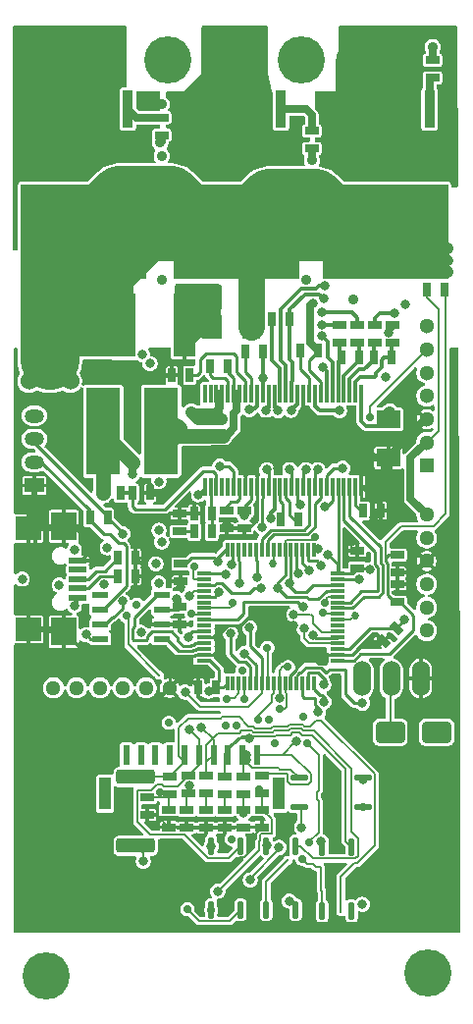
<source format=gtl>
%TF.GenerationSoftware,KiCad,Pcbnew,9.0.1*%
%TF.CreationDate,2025-05-08T23:40:52+03:00*%
%TF.ProjectId,BLDC_4,424c4443-5f34-42e6-9b69-6361645f7063,A*%
%TF.SameCoordinates,Original*%
%TF.FileFunction,Copper,L1,Top*%
%TF.FilePolarity,Positive*%
%FSLAX46Y46*%
G04 Gerber Fmt 4.6, Leading zero omitted, Abs format (unit mm)*
G04 Created by KiCad (PCBNEW 9.0.1) date 2025-05-08 23:40:52*
%MOMM*%
%LPD*%
G01*
G04 APERTURE LIST*
G04 Aperture macros list*
%AMRoundRect*
0 Rectangle with rounded corners*
0 $1 Rounding radius*
0 $2 $3 $4 $5 $6 $7 $8 $9 X,Y pos of 4 corners*
0 Add a 4 corners polygon primitive as box body*
4,1,4,$2,$3,$4,$5,$6,$7,$8,$9,$2,$3,0*
0 Add four circle primitives for the rounded corners*
1,1,$1+$1,$2,$3*
1,1,$1+$1,$4,$5*
1,1,$1+$1,$6,$7*
1,1,$1+$1,$8,$9*
0 Add four rect primitives between the rounded corners*
20,1,$1+$1,$2,$3,$4,$5,0*
20,1,$1+$1,$4,$5,$6,$7,0*
20,1,$1+$1,$6,$7,$8,$9,0*
20,1,$1+$1,$8,$9,$2,$3,0*%
%AMRotRect*
0 Rectangle, with rotation*
0 The origin of the aperture is its center*
0 $1 length*
0 $2 width*
0 $3 Rotation angle, in degrees counterclockwise*
0 Add horizontal line*
21,1,$1,$2,0,0,$3*%
G04 Aperture macros list end*
%TA.AperFunction,ComponentPad*%
%ADD10C,4.064000*%
%TD*%
%TA.AperFunction,SMDPad,CuDef*%
%ADD11R,1.849120X5.499100*%
%TD*%
%TA.AperFunction,ComponentPad*%
%ADD12O,1.524000X3.048000*%
%TD*%
%TA.AperFunction,ComponentPad*%
%ADD13C,1.300480*%
%TD*%
%TA.AperFunction,SMDPad,CuDef*%
%ADD14R,5.000000X4.000000*%
%TD*%
%TA.AperFunction,SMDPad,CuDef*%
%ADD15R,10.800080X8.150860*%
%TD*%
%TA.AperFunction,SMDPad,CuDef*%
%ADD16R,0.899160X3.200400*%
%TD*%
%TA.AperFunction,SMDPad,CuDef*%
%ADD17R,0.300000X1.300480*%
%TD*%
%TA.AperFunction,SMDPad,CuDef*%
%ADD18R,1.300480X0.300000*%
%TD*%
%TA.AperFunction,SMDPad,CuDef*%
%ADD19R,0.299720X1.501140*%
%TD*%
%TA.AperFunction,SMDPad,CuDef*%
%ADD20R,7.000240X3.599180*%
%TD*%
%TA.AperFunction,ComponentPad*%
%ADD21R,1.699260X1.198880*%
%TD*%
%TA.AperFunction,ComponentPad*%
%ADD22O,1.699260X1.198880*%
%TD*%
%TA.AperFunction,SMDPad,CuDef*%
%ADD23R,1.524000X2.032000*%
%TD*%
%TA.AperFunction,SMDPad,CuDef*%
%ADD24R,1.143000X0.635000*%
%TD*%
%TA.AperFunction,SMDPad,CuDef*%
%ADD25RotRect,0.635000X1.143000X45.000000*%
%TD*%
%TA.AperFunction,SMDPad,CuDef*%
%ADD26R,0.635000X1.143000*%
%TD*%
%TA.AperFunction,SMDPad,CuDef*%
%ADD27R,2.032000X1.524000*%
%TD*%
%TA.AperFunction,SMDPad,CuDef*%
%ADD28R,1.399540X0.599440*%
%TD*%
%TA.AperFunction,SMDPad,CuDef*%
%ADD29R,1.500000X0.500000*%
%TD*%
%TA.AperFunction,SMDPad,CuDef*%
%ADD30R,2.200000X2.400000*%
%TD*%
%TA.AperFunction,SMDPad,CuDef*%
%ADD31R,2.200000X2.000000*%
%TD*%
%TA.AperFunction,ComponentPad*%
%ADD32R,1.300000X1.300000*%
%TD*%
%TA.AperFunction,ComponentPad*%
%ADD33C,1.300000*%
%TD*%
%TA.AperFunction,SMDPad,CuDef*%
%ADD34R,2.997200X7.498080*%
%TD*%
%TA.AperFunction,SMDPad,CuDef*%
%ADD35RoundRect,0.250000X1.425000X-0.362500X1.425000X0.362500X-1.425000X0.362500X-1.425000X-0.362500X0*%
%TD*%
%TA.AperFunction,SMDPad,CuDef*%
%ADD36RoundRect,0.137500X0.137500X-0.587500X0.137500X0.587500X-0.137500X0.587500X-0.137500X-0.587500X0*%
%TD*%
%TA.AperFunction,SMDPad,CuDef*%
%ADD37RoundRect,0.250000X-1.000000X-0.650000X1.000000X-0.650000X1.000000X0.650000X-1.000000X0.650000X0*%
%TD*%
%TA.AperFunction,SMDPad,CuDef*%
%ADD38R,0.600000X1.700000*%
%TD*%
%TA.AperFunction,SMDPad,CuDef*%
%ADD39R,1.000000X2.800000*%
%TD*%
%TA.AperFunction,SMDPad,CuDef*%
%ADD40RoundRect,0.137500X0.587500X0.137500X-0.587500X0.137500X-0.587500X-0.137500X0.587500X-0.137500X0*%
%TD*%
%TA.AperFunction,ViaPad*%
%ADD41C,0.800000*%
%TD*%
%TA.AperFunction,ViaPad*%
%ADD42C,0.889000*%
%TD*%
%TA.AperFunction,ViaPad*%
%ADD43C,1.524000*%
%TD*%
%TA.AperFunction,ViaPad*%
%ADD44C,0.700000*%
%TD*%
%TA.AperFunction,ViaPad*%
%ADD45C,0.300000*%
%TD*%
%TA.AperFunction,ViaPad*%
%ADD46C,0.685800*%
%TD*%
%TA.AperFunction,Conductor*%
%ADD47C,0.635000*%
%TD*%
%TA.AperFunction,Conductor*%
%ADD48C,1.270000*%
%TD*%
%TA.AperFunction,Conductor*%
%ADD49C,0.203200*%
%TD*%
%TA.AperFunction,Conductor*%
%ADD50C,0.304800*%
%TD*%
%TA.AperFunction,Conductor*%
%ADD51C,0.254000*%
%TD*%
%TA.AperFunction,Conductor*%
%ADD52C,1.016000*%
%TD*%
%TA.AperFunction,Conductor*%
%ADD53C,0.508000*%
%TD*%
%TA.AperFunction,Conductor*%
%ADD54C,0.406400*%
%TD*%
%TA.AperFunction,Conductor*%
%ADD55C,2.286000*%
%TD*%
%TA.AperFunction,Conductor*%
%ADD56C,5.080000*%
%TD*%
%TA.AperFunction,Conductor*%
%ADD57C,0.889000*%
%TD*%
G04 APERTURE END LIST*
D10*
%TO.P,1PIN,1*%
%TO.N,N/C*%
X92000000Y-83000000D03*
%TD*%
%TO.P,1PIN,1*%
%TO.N,N/C*%
X103500000Y-83000000D03*
%TD*%
D11*
%TO.P,C47,1*%
%TO.N,GND*%
X93380560Y-105918000D03*
%TO.P,C47,2*%
%TO.N,V_SUPPLY*%
X88229440Y-105918000D03*
%TD*%
D12*
%TO.P,K1,1,P1*%
%TO.N,Net-(K1-P1)*%
X108712000Y-136398000D03*
%TO.P,K1,2,PM*%
%TO.N,+5V*%
X111252000Y-136398000D03*
%TO.P,K1,3,P3*%
%TO.N,GND*%
X113792000Y-136398000D03*
%TD*%
D13*
%TO.P,P2,1,1*%
%TO.N,+5V*%
X82098740Y-137200000D03*
%TO.P,P2,2,2*%
%TO.N,/Filters/TEMP_MOTOR*%
X84100260Y-137200000D03*
%TO.P,P2,3,3*%
%TO.N,/Filters/HALL1_IN*%
X86099240Y-137200000D03*
%TO.P,P2,4,4*%
%TO.N,/Filters/HALL2_IN*%
X88100760Y-137200000D03*
%TO.P,P2,5,5*%
%TO.N,/Filters/HALL3_IN*%
X90099740Y-137200000D03*
%TO.P,P2,6,6*%
%TO.N,GND*%
X92101260Y-137200000D03*
%TD*%
%TO.P,P9,1,1*%
%TO.N,VCC*%
X114300000Y-122252740D03*
%TO.P,P9,2,2*%
%TO.N,SWCLK*%
X114300000Y-124254260D03*
%TO.P,P9,3,3*%
%TO.N,GND*%
X114300000Y-126253240D03*
%TO.P,P9,4,4*%
%TO.N,SWDIO*%
X114300000Y-128254760D03*
%TO.P,P9,5,5*%
%TO.N,NRST*%
X114300000Y-130253740D03*
%TO.P,P9,6,6*%
%TO.N,unconnected-(P9-Pad6)*%
X114300000Y-132255260D03*
%TD*%
D14*
%TO.P,P8,1,1*%
%TO.N,/Mosfet driver/H3_VS*%
X85090000Y-82804000D03*
%TD*%
%TO.P,P6,1,1*%
%TO.N,/Mosfet driver/H1_VS*%
X109474000Y-82804000D03*
%TD*%
D15*
%TO.P,Q1,D,D*%
%TO.N,V_SUPPLY*%
X110744000Y-97848420D03*
D16*
%TO.P,Q1,G,G*%
%TO.N,Net-(Q1-PadG)*%
X114554000Y-87246460D03*
%TO.P,Q1,S,S*%
%TO.N,/Mosfet driver/H1_VS*%
X113284000Y-87246460D03*
X112014000Y-87246460D03*
X109474000Y-87246460D03*
X108204000Y-87246460D03*
X106934000Y-87246460D03*
%TD*%
D15*
%TO.P,Q3,D,D*%
%TO.N,V_SUPPLY*%
X97917000Y-97848420D03*
D16*
%TO.P,Q3,G,G*%
%TO.N,Net-(Q3-PadG)*%
X101727000Y-87246460D03*
%TO.P,Q3,S,S*%
%TO.N,/Mosfet driver/H2_VS*%
X100457000Y-87246460D03*
X99187000Y-87246460D03*
X96647000Y-87246460D03*
X95377000Y-87246460D03*
X94107000Y-87246460D03*
%TD*%
D15*
%TO.P,Q5,D,D*%
%TO.N,V_SUPPLY*%
X84709000Y-97848420D03*
D16*
%TO.P,Q5,G,G*%
%TO.N,Net-(Q5-PadG)*%
X88519000Y-87246460D03*
%TO.P,Q5,S,S*%
%TO.N,/Mosfet driver/H3_VS*%
X87249000Y-87246460D03*
X85979000Y-87246460D03*
X83439000Y-87246460D03*
X82169000Y-87246460D03*
X80899000Y-87246460D03*
%TD*%
D17*
%TO.P,U2,1,VBAT*%
%TO.N,VCC*%
X97088960Y-136814560D03*
%TO.P,U2,2,PC13_(RTC_AF1)*%
%TO.N,/RX_SCL_MOSI*%
X97586800Y-136814560D03*
%TO.P,U2,3,PC14-OSC32_IN*%
%TO.N,/Battery voltage control/Cell6_control*%
X98087180Y-136814560D03*
%TO.P,U2,4,PC15-OSC32_OUT*%
%TO.N,/Battery voltage control/Cell5_control*%
X98587560Y-136814560D03*
%TO.P,U2,5,PH0-OSC_IN*%
%TO.N,Net-(U2-PH0-OSC_IN)*%
X99087940Y-136814560D03*
%TO.P,U2,6,PH1-OSC_OUT*%
%TO.N,Net-(U2-PH1-OSC_OUT)*%
X99588320Y-136814560D03*
%TO.P,U2,7,NRST*%
%TO.N,NRST*%
X100088700Y-136814560D03*
%TO.P,U2,8,PC0(ADC123_IN10)*%
%TO.N,/Battery voltage control/Cell1_ADC*%
X100589080Y-136814560D03*
%TO.P,U2,9,PC1(ADC123_IN11)*%
%TO.N,/Battery voltage control/Cell2_ADC*%
X101086920Y-136814560D03*
%TO.P,U2,10,PC2(ADC123_IN12)*%
%TO.N,/Battery voltage control/Cell3_ADC*%
X101587300Y-136814560D03*
%TO.P,U2,11,PC3(ADC123_IN13)*%
%TO.N,/Battery voltage control/Cell4_ADC*%
X102087680Y-136814560D03*
%TO.P,U2,12,VSSA*%
%TO.N,GND*%
X102588060Y-136814560D03*
%TO.P,U2,13,VDDA*%
%TO.N,VCC*%
X103088440Y-136814560D03*
%TO.P,U2,14,PA0(ADC123_IN0/WKUP)*%
%TO.N,/MCU/SENS3*%
X103588820Y-136814560D03*
%TO.P,U2,15,PA1(ADC123_IN1)*%
%TO.N,/MCU/SENS2*%
X104089200Y-136814560D03*
%TO.P,U2,16,PA2(ADC123_IN2)*%
%TO.N,/MCU/SENS1*%
X104587040Y-136814560D03*
D18*
%TO.P,U2,17,PA3(ADC123_IN3)*%
%TO.N,/MCU/ADC_TEMP*%
X106588560Y-134813040D03*
%TO.P,U2,18,VSS*%
%TO.N,GND*%
X106588560Y-134315200D03*
%TO.P,U2,19,VDD*%
%TO.N,VCC*%
X106588560Y-133814820D03*
%TO.P,U2,20,PA4(ADC12_IN4/DAC1_OUT)*%
%TO.N,/Filters/TEMP_MOTOR*%
X106588560Y-133314440D03*
%TO.P,U2,21,PA5(ADC12_IN5/DAC2_OUT)*%
%TO.N,/SCK_ADC_EXT*%
X106588560Y-132814060D03*
%TO.P,U2,22,PA6(ADC12_IN6)*%
%TO.N,/MISO_RX_SCL*%
X106588560Y-132313680D03*
%TO.P,U2,23,PA7(ADC12_IN7)*%
%TO.N,/MCU/AN_IN*%
X106588560Y-131813300D03*
%TO.P,U2,24,PC4(ADC12_IN14)*%
%TO.N,/Battery voltage control/Cell5_ADC*%
X106588560Y-131312920D03*
%TO.P,U2,25,PC5(ADC12_IN15)*%
%TO.N,/Battery voltage control/Cell6_ADC*%
X106588560Y-130815080D03*
%TO.P,U2,26,PB0(ADC12_IN8)*%
%TO.N,/MCU/BR_SO2*%
X106588560Y-130314700D03*
%TO.P,U2,27,PB1(ADC12_IN9)*%
%TO.N,/MCU/BR_SO1*%
X106588560Y-129814320D03*
%TO.P,U2,28,PB2-BOOT1*%
%TO.N,/Battery voltage control/Cell4_control*%
X106588560Y-129313940D03*
%TO.P,U2,29,PB10*%
%TO.N,/RX_SCL_MOSI*%
X106588560Y-128813560D03*
%TO.P,U2,30,PB11*%
%TO.N,/TX_SDA*%
X106588560Y-128313180D03*
%TO.P,U2,31,VCAP1*%
%TO.N,Net-(U2-VCAP1)*%
X106588560Y-127812800D03*
%TO.P,U2,32,VDD*%
%TO.N,VCC*%
X106588560Y-127314960D03*
D17*
%TO.P,U2,33,PB12*%
%TO.N,/MCU/DC_CAL*%
X104587040Y-125313440D03*
%TO.P,U2,34,PB13(OTG_HS_VBUS)*%
%TO.N,/MCU/L3*%
X104089200Y-125313440D03*
%TO.P,U2,35,PB14*%
%TO.N,/MCU/L2*%
X103588820Y-125313440D03*
%TO.P,U2,36,PB15*%
%TO.N,/MCU/L1*%
X103088440Y-125313440D03*
%TO.P,U2,37,PC6*%
%TO.N,/TX_SDA*%
X102588060Y-125313440D03*
%TO.P,U2,38,PC7*%
%TO.N,/RX_SCL_MOSI*%
X102087680Y-125313440D03*
%TO.P,U2,39,PC8*%
%TO.N,/MCU/LED_GREEN*%
X101587300Y-125313440D03*
%TO.P,U2,40,PC9*%
%TO.N,/MCU/LED_RED*%
X101086920Y-125313440D03*
%TO.P,U2,41,PA8*%
%TO.N,/MCU/H3*%
X100589080Y-125313440D03*
%TO.P,U2,42,PA9(OTG_FS_VBUS)*%
%TO.N,/MCU/H2*%
X100088700Y-125313440D03*
%TO.P,U2,43,PA10*%
%TO.N,/MCU/H1*%
X99588320Y-125313440D03*
%TO.P,U2,44,PA11*%
%TO.N,/MCU/USB_C_D-*%
X99087940Y-125313440D03*
%TO.P,U2,45,PA12*%
%TO.N,/MCU/USB_C_D+*%
X98587560Y-125313440D03*
%TO.P,U2,46,PA13(JTMS-SWDIO)*%
%TO.N,SWDIO*%
X98087180Y-125313440D03*
%TO.P,U2,47,VCAP2*%
%TO.N,Net-(U2-VCAP2)*%
X97586800Y-125313440D03*
%TO.P,U2,48,VDD*%
%TO.N,VCC*%
X97088960Y-125313440D03*
D18*
%TO.P,U2,49,PA14(JTCK-SWCLK)*%
%TO.N,SWCLK*%
X95087440Y-127314960D03*
%TO.P,U2,50,PA15(JTDI)*%
%TO.N,/Battery voltage control/Cell3_control*%
X95087440Y-127812800D03*
%TO.P,U2,51,PC10*%
%TO.N,/MCU/EN_GATE*%
X95087440Y-128313180D03*
%TO.P,U2,52,PC11*%
%TO.N,/Filters/HALL3_OUT*%
X95087440Y-128813560D03*
%TO.P,U2,53,PC12*%
%TO.N,/MCU/FAULT*%
X95087440Y-129313940D03*
%TO.P,U2,54,PD2*%
%TO.N,/TX_SDA*%
X95087440Y-129814320D03*
%TO.P,U2,55,PB3(JTDO/TRACESWO)*%
%TO.N,/Battery voltage control/Cell2_control*%
X95087440Y-130314700D03*
%TO.P,U2,56,PB4(NJTRST)*%
%TO.N,/Battery voltage control/Cell1_control*%
X95087440Y-130815080D03*
%TO.P,U2,57,PB5*%
%TO.N,/MCU/SERVO*%
X95087440Y-131312920D03*
%TO.P,U2,58,PB6*%
%TO.N,/Filters/HALL1_OUT*%
X95087440Y-131813300D03*
%TO.P,U2,59,PB7*%
%TO.N,/Filters/HALL2_OUT*%
X95087440Y-132313680D03*
%TO.P,U2,60,BOOT0(VPP)*%
%TO.N,GND*%
X95087440Y-132814060D03*
%TO.P,U2,61,PB8*%
%TO.N,/CAN bus transceiver/CAN_RX*%
X95087440Y-133314440D03*
%TO.P,U2,62,PB9*%
%TO.N,/CAN bus transceiver/CAN_TX*%
X95087440Y-133814820D03*
%TO.P,U2,63,VSS*%
%TO.N,GND*%
X95087440Y-134315200D03*
%TO.P,U2,64,VDD*%
%TO.N,VCC*%
X95087440Y-134813040D03*
%TD*%
D19*
%TO.P,U3,1,RT_CLK*%
%TO.N,Net-(U3-RT_CLK)*%
X95158560Y-119824500D03*
%TO.P,U3,2,COMP*%
%TO.N,Net-(U3-COMP)*%
X95656400Y-119824500D03*
%TO.P,U3,3,VSENSE*%
%TO.N,Net-(U3-VSENSE)*%
X96156780Y-119824500D03*
%TO.P,U3,4,PWRGD*%
%TO.N,unconnected-(U3-PWRGD-Pad4)*%
X96657160Y-119824500D03*
%TO.P,U3,5,OCTW*%
%TO.N,unconnected-(U3-OCTW-Pad5)*%
X97157540Y-119824500D03*
%TO.P,U3,6,FAULT*%
%TO.N,/MCU/FAULT*%
X97657920Y-119824500D03*
%TO.P,U3,7,DTC*%
%TO.N,Net-(U3-DTC)*%
X98158300Y-119824500D03*
%TO.P,U3,8,M_PWM*%
%TO.N,GND*%
X98656140Y-119824500D03*
%TO.P,U3,9,M_OC*%
%TO.N,VCC*%
X99156520Y-119824500D03*
%TO.P,U3,10,GAIN*%
%TO.N,GND*%
X99656900Y-119824500D03*
%TO.P,U3,11,OC_ADJ*%
%TO.N,Net-(U3-DVDD)*%
X100157280Y-119824500D03*
%TO.P,U3,12,DC_CAL*%
%TO.N,/MCU/DC_CAL*%
X100657660Y-119824500D03*
%TO.P,U3,13,GVDD*%
%TO.N,Net-(U3-GVDD)*%
X101158040Y-119824500D03*
%TO.P,U3,14,CP1*%
%TO.N,Net-(U3-CP1)*%
X101658420Y-119824500D03*
%TO.P,U3,15,CP2*%
%TO.N,Net-(U3-CP2)*%
X102156260Y-119824500D03*
%TO.P,U3,16,EN_GATE*%
%TO.N,/MCU/EN_GATE*%
X102656640Y-119824500D03*
%TO.P,U3,17,INH_A*%
%TO.N,/MCU/H1*%
X103157020Y-119824500D03*
%TO.P,U3,18,INL_A*%
%TO.N,/MCU/L1*%
X103657400Y-119824500D03*
%TO.P,U3,19,INH_B*%
%TO.N,/MCU/H2*%
X104157780Y-119824500D03*
%TO.P,U3,20,INL_B*%
%TO.N,/MCU/L2*%
X104658160Y-119824500D03*
%TO.P,U3,21,INH_C*%
%TO.N,/MCU/H3*%
X105158540Y-119824500D03*
%TO.P,U3,22,INL_C*%
%TO.N,/MCU/L3*%
X105656380Y-119824500D03*
%TO.P,U3,23,DVDD*%
%TO.N,Net-(U3-DVDD)*%
X106156760Y-119824500D03*
%TO.P,U3,24,REF*%
%TO.N,VCC*%
X106657140Y-119824500D03*
%TO.P,U3,25,SO1*%
%TO.N,/MCU/BR_SO1*%
X107157520Y-119824500D03*
%TO.P,U3,26,SO2*%
%TO.N,/MCU/BR_SO2*%
X107657900Y-119824500D03*
%TO.P,U3,27,AVDD*%
%TO.N,Net-(U3-AVDD)*%
X108158280Y-119824500D03*
%TO.P,U3,28,AGND*%
%TO.N,GND*%
X108656120Y-119824500D03*
%TO.P,U3,29,PVDD1*%
%TO.N,V_SUPPLY*%
X108656120Y-111823500D03*
%TO.P,U3,30,SP2*%
%TO.N,Net-(U3-SP2)*%
X108158280Y-111823500D03*
%TO.P,U3,31,SN2*%
%TO.N,Net-(U3-SN2)*%
X107657900Y-111823500D03*
%TO.P,U3,32,SP1*%
%TO.N,Net-(U3-SP1)*%
X107157520Y-111823500D03*
%TO.P,U3,33,SN1*%
%TO.N,Net-(U3-SN1)*%
X106657140Y-111823500D03*
%TO.P,U3,34,SL_C*%
%TO.N,/Mosfet driver/H3_LOW*%
X106156760Y-111823500D03*
%TO.P,U3,35,GL_C*%
%TO.N,/Mosfet driver/M_L3*%
X105656380Y-111823500D03*
%TO.P,U3,36,SH_C*%
%TO.N,/Mosfet driver/H3_VS*%
X105158540Y-111823500D03*
%TO.P,U3,37,GH_C*%
%TO.N,/Mosfet driver/M_H3*%
X104658160Y-111823500D03*
%TO.P,U3,38,BST_C*%
%TO.N,Net-(U3-BST_C)*%
X104157780Y-111823500D03*
%TO.P,U3,39,SL_B*%
%TO.N,GND*%
X103657400Y-111823500D03*
%TO.P,U3,40,GL_B*%
%TO.N,/Mosfet driver/M_L2*%
X103157020Y-111823500D03*
%TO.P,U3,41,SH_B*%
%TO.N,/Mosfet driver/H2_VS*%
X102656640Y-111823500D03*
%TO.P,U3,42,GH_B*%
%TO.N,/Mosfet driver/M_H2*%
X102156260Y-111823500D03*
%TO.P,U3,43,BST_B*%
%TO.N,Net-(U3-BST_B)*%
X101658420Y-111823500D03*
%TO.P,U3,44,SL_A*%
%TO.N,/Mosfet driver/H1_LOW*%
X101158040Y-111823500D03*
%TO.P,U3,45,GL_A*%
%TO.N,/Mosfet driver/M_L1*%
X100657660Y-111823500D03*
%TO.P,U3,46,SH_A*%
%TO.N,/Mosfet driver/H1_VS*%
X100157280Y-111823500D03*
%TO.P,U3,47,GH_A*%
%TO.N,/Mosfet driver/M_H1*%
X99656900Y-111823500D03*
%TO.P,U3,48,BST_A*%
%TO.N,Net-(U3-BST_A)*%
X99156520Y-111823500D03*
%TO.P,U3,49,BIAS*%
%TO.N,Net-(U3-BIAS)*%
X98656140Y-111823500D03*
%TO.P,U3,50,PH*%
%TO.N,Net-(D4-K)*%
X98158300Y-111823500D03*
%TO.P,U3,51,PH*%
X97657920Y-111823500D03*
%TO.P,U3,52,BST_BK*%
%TO.N,Net-(U3-BST_BK)*%
X97157540Y-111823500D03*
%TO.P,U3,53,PVDD2*%
%TO.N,V_SUPPLY*%
X96657160Y-111823500D03*
%TO.P,U3,54,PVDD2*%
X96156780Y-111823500D03*
%TO.P,U3,55,EN_BUCK*%
%TO.N,unconnected-(U3-EN_BUCK-Pad55)*%
X95656400Y-111823500D03*
%TO.P,U3,56,SS_TR*%
%TO.N,unconnected-(U3-SS_TR-Pad56)*%
X95158560Y-111823500D03*
D20*
%TO.P,U3,57,GND(POWER_PAD)*%
%TO.N,GND*%
X101854000Y-115824000D03*
%TD*%
D21*
%TO.P,P1,1,P1*%
%TO.N,GND*%
X80450000Y-119728280D03*
D22*
%TO.P,P1,2,P2*%
%TO.N,/CAN bus transceiver/CANL*%
X80450000Y-117726760D03*
%TO.P,P1,3,P3*%
%TO.N,/CAN bus transceiver/CANH*%
X80450000Y-115725240D03*
%TO.P,P1,4,P4*%
%TO.N,+5V*%
X80450000Y-113726260D03*
%TD*%
D14*
%TO.P,P7,1,1*%
%TO.N,/Mosfet driver/H2_VS*%
X97790000Y-82804000D03*
%TD*%
D10*
%TO.P,1PIN,1*%
%TO.N,N/C*%
X114410000Y-161810000D03*
%TD*%
%TO.P,1PIN,1*%
%TO.N,N/C*%
X81450000Y-162040000D03*
%TD*%
D23*
%TO.P,C46,1*%
%TO.N,GND*%
X95885000Y-106045000D03*
%TO.P,C46,2*%
%TO.N,V_SUPPLY*%
X99187000Y-106045000D03*
%TD*%
%TO.P,C45,1*%
%TO.N,GND*%
X95885000Y-103505000D03*
%TO.P,C45,2*%
%TO.N,V_SUPPLY*%
X99187000Y-103505000D03*
%TD*%
D24*
%TO.P,C16,1*%
%TO.N,GND*%
X108331000Y-125349000D03*
%TO.P,C16,2*%
%TO.N,VCC*%
X108331000Y-126873000D03*
%TD*%
D25*
%TO.P,C17,1*%
%TO.N,GND*%
X110586185Y-133126815D03*
%TO.P,C17,2*%
%TO.N,VCC*%
X111663815Y-132049185D03*
%TD*%
D24*
%TO.P,C18,1*%
%TO.N,GND*%
X98552000Y-123444000D03*
%TO.P,C18,2*%
%TO.N,VCC*%
X98552000Y-121920000D03*
%TD*%
%TO.P,C19,1*%
%TO.N,GND*%
X93091000Y-128016000D03*
%TO.P,C19,2*%
%TO.N,VCC*%
X93091000Y-126492000D03*
%TD*%
D26*
%TO.P,C23,1*%
%TO.N,GND*%
X94234000Y-122174000D03*
%TO.P,C23,2*%
%TO.N,Net-(U3-COMP)*%
X95758000Y-122174000D03*
%TD*%
D24*
%TO.P,C26,1*%
%TO.N,GND*%
X92964000Y-122174000D03*
%TO.P,C26,2*%
%TO.N,Net-(C26-Pad2)*%
X92964000Y-123698000D03*
%TD*%
D26*
%TO.P,C27,1*%
%TO.N,Net-(U3-CP1)*%
X101727000Y-122682000D03*
%TO.P,C27,2*%
%TO.N,Net-(U3-CP2)*%
X103251000Y-122682000D03*
%TD*%
%TO.P,C28,1*%
%TO.N,GND*%
X110363000Y-121920000D03*
%TO.P,C28,2*%
%TO.N,Net-(U3-AVDD)*%
X108839000Y-121920000D03*
%TD*%
%TO.P,C32,1*%
%TO.N,Net-(D4-K)*%
X97155000Y-109474000D03*
%TO.P,C32,2*%
%TO.N,Net-(U3-BST_BK)*%
X95631000Y-109474000D03*
%TD*%
%TO.P,C33,1*%
%TO.N,/Mosfet driver/H1_VS*%
X100203000Y-108204000D03*
%TO.P,C33,2*%
%TO.N,Net-(U3-BST_A)*%
X98679000Y-108204000D03*
%TD*%
%TO.P,C34,1*%
%TO.N,/Mosfet driver/H2_VS*%
X102489000Y-105410000D03*
%TO.P,C34,2*%
%TO.N,Net-(U3-BST_B)*%
X100965000Y-105410000D03*
%TD*%
%TO.P,C35,1*%
%TO.N,/Mosfet driver/H3_VS*%
X104902000Y-108077000D03*
%TO.P,C35,2*%
%TO.N,Net-(U3-BST_C)*%
X103378000Y-108077000D03*
%TD*%
%TO.P,C36,1*%
%TO.N,Net-(U3-SN1)*%
X106934000Y-108712000D03*
%TO.P,C36,2*%
%TO.N,Net-(U3-SP1)*%
X108458000Y-108712000D03*
%TD*%
%TO.P,C14,1*%
%TO.N,GND*%
X94615000Y-137160000D03*
%TO.P,C14,2*%
%TO.N,VCC*%
X96139000Y-137160000D03*
%TD*%
%TO.P,C37,1*%
%TO.N,Net-(U3-SN2)*%
X109728000Y-108712000D03*
%TO.P,C37,2*%
%TO.N,Net-(U3-SP2)*%
X111252000Y-108712000D03*
%TD*%
D27*
%TO.P,C40,1*%
%TO.N,GND*%
X110998000Y-117348000D03*
%TO.P,C40,2*%
%TO.N,V_SUPPLY*%
X110998000Y-114046000D03*
%TD*%
D24*
%TO.P,C8,1*%
%TO.N,/MCU/ADC_TEMP*%
X111760000Y-125730000D03*
%TO.P,C8,2*%
%TO.N,GND*%
X111760000Y-127254000D03*
%TD*%
%TO.P,C3,1*%
%TO.N,VCC*%
X93000000Y-130188000D03*
%TO.P,C3,2*%
%TO.N,GND*%
X93000000Y-131712000D03*
%TD*%
D26*
%TO.P,R21,1*%
%TO.N,VCC*%
X114300000Y-102870000D03*
%TO.P,R21,2*%
%TO.N,/MCU/ADC_TEMP*%
X115824000Y-102870000D03*
%TD*%
D24*
%TO.P,R22,1*%
%TO.N,/MCU/ADC_TEMP*%
X111760000Y-129794000D03*
%TO.P,R22,2*%
%TO.N,GND*%
X111760000Y-128270000D03*
%TD*%
D26*
%TO.P,R23,1*%
%TO.N,+5V*%
X86360000Y-120396000D03*
%TO.P,R23,2*%
%TO.N,Net-(U3-VSENSE)*%
X87884000Y-120396000D03*
%TD*%
%TO.P,R24,1*%
%TO.N,Net-(U3-VSENSE)*%
X88900000Y-120396000D03*
%TO.P,R24,2*%
%TO.N,GND*%
X90424000Y-120396000D03*
%TD*%
%TO.P,R26,1*%
%TO.N,Net-(C26-Pad2)*%
X94234000Y-123698000D03*
%TO.P,R26,2*%
%TO.N,Net-(U3-COMP)*%
X95758000Y-123698000D03*
%TD*%
D24*
%TO.P,R25,1*%
%TO.N,Net-(U3-DTC)*%
X97028000Y-121920000D03*
%TO.P,R25,2*%
%TO.N,GND*%
X97028000Y-123444000D03*
%TD*%
D26*
%TO.P,R28,1*%
%TO.N,GND*%
X92329000Y-110236000D03*
%TO.P,R28,2*%
%TO.N,Net-(U3-BIAS)*%
X93853000Y-110236000D03*
%TD*%
D24*
%TO.P,R39,1*%
%TO.N,Net-(Q1-PadG)*%
X114808000Y-84582000D03*
%TO.P,R39,2*%
%TO.N,/Mosfet driver/M_H1*%
X114808000Y-83058000D03*
%TD*%
%TO.P,R42,1*%
%TO.N,Net-(Q3-PadG)*%
X104394000Y-89154000D03*
%TO.P,R42,2*%
%TO.N,/Mosfet driver/M_H2*%
X104394000Y-90678000D03*
%TD*%
%TO.P,R45,1*%
%TO.N,Net-(Q5-PadG)*%
X91440000Y-88011000D03*
%TO.P,R45,2*%
%TO.N,/Mosfet driver/M_H3*%
X91440000Y-89535000D03*
%TD*%
%TO.P,R29,1*%
%TO.N,/Mosfet driver/SH1_A*%
X106807000Y-105918000D03*
%TO.P,R29,2*%
%TO.N,Net-(U3-SN1)*%
X106807000Y-107442000D03*
%TD*%
%TO.P,R30,1*%
%TO.N,/Mosfet driver/SH1_B*%
X108331000Y-105918000D03*
%TO.P,R30,2*%
%TO.N,Net-(U3-SP1)*%
X108331000Y-107442000D03*
%TD*%
%TO.P,R31,1*%
%TO.N,/Mosfet driver/SH2_A*%
X109855000Y-105918000D03*
%TO.P,R31,2*%
%TO.N,Net-(U3-SN2)*%
X109855000Y-107442000D03*
%TD*%
%TO.P,R32,1*%
%TO.N,/Mosfet driver/SH2_B*%
X111379000Y-105918000D03*
%TO.P,R32,2*%
%TO.N,Net-(U3-SP2)*%
X111379000Y-107442000D03*
%TD*%
D26*
%TO.P,R103,1*%
%TO.N,GND*%
X89162000Y-127550000D03*
%TO.P,R103,2*%
%TO.N,Net-(J2-CC2)*%
X87638000Y-127550000D03*
%TD*%
%TO.P,R104,1*%
%TO.N,GND*%
X89162000Y-126000000D03*
%TO.P,R104,2*%
%TO.N,Net-(J2-CC1)*%
X87638000Y-126000000D03*
%TD*%
%TO.P,R12,1*%
%TO.N,/CAN bus transceiver/CANH*%
X86762000Y-122500000D03*
%TO.P,R12,2*%
%TO.N,/CAN bus transceiver/CANL*%
X85238000Y-122500000D03*
%TD*%
D28*
%TO.P,U1,1,TXD*%
%TO.N,/CAN bus transceiver/CAN_TX*%
X91467000Y-132955000D03*
%TO.P,U1,2,VSS*%
%TO.N,GND*%
X91467000Y-131685000D03*
%TO.P,U1,3,VDD*%
%TO.N,VCC*%
X91467000Y-130415000D03*
%TO.P,U1,4,RXD*%
%TO.N,/CAN bus transceiver/CAN_RX*%
X91467000Y-129145000D03*
%TO.P,U1,5,Vref*%
%TO.N,unconnected-(U1-Vref-Pad5)*%
X86133000Y-129145000D03*
%TO.P,U1,6,CANL*%
%TO.N,/CAN bus transceiver/CANL*%
X86133000Y-130415000D03*
%TO.P,U1,7,CANH*%
%TO.N,/CAN bus transceiver/CANH*%
X86133000Y-131685000D03*
%TO.P,U1,8,Rs*%
%TO.N,Net-(U1-Rs)*%
X86133000Y-132955000D03*
%TD*%
D29*
%TO.P,X1,1,1*%
%TO.N,Net-(R3-Pad1)*%
X84200000Y-129400000D03*
%TO.P,X1,2,2*%
%TO.N,Net-(R4-Pad2)*%
X84200000Y-128600000D03*
%TO.P,X1,3,3*%
%TO.N,Net-(R5-Pad2)*%
X84200000Y-127800000D03*
%TO.P,X1,4,4*%
%TO.N,unconnected-(X1-Pad4)*%
X84200000Y-127000000D03*
D30*
%TO.P,X1,5,5*%
%TO.N,GND*%
X83000000Y-123250000D03*
D31*
X79925000Y-123450000D03*
D29*
X84200000Y-126200000D03*
D31*
X79925000Y-132150000D03*
D30*
X83000000Y-132350000D03*
%TD*%
D32*
%TO.P,P3,1,P1*%
%TO.N,+5V*%
X114300000Y-118018560D03*
D33*
%TO.P,P3,2,P2*%
%TO.N,VCC*%
X114300000Y-116017040D03*
%TO.P,P3,3,P3*%
%TO.N,GND*%
X114300000Y-114015520D03*
%TO.P,P3,4,P4*%
%TO.N,/SCK_ADC_EXT*%
X114300000Y-112016540D03*
%TO.P,P3,5,P5*%
%TO.N,/TX_SDA*%
X114300000Y-110015020D03*
%TO.P,P3,6,P6*%
%TO.N,/RX_SCL_MOSI*%
X114300000Y-108013500D03*
%TO.P,P3,7,P7*%
%TO.N,/MISO_RX_SCL*%
X114300000Y-106014520D03*
%TD*%
D34*
%TO.P,L1,1,1*%
%TO.N,Net-(D4-K)*%
X91399360Y-115062000D03*
%TO.P,L1,2,2*%
%TO.N,+5V*%
X86400640Y-115062000D03*
%TD*%
D24*
%TO.P,R52,1*%
%TO.N,/Battery voltage control/Cell2_ADC*%
X98504900Y-146358780D03*
%TO.P,R52,2*%
%TO.N,/Battery voltage control/Cell2*%
X98504900Y-144834780D03*
%TD*%
D35*
%TO.P,R66,1*%
%TO.N,Net-(R66-Pad1)*%
X89201900Y-150802900D03*
%TO.P,R66,2*%
%TO.N,/Battery voltage control/Cell6*%
X89201900Y-144877900D03*
%TD*%
D36*
%TO.P,U15,1*%
%TO.N,/Battery voltage control/Cell2_control*%
X105281900Y-156427900D03*
%TO.P,U15,2*%
%TO.N,Net-(R64-Pad1)*%
X107821900Y-156427900D03*
%TO.P,U15,3*%
%TO.N,/Battery voltage control/Cell3*%
X107821900Y-150927900D03*
%TO.P,U15,4*%
%TO.N,Net-(R70-Pad1)*%
X105281900Y-150927900D03*
%TD*%
D24*
%TO.P,R48,1*%
%TO.N,/Battery voltage control/Cell6_ADC*%
X92104900Y-146358780D03*
%TO.P,R48,2*%
%TO.N,/Battery voltage control/Cell6*%
X92104900Y-144834780D03*
%TD*%
%TO.P,R53,1*%
%TO.N,/Battery voltage control/Cell1_ADC*%
X100104900Y-146308780D03*
%TO.P,R53,2*%
%TO.N,/Battery voltage control/Cell1*%
X100104900Y-144784780D03*
%TD*%
D37*
%TO.P,D7,1,K*%
%TO.N,+5V*%
X111160000Y-141020000D03*
%TO.P,D7,2,A*%
%TO.N,Net-(D7-A)*%
X115160000Y-141020000D03*
%TD*%
D36*
%TO.P,U13,1*%
%TO.N,/Battery voltage control/Cell4_control*%
X95711900Y-156327900D03*
%TO.P,U13,2*%
%TO.N,Net-(R62-Pad1)*%
X98251900Y-156327900D03*
%TO.P,U13,3*%
%TO.N,/Battery voltage control/Cell5*%
X98251900Y-150827900D03*
%TO.P,U13,4*%
%TO.N,Net-(R68-Pad1)*%
X95711900Y-150827900D03*
%TD*%
D24*
%TO.P,C52,1*%
%TO.N,GND*%
X98504900Y-149208780D03*
%TO.P,C52,2*%
%TO.N,/Battery voltage control/Cell2_ADC*%
X98504900Y-147684780D03*
%TD*%
%TO.P,R51,1*%
%TO.N,/Battery voltage control/Cell3_ADC*%
X96904900Y-146358780D03*
%TO.P,R51,2*%
%TO.N,/Battery voltage control/Cell3*%
X96904900Y-144834780D03*
%TD*%
D36*
%TO.P,U14,1*%
%TO.N,/Battery voltage control/Cell3_control*%
X100461900Y-156327900D03*
%TO.P,U14,2*%
%TO.N,Net-(R63-Pad1)*%
X103001900Y-156327900D03*
%TO.P,U14,3*%
%TO.N,/Battery voltage control/Cell4*%
X103001900Y-150827900D03*
%TO.P,U14,4*%
%TO.N,Net-(R69-Pad1)*%
X100461900Y-150827900D03*
%TD*%
D38*
%TO.P,J1,1,1*%
%TO.N,/Battery voltage control/Cell1*%
X99654900Y-142958780D03*
%TO.P,J1,2,2*%
%TO.N,/Battery voltage control/Cell2*%
X98404900Y-142958780D03*
%TO.P,J1,3,3*%
%TO.N,/Battery voltage control/Cell3*%
X97154900Y-142958780D03*
%TO.P,J1,4,4*%
%TO.N,/Battery voltage control/Cell4*%
X95904900Y-142958780D03*
%TO.P,J1,5,5*%
%TO.N,/Battery voltage control/Cell5*%
X94654900Y-142958780D03*
%TO.P,J1,6,6*%
%TO.N,/Battery voltage control/Cell6*%
X93404900Y-142958780D03*
%TO.P,J1,7,7*%
%TO.N,unconnected-(J1-Pad7)*%
X92154900Y-142958780D03*
%TO.P,J1,8,8*%
%TO.N,unconnected-(J1-Pad8)*%
X90904900Y-142958780D03*
%TO.P,J1,9,9*%
%TO.N,unconnected-(J1-Pad9)*%
X89654900Y-142958780D03*
%TO.P,J1,10,10*%
%TO.N,unconnected-(J1-Pad10)*%
X88404900Y-142958780D03*
D39*
%TO.P,J1,S1,SHIELD*%
%TO.N,unconnected-(J1-SHIELD-PadS1)*%
X86554900Y-146308780D03*
%TO.P,J1,S2,SHIELD__1*%
%TO.N,unconnected-(J1-SHIELD__1-PadS2)*%
X101504900Y-146308780D03*
%TD*%
D24*
%TO.P,R49,1*%
%TO.N,/Battery voltage control/Cell5_ADC*%
X93704900Y-146258780D03*
%TO.P,R49,2*%
%TO.N,/Battery voltage control/Cell5*%
X93704900Y-144734780D03*
%TD*%
D40*
%TO.P,U16,1*%
%TO.N,/Battery voltage control/Cell1_control*%
X108801900Y-147467900D03*
%TO.P,U16,2*%
%TO.N,Net-(R65-Pad1)*%
X108801900Y-144927900D03*
%TO.P,U16,3*%
%TO.N,/Battery voltage control/Cell2*%
X103301900Y-144927900D03*
%TO.P,U16,4*%
%TO.N,Net-(R71-Pad1)*%
X103301900Y-147467900D03*
%TD*%
D24*
%TO.P,C50,1*%
%TO.N,GND*%
X95254900Y-149258780D03*
%TO.P,C50,2*%
%TO.N,/Battery voltage control/Cell4_ADC*%
X95254900Y-147734780D03*
%TD*%
%TO.P,C48,1*%
%TO.N,GND*%
X92054900Y-149208780D03*
%TO.P,C48,2*%
%TO.N,/Battery voltage control/Cell6_ADC*%
X92054900Y-147684780D03*
%TD*%
%TO.P,R50,1*%
%TO.N,/Battery voltage control/Cell4_ADC*%
X95304900Y-146308780D03*
%TO.P,R50,2*%
%TO.N,/Battery voltage control/Cell4*%
X95304900Y-144784780D03*
%TD*%
%TO.P,R54,1*%
%TO.N,/Battery voltage control/Cell6_ADC*%
X90201900Y-146627900D03*
%TO.P,R54,2*%
%TO.N,GND*%
X90201900Y-148151900D03*
%TD*%
%TO.P,C51,1*%
%TO.N,GND*%
X96904900Y-149258780D03*
%TO.P,C51,2*%
%TO.N,/Battery voltage control/Cell3_ADC*%
X96904900Y-147734780D03*
%TD*%
%TO.P,C53,1*%
%TO.N,GND*%
X100104900Y-149208780D03*
%TO.P,C53,2*%
%TO.N,/Battery voltage control/Cell1_ADC*%
X100104900Y-147684780D03*
%TD*%
%TO.P,C49,1*%
%TO.N,GND*%
X93604900Y-149258780D03*
%TO.P,C49,2*%
%TO.N,/Battery voltage control/Cell5_ADC*%
X93604900Y-147734780D03*
%TD*%
D41*
%TO.N,+5V*%
X79400000Y-127800000D03*
X88900000Y-117729000D03*
X85979000Y-114935000D03*
X88900000Y-118800000D03*
%TO.N,GND*%
X110871000Y-119380000D03*
X90255293Y-131671345D03*
X99314000Y-117475000D03*
D42*
X90551000Y-110490012D03*
D41*
X86300000Y-126200000D03*
X97028000Y-123063000D03*
X93058646Y-128512644D03*
X101473000Y-118237000D03*
X84928238Y-131104499D03*
D43*
X93472000Y-103251000D03*
X94996000Y-103251000D03*
D41*
X107817006Y-124617006D03*
D44*
X105499266Y-146501515D03*
X86251900Y-152327900D03*
D41*
X109782385Y-122455968D03*
D43*
X94996000Y-106299000D03*
X93472000Y-106299000D03*
D41*
X97293074Y-135397475D03*
X91823218Y-122684218D03*
X80600000Y-121900000D03*
X110871000Y-118364000D03*
X98552000Y-116840000D03*
D43*
X94996000Y-104775000D03*
D41*
X81800000Y-112800000D03*
X87640000Y-131790000D03*
X103759000Y-115189000D03*
D43*
X93472000Y-104775000D03*
D41*
X102793800Y-131826000D03*
X103709331Y-113221584D03*
D45*
X92101260Y-137200000D03*
D41*
X90072228Y-127048237D03*
%TO.N,NRST*%
X93472000Y-137541000D03*
X99015248Y-131987435D03*
%TO.N,/Filters/TEMP_MOTOR*%
X103708200Y-132054600D03*
%TO.N,Net-(U2-PH0-OSC_IN)*%
X97385541Y-132503967D03*
%TO.N,Net-(U2-VCAP1)*%
X108516624Y-127840502D03*
%TO.N,Net-(U2-VCAP2)*%
X97438256Y-126582375D03*
%TO.N,Net-(U2-PH1-OSC_OUT)*%
X98582646Y-134220709D03*
%TO.N,Net-(U3-GVDD)*%
X100831698Y-122555000D03*
%TO.N,Net-(U3-DVDD)*%
X105537000Y-121539000D03*
X100132231Y-123334253D03*
%TO.N,Net-(D4-K)*%
X91948000Y-114935000D03*
X90805000Y-114935000D03*
D44*
%TO.N,/Battery voltage control/Cell6_ADC*%
X105360000Y-130670000D03*
X98385435Y-135667043D03*
X91247902Y-146187902D03*
%TO.N,/Battery voltage control/Cell5_ADC*%
X93704900Y-146258780D03*
D41*
X93870000Y-145630082D03*
D46*
X108100900Y-130924300D03*
D44*
%TO.N,/Battery voltage control/Cell4_ADC*%
X101637082Y-139027428D03*
X95251900Y-146277900D03*
%TO.N,/Battery voltage control/Cell3_ADC*%
X97867644Y-140466893D03*
X96904900Y-146358780D03*
X102333352Y-135379753D03*
%TO.N,/Battery voltage control/Cell2_ADC*%
X99750192Y-139911600D03*
D41*
X98504900Y-148001400D03*
D44*
%TO.N,/Battery voltage control/Cell1_ADC*%
X100556964Y-133728643D03*
X99867179Y-145909293D03*
D41*
X96267824Y-154724900D03*
D44*
X100699065Y-139957915D03*
D41*
%TO.N,SWCLK*%
X96972825Y-127435584D03*
%TO.N,SWDIO*%
X98171000Y-128143000D03*
%TO.N,VCC*%
X112394988Y-131318000D03*
X109373881Y-127003813D03*
X91200000Y-119400000D03*
X96277048Y-126260110D03*
X105798733Y-125707587D03*
X95495770Y-137468694D03*
X92714836Y-129504762D03*
X108760000Y-138500000D03*
X98552000Y-122301000D03*
D43*
%TO.N,V_SUPPLY*%
X80010000Y-110744000D03*
X83566000Y-107188000D03*
X81788000Y-110744000D03*
D41*
X116100000Y-101300000D03*
D43*
X81788000Y-107188000D03*
D41*
X111125000Y-113411000D03*
X96647000Y-114046000D03*
D43*
X81788000Y-108966000D03*
D41*
X116078000Y-100330000D03*
D43*
X81788000Y-105410000D03*
X80010000Y-108966000D03*
X83566000Y-108966000D03*
X80010000Y-107188000D03*
X83566000Y-110744000D03*
X83566000Y-105410000D03*
D41*
X83900000Y-125300000D03*
D43*
X80010000Y-105410000D03*
D41*
X93980000Y-113411000D03*
X110727510Y-110370332D03*
X116078000Y-99314000D03*
%TO.N,/MCU/AN_IN*%
X82600000Y-128300000D03*
X101600000Y-138085820D03*
%TO.N,/MCU/SERVO*%
X103653605Y-130223083D03*
D43*
%TO.N,/Mosfet driver/H1_VS*%
X110744000Y-86868000D03*
X112522000Y-86868000D03*
X110744000Y-88646000D03*
X106934000Y-90424000D03*
X106934000Y-86868000D03*
X112522000Y-88646000D03*
X108966000Y-88646000D03*
X111252000Y-81534000D03*
X108966000Y-90424000D03*
D41*
X100203000Y-110490012D03*
D43*
X112522000Y-90424000D03*
X106934000Y-88646000D03*
X108966000Y-86868000D03*
X109474000Y-81534000D03*
D41*
X86741000Y-125095000D03*
D43*
X107696000Y-81534000D03*
X110744000Y-90424000D03*
%TO.N,/Mosfet driver/H2_VS*%
X95758000Y-90678000D03*
X96139000Y-81534000D03*
X93980000Y-88900000D03*
X97790000Y-87122000D03*
X99822000Y-90678000D03*
D41*
X105410000Y-103632000D03*
D43*
X95758000Y-87122000D03*
X97790000Y-81534000D03*
X93980000Y-87122000D03*
X97790000Y-90678000D03*
X93980000Y-90678000D03*
X99441000Y-81534000D03*
D41*
X91200000Y-123600000D03*
D43*
X95758000Y-88900000D03*
X99822000Y-87122000D03*
X99822000Y-88900000D03*
X97790000Y-88900000D03*
%TO.N,/Mosfet driver/H3_VS*%
X82804000Y-89154000D03*
X86868000Y-81534000D03*
X86360000Y-90932000D03*
X81026000Y-90932000D03*
X84582000Y-87122000D03*
D41*
X104500000Y-104000266D03*
D43*
X86360000Y-87122000D03*
X83312000Y-81534000D03*
X85090000Y-81534000D03*
X81026000Y-87122000D03*
X82804000Y-87122000D03*
D41*
X86500000Y-128267478D03*
D43*
X84582000Y-90932000D03*
X81026000Y-89154000D03*
X82804000Y-90932000D03*
D42*
X91440000Y-86868000D03*
D43*
X84582000Y-89154000D03*
X86360000Y-89154000D03*
D41*
%TO.N,/Mosfet driver/H1_LOW*%
X101473000Y-113284000D03*
D42*
X108003411Y-103725057D03*
D41*
%TO.N,/Mosfet driver/H3_LOW*%
X105291353Y-106846343D03*
D42*
X91440000Y-91313000D03*
D41*
%TO.N,/MCU/SENS1*%
X91184077Y-128134077D03*
X105467087Y-138372907D03*
%TO.N,/MCU/SENS2*%
X90932000Y-126492000D03*
X105425200Y-136897946D03*
%TO.N,/Mosfet driver/M_H1*%
X99012291Y-113211397D03*
D42*
X114808000Y-81915000D03*
D41*
%TO.N,/Mosfet driver/M_L1*%
X100441730Y-113235361D03*
X112483130Y-104116822D03*
%TO.N,/MCU/SENS3*%
X91440000Y-124587000D03*
X104961201Y-139293007D03*
%TO.N,/Mosfet driver/M_H2*%
X105537509Y-102507217D03*
D42*
X104394000Y-91694000D03*
D41*
%TO.N,/Mosfet driver/M_L2*%
X102596601Y-113245201D03*
D42*
X103937763Y-101968280D03*
%TO.N,/Mosfet driver/M_H3*%
X91313000Y-90170000D03*
D41*
X106770000Y-113293617D03*
D42*
%TO.N,/Mosfet driver/M_L3*%
X91440000Y-101981000D03*
D41*
X105383273Y-109569220D03*
%TO.N,/Mosfet driver/SH1_A*%
X90424000Y-109220000D03*
X105264351Y-105868904D03*
%TO.N,/Mosfet driver/SH1_B*%
X105266323Y-104825601D03*
X89789000Y-108458000D03*
%TO.N,/Mosfet driver/SH2_A*%
X111506000Y-104902000D03*
%TO.N,/Mosfet driver/SH2_B*%
X111029780Y-106546698D03*
%TO.N,/MCU/DC_CAL*%
X104885226Y-125189889D03*
X100505015Y-118375283D03*
%TO.N,/MCU/L3*%
X105210834Y-126622117D03*
X107061000Y-118237000D03*
%TO.N,/MCU/L2*%
X104190698Y-127018680D03*
X104902000Y-118364000D03*
%TO.N,/MCU/L1*%
X103885996Y-118364000D03*
X103266363Y-127350000D03*
%TO.N,/MCU/EN_GATE*%
X100006200Y-128585200D03*
X102489000Y-118364000D03*
%TO.N,/MCU/FAULT*%
X96450000Y-118050000D03*
X96387682Y-128943613D03*
%TO.N,/MCU/H1*%
X103378000Y-121412000D03*
X99634514Y-127680795D03*
%TO.N,/Filters/HALL3_OUT*%
X93801518Y-129271128D03*
%TO.N,/Filters/HALL2_OUT*%
X93741447Y-132845136D03*
%TO.N,/Filters/HALL1_OUT*%
X89648484Y-132402294D03*
%TO.N,/CAN bus transceiver/CANH*%
X88042352Y-129706470D03*
X88100000Y-123900000D03*
D46*
%TO.N,/MCU/LED_RED*%
X101029900Y-126505691D03*
D41*
%TO.N,/Battery voltage control/Cell5*%
X93795470Y-140789667D03*
%TO.N,/Battery voltage control/Cell2*%
X98720600Y-143377900D03*
X98704898Y-142959790D03*
%TO.N,/Battery voltage control/Cell4*%
X94829376Y-140567700D03*
%TO.N,/Battery voltage control/Cell1*%
X103039398Y-141809309D03*
%TO.N,/Battery voltage control/Cell3*%
X98978021Y-141579191D03*
%TO.N,/MISO_RX_SCL*%
X102834900Y-130880823D03*
%TO.N,/SCK_ADC_EXT*%
X104526068Y-132637441D03*
%TO.N,/TX_SDA*%
X102489000Y-128156220D03*
D44*
%TO.N,/RX_SCL_MOSI*%
X104705046Y-124163198D03*
X109390000Y-113855878D03*
D41*
X101473000Y-128578582D03*
%TO.N,Net-(R3-Pad1)*%
X83900000Y-130100000D03*
%TO.N,Net-(U1-Rs)*%
X84900000Y-132600000D03*
%TO.N,Net-(U3-RT_CLK)*%
X94615000Y-120523000D03*
%TO.N,Net-(R60-Pad1)*%
X101558400Y-150948347D03*
X99080785Y-153749015D03*
D44*
%TO.N,Net-(R62-Pad1)*%
X93651900Y-156277900D03*
D41*
%TO.N,Net-(R63-Pad1)*%
X102426491Y-155555751D03*
%TO.N,Net-(R64-Pad1)*%
X108745674Y-155854503D03*
%TO.N,Net-(R65-Pad1)*%
X108778282Y-145051526D03*
%TO.N,Net-(R66-Pad1)*%
X89851900Y-152127900D03*
%TO.N,Net-(R68-Pad1)*%
X95711900Y-150827900D03*
%TO.N,Net-(R69-Pad1)*%
X100518262Y-150804758D03*
%TO.N,Net-(R70-Pad1)*%
X105189098Y-150408478D03*
%TO.N,Net-(R71-Pad1)*%
X103501900Y-149202900D03*
D44*
%TO.N,/Battery voltage control/Cell3_control*%
X94279502Y-126680000D03*
D45*
X91230000Y-136080000D03*
D44*
X101200000Y-142000000D03*
X92060000Y-140200000D03*
X88400000Y-130990000D03*
D45*
X102310000Y-152060000D03*
D44*
%TO.N,/Battery voltage control/Cell1_control*%
X108801900Y-147467900D03*
X89296551Y-130028687D03*
X103615525Y-139675525D03*
X94005400Y-130759200D03*
%TO.N,/Battery voltage control/Cell2_control*%
X103545555Y-151910390D03*
X97551906Y-129853756D03*
%TO.N,/Battery voltage control/Cell4_control*%
X105480000Y-129890000D03*
X95711900Y-156327900D03*
%TO.N,/Battery voltage control/Cell5_control*%
X104200000Y-150550000D03*
X104000000Y-142000000D03*
X98544593Y-138154421D03*
%TO.N,/Battery voltage control/Cell6_control*%
X97476900Y-150230000D03*
X96920000Y-140400000D03*
X97037693Y-138182115D03*
%TD*%
D47*
%TO.N,+5V*%
X85979000Y-114935000D02*
X86106000Y-115062000D01*
X86106000Y-115062000D02*
X86400640Y-115062000D01*
X88900000Y-118800000D02*
X88900000Y-117729000D01*
D48*
X86400640Y-115229640D02*
X88900000Y-117729000D01*
D49*
X111160000Y-141020000D02*
X111160000Y-136490000D01*
D48*
X86400640Y-120355360D02*
X86360000Y-120396000D01*
X86400640Y-115062000D02*
X86400640Y-116400640D01*
X86400640Y-115062000D02*
X86400640Y-120355360D01*
X86400640Y-115062000D02*
X86400640Y-115229640D01*
D49*
X111160000Y-136490000D02*
X111252000Y-136398000D01*
D50*
%TO.N,GND*%
X108656120Y-118165880D02*
X109474000Y-117348000D01*
X109474000Y-117348000D02*
X110998000Y-117348000D01*
D47*
X98552000Y-116840000D02*
X99568000Y-115824000D01*
X99568000Y-115824000D02*
X101854000Y-115824000D01*
X108204000Y-115824000D02*
X109728000Y-117348000D01*
X109728000Y-117348000D02*
X110998000Y-117348000D01*
D51*
X98656140Y-118640860D02*
X98933000Y-118364000D01*
X98933000Y-118364000D02*
X99314000Y-118364000D01*
X99314000Y-118364000D02*
X99656900Y-118706900D01*
X99656900Y-118706900D02*
X99656900Y-119824500D01*
X110553500Y-121721880D02*
X108656120Y-119824500D01*
X98933000Y-123444000D02*
X99656900Y-122720100D01*
X99656900Y-122720100D02*
X99656900Y-119824500D01*
X98552000Y-116840000D02*
X101854000Y-115824000D01*
D47*
X98298000Y-115824000D02*
X97536000Y-116586000D01*
X95885000Y-116586000D02*
X92075000Y-120396000D01*
X92075000Y-120396000D02*
X90424000Y-120396000D01*
D51*
X97028000Y-123063000D02*
X97028000Y-123444000D01*
X100965000Y-115824000D02*
X99314000Y-117475000D01*
X101473000Y-115824000D02*
X98933000Y-118364000D01*
X95984060Y-132814060D02*
X96139000Y-132969000D01*
X96139000Y-132969000D02*
X96139000Y-134239000D01*
X96139000Y-134239000D02*
X96062800Y-134315200D01*
X96062800Y-134315200D02*
X95087440Y-134315200D01*
D47*
X114188240Y-114030760D02*
X110998000Y-117221000D01*
X110998000Y-117221000D02*
X110998000Y-117348000D01*
D52*
X110871000Y-119380000D02*
X110871000Y-118364000D01*
X110871000Y-117475000D02*
X110998000Y-117348000D01*
D51*
X91613300Y-131763300D02*
X91500000Y-131650000D01*
X92973000Y-131685000D02*
X93000000Y-131712000D01*
D48*
X80600000Y-122775000D02*
X80600000Y-121900000D01*
D53*
X80450000Y-121750000D02*
X80600000Y-121900000D01*
X82800000Y-123450000D02*
X83000000Y-123250000D01*
X82800000Y-132150000D02*
X83000000Y-132350000D01*
D50*
X79925000Y-130514000D02*
X80518000Y-129921000D01*
X80518000Y-129921000D02*
X80518000Y-124043000D01*
X80518000Y-124043000D02*
X79925000Y-123450000D01*
X84493000Y-126200000D02*
X85090000Y-125603000D01*
X85090000Y-125603000D02*
X85090000Y-124460000D01*
X85090000Y-124460000D02*
X83880000Y-123250000D01*
X83880000Y-123250000D02*
X83000000Y-123250000D01*
D51*
X92123260Y-135684260D02*
X92710000Y-136271000D01*
X92710000Y-136271000D02*
X93726000Y-136271000D01*
X93726000Y-136271000D02*
X94615000Y-137160000D01*
X92123260Y-137178000D02*
X92101260Y-137200000D01*
X114030760Y-126253240D02*
X113030000Y-127254000D01*
X113030000Y-127254000D02*
X111760000Y-127254000D01*
D49*
X94996000Y-104775000D02*
X95758000Y-105029000D01*
X95758000Y-105029000D02*
X95758000Y-104902000D01*
D52*
X94396560Y-104902000D02*
X93380560Y-105283000D01*
X93380560Y-104866440D02*
X94996000Y-103251000D01*
X94996000Y-103251000D02*
X95758000Y-104902000D01*
D48*
X95631000Y-106172000D02*
X94996000Y-104775000D01*
X93472000Y-106299000D02*
X93380560Y-106207560D01*
X93380560Y-106207560D02*
X93380560Y-105918000D01*
X94996000Y-106299000D02*
X95123000Y-106172000D01*
X95123000Y-106172000D02*
X95631000Y-106172000D01*
X95631000Y-106172000D02*
X95885000Y-106045000D01*
D51*
X98656140Y-119824500D02*
X98656140Y-118640860D01*
D49*
X93554900Y-149208780D02*
X93604900Y-149258780D01*
D51*
X95087440Y-132814060D02*
X95984060Y-132814060D01*
D49*
X99413462Y-150347135D02*
X99581100Y-150179497D01*
D50*
X101473000Y-116205000D02*
X101854000Y-115824000D01*
D51*
X99929926Y-131666607D02*
X99488324Y-131225005D01*
X99488324Y-131225005D02*
X98814669Y-131225005D01*
D47*
X114300000Y-114030760D02*
X114188240Y-114030760D01*
D51*
X97130659Y-131801426D02*
X96139000Y-132793085D01*
D49*
X96904900Y-149258780D02*
X98454900Y-149258780D01*
D51*
X102793800Y-131826000D02*
X102793800Y-132278895D01*
D50*
X101473000Y-118237000D02*
X101473000Y-116205000D01*
D48*
X93839986Y-104787680D02*
X93472000Y-104775000D01*
D51*
X90072228Y-126910228D02*
X90072228Y-127048237D01*
X111760000Y-127254000D02*
X111760000Y-128270000D01*
X93091000Y-128480290D02*
X93058646Y-128512644D01*
D49*
X95254900Y-149258780D02*
X96904900Y-149258780D01*
D51*
X108331000Y-125349000D02*
X108331000Y-124777500D01*
D54*
X92329000Y-110236000D02*
X91605100Y-110236000D01*
D51*
X106588560Y-134315200D02*
X107873800Y-134315200D01*
D50*
X103657400Y-111823500D02*
X103657400Y-113169653D01*
D51*
X92964000Y-122174000D02*
X94234000Y-122174000D01*
D49*
X94749300Y-155180500D02*
X98124300Y-151805500D01*
D51*
X92964000Y-122174000D02*
X92138500Y-122174000D01*
X94346640Y-134315200D02*
X94261840Y-134400000D01*
X89162000Y-126000000D02*
X90072228Y-126910228D01*
X91467000Y-131685000D02*
X90268948Y-131685000D01*
X94261840Y-134400000D02*
X93184000Y-134400000D01*
X92138500Y-122174000D02*
X91823218Y-122489282D01*
X96377155Y-134315200D02*
X97293074Y-135231119D01*
X109062185Y-133126815D02*
X110037172Y-133126815D01*
D47*
X101854000Y-115824000D02*
X108204000Y-115824000D01*
D51*
X104267000Y-134239000D02*
X104267000Y-134315200D01*
X102793800Y-131826000D02*
X102793800Y-131990810D01*
X104267000Y-134315200D02*
X104159184Y-134315200D01*
D54*
X91605100Y-110236000D02*
X91351088Y-110490012D01*
D51*
X106588560Y-134315200D02*
X105730160Y-134315200D01*
D49*
X99581100Y-149732580D02*
X100104900Y-149208780D01*
X90998020Y-148151900D02*
X92054900Y-149208780D01*
D51*
X102732210Y-132052400D02*
X102680456Y-132052400D01*
D49*
X98124300Y-151805500D02*
X98554796Y-151805500D01*
D47*
X101854000Y-115824000D02*
X98298000Y-115824000D01*
D51*
X105660320Y-134385040D02*
X105660320Y-134918000D01*
X91823218Y-122489282D02*
X91823218Y-122684218D01*
X98814669Y-131225005D02*
X98238248Y-131801426D01*
D53*
X79925000Y-123450000D02*
X82800000Y-123450000D01*
D51*
X108331000Y-124777500D02*
X108170506Y-124617006D01*
X110037172Y-133126815D02*
X110586185Y-133126815D01*
X114300000Y-126253240D02*
X114030760Y-126253240D01*
D50*
X87249000Y-134112000D02*
X87640000Y-133721000D01*
D51*
X92123260Y-135684260D02*
X92123260Y-137178000D01*
X114300000Y-126253240D02*
X114300000Y-126492000D01*
X102793800Y-132278895D02*
X102737025Y-132335670D01*
D49*
X89104500Y-155180500D02*
X94749300Y-155180500D01*
D51*
X97028000Y-123444000D02*
X98552000Y-123444000D01*
D50*
X103657400Y-113169653D02*
X103709331Y-113221584D01*
D51*
X98552000Y-123444000D02*
X98933000Y-123444000D01*
X89162000Y-127550000D02*
X89570465Y-127550000D01*
D53*
X79925000Y-132150000D02*
X79925000Y-131675000D01*
D51*
X105030120Y-135078320D02*
X104267000Y-134315200D01*
D50*
X84762000Y-134112000D02*
X87249000Y-134112000D01*
D51*
X89570465Y-127550000D02*
X90072228Y-127048237D01*
D50*
X108656120Y-119824500D02*
X108656120Y-118165880D01*
D51*
X101854000Y-115824000D02*
X100965000Y-115824000D01*
X92123260Y-135460740D02*
X92123260Y-135684260D01*
X103026910Y-135603596D02*
X102601044Y-136029462D01*
X89162000Y-127550000D02*
X89424233Y-127812233D01*
D52*
X95758000Y-104902000D02*
X94396560Y-104902000D01*
D51*
X102588060Y-136029462D02*
X102588060Y-136814560D01*
X93091000Y-128016000D02*
X93091000Y-128480290D01*
D49*
X100104900Y-149208780D02*
X98504900Y-149208780D01*
D51*
X102793800Y-131990810D02*
X102732210Y-132052400D01*
D50*
X83000000Y-132350000D02*
X84762000Y-134112000D01*
D51*
X110553500Y-121920000D02*
X110553500Y-121721880D01*
X95087440Y-134315200D02*
X94346640Y-134315200D01*
X84100000Y-126200000D02*
X86300000Y-126200000D01*
X101854000Y-115824000D02*
X101473000Y-115824000D01*
X97293074Y-135231119D02*
X97293074Y-135397475D01*
X102680456Y-132052400D02*
X102294663Y-131666607D01*
D53*
X90424000Y-120396000D02*
X90424000Y-120224000D01*
D50*
X84100000Y-126200000D02*
X84493000Y-126200000D01*
D51*
X107873800Y-134315200D02*
X109062185Y-133126815D01*
D47*
X90424000Y-120396000D02*
X90424000Y-119888000D01*
D51*
X104159184Y-134315200D02*
X103026910Y-135447474D01*
D50*
X79925000Y-132150000D02*
X79925000Y-130514000D01*
D53*
X110553500Y-121920000D02*
X110318353Y-121920000D01*
D49*
X90201900Y-148151900D02*
X90998020Y-148151900D01*
D52*
X110871000Y-117475000D02*
X110871000Y-118364000D01*
D49*
X98454900Y-149258780D02*
X98504900Y-149208780D01*
D53*
X80450000Y-119728280D02*
X80450000Y-121750000D01*
D51*
X98238248Y-131801426D02*
X97130659Y-131801426D01*
D54*
X91351088Y-110490012D02*
X90551000Y-110490012D01*
D53*
X79925000Y-132150000D02*
X82800000Y-132150000D01*
D49*
X95758000Y-104902000D02*
X94996000Y-103251000D01*
X95254900Y-149258780D02*
X93604900Y-149258780D01*
D48*
X95885000Y-103505000D02*
X95885000Y-106045000D01*
D52*
X93380560Y-105283000D02*
X93380560Y-104866440D01*
D51*
X96062800Y-134315200D02*
X96377155Y-134315200D01*
D47*
X97536000Y-116586000D02*
X95885000Y-116586000D01*
D51*
X102294663Y-131666607D02*
X99929926Y-131666607D01*
X108170506Y-124617006D02*
X107817006Y-124617006D01*
X103026910Y-135447474D02*
X103026910Y-135603596D01*
D49*
X86251900Y-152327900D02*
X89104500Y-155180500D01*
X92054900Y-149208780D02*
X93554900Y-149208780D01*
X99581100Y-150179497D02*
X99581100Y-149732580D01*
D51*
X105730160Y-134315200D02*
X105660320Y-134385040D01*
D50*
X87640000Y-133721000D02*
X87640000Y-131790000D01*
D49*
X98554796Y-151805500D02*
X99413462Y-150946834D01*
D51*
X105500000Y-135078320D02*
X105030120Y-135078320D01*
D49*
X99413462Y-150946834D02*
X99413462Y-150347135D01*
D51*
X102737025Y-132709025D02*
X104267000Y-134239000D01*
D53*
X110318353Y-121920000D02*
X109782385Y-122455968D01*
D48*
X95885000Y-106045000D02*
X95631000Y-106172000D01*
D51*
X91467000Y-131685000D02*
X92973000Y-131685000D01*
X93184000Y-134400000D02*
X92123260Y-135460740D01*
X102601044Y-136029462D02*
X102588060Y-136029462D01*
X90268948Y-131685000D02*
X90255293Y-131671345D01*
D48*
X79925000Y-123450000D02*
X80600000Y-122775000D01*
D51*
X102737025Y-132335670D02*
X102737025Y-132709025D01*
X96139000Y-132793085D02*
X96139000Y-132969000D01*
X105660320Y-134918000D02*
X105500000Y-135078320D01*
%TO.N,NRST*%
X99080036Y-132088449D02*
X99118509Y-132049976D01*
X99080036Y-133619255D02*
X99080036Y-132088449D01*
X99028454Y-132000641D02*
X99015248Y-131987435D01*
X99118509Y-132041694D02*
X99087564Y-132010749D01*
D49*
X100088700Y-136814560D02*
X100088700Y-137619620D01*
D51*
X100088700Y-134627919D02*
X99080036Y-133619255D01*
D49*
X100088700Y-137619620D02*
X98918320Y-138790000D01*
D51*
X99087564Y-132010749D02*
X99062703Y-132010749D01*
D49*
X98918320Y-138790000D02*
X94721000Y-138790000D01*
D51*
X99062703Y-132010749D02*
X99052595Y-132000641D01*
D49*
X94721000Y-138790000D02*
X93472000Y-137541000D01*
D51*
X100088700Y-136814560D02*
X100088700Y-134627919D01*
X99118509Y-132049976D02*
X99118509Y-132041694D01*
X99052595Y-132000641D02*
X99028454Y-132000641D01*
D49*
%TO.N,/Filters/TEMP_MOTOR*%
X106585159Y-133317841D02*
X104133241Y-133317841D01*
X103733600Y-132918200D02*
X103733600Y-132080000D01*
X106588560Y-133314440D02*
X106585159Y-133317841D01*
X104133241Y-133317841D02*
X103733600Y-132918200D01*
X103733600Y-132080000D02*
X103708200Y-132054600D01*
D51*
%TO.N,Net-(U2-PH0-OSC_IN)*%
X99087940Y-135341414D02*
X99087940Y-136814560D01*
X97385541Y-134241283D02*
X98084301Y-134940043D01*
X98686569Y-134940043D02*
X99087940Y-135341414D01*
X98084301Y-134940043D02*
X98686569Y-134940043D01*
X97385541Y-132503967D02*
X97385541Y-134241283D01*
%TO.N,Net-(U2-VCAP1)*%
X106588560Y-127812800D02*
X108351636Y-127812800D01*
X108351636Y-127812800D02*
X108379338Y-127840502D01*
X108379338Y-127840502D02*
X108516624Y-127840502D01*
%TO.N,Net-(U2-VCAP2)*%
X97422437Y-126478563D02*
X97422437Y-126566556D01*
X97422437Y-126566556D02*
X97438256Y-126582375D01*
X97586800Y-125313440D02*
X97586800Y-126314200D01*
X97586800Y-126314200D02*
X97422437Y-126478563D01*
%TO.N,Net-(U2-PH1-OSC_OUT)*%
X99588320Y-135226383D02*
X98582646Y-134220709D01*
X99588320Y-136814560D02*
X99588320Y-135226383D01*
D50*
%TO.N,Net-(U3-GVDD)*%
X100831698Y-122093940D02*
X100831698Y-122555000D01*
X101158040Y-121767598D02*
X100831698Y-122093940D01*
X101158040Y-119824500D02*
X101158040Y-121767598D01*
D51*
%TO.N,Net-(U3-COMP)*%
X95656400Y-122072400D02*
X95758000Y-122174000D01*
X95758000Y-122174000D02*
X95758000Y-123698000D01*
X95656400Y-119824500D02*
X95656400Y-122072400D01*
%TO.N,Net-(U3-DVDD)*%
X106156760Y-121046240D02*
X105664000Y-121539000D01*
X105664000Y-121539000D02*
X105537000Y-121539000D01*
X100157280Y-119824500D02*
X100157280Y-120829070D01*
X100126896Y-120859454D02*
X100126896Y-122763233D01*
X106156760Y-119824500D02*
X106156760Y-121046240D01*
X100157280Y-120829070D02*
X100126896Y-120859454D01*
X100126896Y-122763233D02*
X100132231Y-122768568D01*
X100132231Y-122768568D02*
X100132231Y-123334253D01*
%TO.N,Net-(C26-Pad2)*%
X92964000Y-123698000D02*
X94234000Y-123698000D01*
%TO.N,Net-(U3-CP1)*%
X101658420Y-121089420D02*
X101854000Y-121285000D01*
X101854000Y-121285000D02*
X101854000Y-122555000D01*
X101854000Y-122555000D02*
X101727000Y-122682000D01*
X101658420Y-119824500D02*
X101658420Y-121089420D01*
%TO.N,Net-(U3-CP2)*%
X102156260Y-120825260D02*
X102489000Y-121158000D01*
X102489000Y-121158000D02*
X102489000Y-122301000D01*
X102489000Y-122301000D02*
X102870000Y-122682000D01*
X102870000Y-122682000D02*
X103251000Y-122682000D01*
X102156260Y-119824500D02*
X102156260Y-120825260D01*
%TO.N,Net-(U3-AVDD)*%
X108158280Y-121429780D02*
X108648500Y-121920000D01*
X108158280Y-119824500D02*
X108158280Y-121429780D01*
%TO.N,Net-(U3-BST_BK)*%
X97157540Y-110746540D02*
X96901000Y-110490000D01*
X96901000Y-110490000D02*
X95885000Y-110490000D01*
X95885000Y-110490000D02*
X95631000Y-110236000D01*
X95631000Y-110236000D02*
X95631000Y-109474000D01*
X97157540Y-111823500D02*
X97157540Y-110746540D01*
D47*
%TO.N,Net-(D4-K)*%
X97663000Y-113538000D02*
X97917000Y-113284000D01*
D50*
X97917000Y-111823500D02*
X98158300Y-111823500D01*
D47*
X91399360Y-115021360D02*
X91399360Y-115062000D01*
X97028000Y-115443000D02*
X97663000Y-114808000D01*
X97663000Y-114808000D02*
X97663000Y-113538000D01*
D52*
X90805000Y-114935000D02*
X90932000Y-115062000D01*
X90932000Y-115062000D02*
X91399360Y-115062000D01*
X91948000Y-114935000D02*
X91821000Y-115062000D01*
X91821000Y-115062000D02*
X91399360Y-115062000D01*
D48*
X92943000Y-115443000D02*
X92562000Y-115062000D01*
X92562000Y-115062000D02*
X91399360Y-115062000D01*
D51*
X97657920Y-110484920D02*
X97155000Y-109982000D01*
X97155000Y-109982000D02*
X97155000Y-109474000D01*
D55*
X91399360Y-115062000D02*
X92562000Y-115062000D01*
D47*
X96708851Y-115443000D02*
X97028000Y-115443000D01*
D48*
X92943000Y-115443000D02*
X96708851Y-115443000D01*
D51*
X97657920Y-111823500D02*
X97657920Y-110484920D01*
D47*
X97917000Y-111823500D02*
X97917000Y-113284000D01*
D50*
X97657920Y-111823500D02*
X97917000Y-111823500D01*
D51*
%TO.N,Net-(U3-BST_A)*%
X99156520Y-110459520D02*
X98679000Y-109982000D01*
X98679000Y-109982000D02*
X98679000Y-108204000D01*
X99156520Y-111823500D02*
X99156520Y-110459520D01*
D50*
%TO.N,Net-(U3-BST_B)*%
X100965000Y-108966000D02*
X101658420Y-109659420D01*
X101658420Y-109659420D02*
X101658420Y-111823500D01*
X100965000Y-108966000D02*
X100965000Y-105410000D01*
D51*
%TO.N,Net-(U3-BST_C)*%
X103378000Y-108902500D02*
X103378000Y-108077000D01*
X103378000Y-109704940D02*
X103378000Y-108902500D01*
X104157780Y-110484720D02*
X103378000Y-109704940D01*
X104157780Y-111823500D02*
X104157780Y-110484720D01*
D50*
%TO.N,Net-(U3-SP1)*%
X108458000Y-108712000D02*
X108458000Y-107569000D01*
X108458000Y-107569000D02*
X108331000Y-107442000D01*
X107157520Y-110266480D02*
X108458000Y-108966000D01*
X108458000Y-108966000D02*
X108458000Y-108712000D01*
X107157520Y-111823500D02*
X107157520Y-110266480D01*
%TO.N,Net-(U3-SN1)*%
X106807000Y-107442000D02*
X106807000Y-108585000D01*
X106657140Y-108988860D02*
X106934000Y-108712000D01*
X106807000Y-108585000D02*
X106934000Y-108712000D01*
X106657140Y-111823500D02*
X106657140Y-108988860D01*
%TO.N,Net-(U3-SN2)*%
X107657900Y-111823500D02*
X107657900Y-110528100D01*
X109728000Y-107569000D02*
X109855000Y-107442000D01*
X108458000Y-109728000D02*
X108925362Y-109728000D01*
X108925362Y-109728000D02*
X109728000Y-108925362D01*
X109728000Y-108712000D02*
X109728000Y-107569000D01*
X109728000Y-108925362D02*
X109728000Y-108712000D01*
X107657900Y-110528100D02*
X108458000Y-109728000D01*
%TO.N,Net-(U3-SP2)*%
X108158280Y-111823500D02*
X108158280Y-110768130D01*
X110395145Y-108946555D02*
X110629700Y-108712000D01*
X110395145Y-109567932D02*
X110395145Y-108946555D01*
X109855000Y-110363000D02*
X109925110Y-110292890D01*
X109925110Y-110292890D02*
X109925110Y-110037967D01*
X108158280Y-110768130D02*
X108563410Y-110363000D01*
X111252000Y-108712000D02*
X111252000Y-107569000D01*
X108563410Y-110363000D02*
X109855000Y-110363000D01*
X109925110Y-110037967D02*
X110395145Y-109567932D01*
X111252000Y-107569000D02*
X111379000Y-107442000D01*
X110629700Y-108712000D02*
X111252000Y-108712000D01*
D49*
%TO.N,/Battery voltage control/Cell6_ADC*%
X91418780Y-146358780D02*
X91247902Y-146187902D01*
X91835780Y-146627900D02*
X92104900Y-146358780D01*
X92054900Y-147684780D02*
X92054900Y-146408780D01*
X90201900Y-146627900D02*
X91835780Y-146627900D01*
X92104900Y-146358780D02*
X91418780Y-146358780D01*
X92054900Y-146408780D02*
X92104900Y-146358780D01*
X105360000Y-130670000D02*
X105505080Y-130815080D01*
X105505080Y-130815080D02*
X106588560Y-130815080D01*
%TO.N,/Battery voltage control/Cell5_ADC*%
X93604900Y-146358780D02*
X93704900Y-146258780D01*
X107712280Y-131312920D02*
X106588560Y-131312920D01*
X108100900Y-130924300D02*
X107712280Y-131312920D01*
X93604900Y-147734780D02*
X93604900Y-146358780D01*
D47*
%TO.N,Net-(Q1-PadG)*%
X114554000Y-84836000D02*
X114808000Y-84582000D01*
X114554000Y-87246460D02*
X114554000Y-84836000D01*
%TO.N,Net-(Q3-PadG)*%
X104394000Y-87757000D02*
X103883460Y-87246460D01*
X103883460Y-87246460D02*
X101727000Y-87246460D01*
X104394000Y-89154000D02*
X104394000Y-87757000D01*
%TO.N,Net-(Q5-PadG)*%
X89283540Y-88011000D02*
X88519000Y-87246460D01*
X91440000Y-88011000D02*
X89283540Y-88011000D01*
D49*
%TO.N,/Battery voltage control/Cell4_ADC*%
X102252600Y-138837400D02*
X102062572Y-139027428D01*
X95254900Y-146358780D02*
X95304900Y-146308780D01*
X95254900Y-146358780D02*
X95234900Y-146358780D01*
X95254900Y-147734780D02*
X95254900Y-146358780D01*
X102087680Y-136814560D02*
X102087680Y-137552480D01*
X102062572Y-139027428D02*
X101637082Y-139027428D01*
X102087680Y-137552480D02*
X102252600Y-137717400D01*
X102252600Y-137717400D02*
X102252600Y-138837400D01*
%TO.N,/Battery voltage control/Cell3_ADC*%
X96904900Y-147734780D02*
X96904900Y-146358780D01*
X96904900Y-146358780D02*
X96904900Y-147534580D01*
X101587300Y-135672700D02*
X101880247Y-135379753D01*
X101587300Y-136434960D02*
X101587300Y-135672700D01*
X101880247Y-135379753D02*
X102333352Y-135379753D01*
%TO.N,/Battery voltage control/Cell2_ADC*%
X98504900Y-146358780D02*
X98504900Y-148001400D01*
X98504900Y-147684780D02*
X98504900Y-148001400D01*
X99750192Y-139589808D02*
X99750192Y-139911600D01*
X100947400Y-137807520D02*
X100947400Y-138392600D01*
X100947400Y-138392600D02*
X99750192Y-139589808D01*
X101086920Y-136814560D02*
X101086920Y-137668000D01*
X101086920Y-137668000D02*
X100947400Y-137807520D01*
%TO.N,/Battery voltage control/Cell1_ADC*%
X100589080Y-136434960D02*
X100589080Y-133760759D01*
X99821652Y-151171072D02*
X96267824Y-154724900D01*
X100929000Y-148508880D02*
X100929000Y-149778880D01*
X99934300Y-150325797D02*
X99821652Y-150438445D01*
X99821652Y-150438445D02*
X99821652Y-151171072D01*
X100104900Y-146308780D02*
X100104900Y-146147014D01*
X100104900Y-146147014D02*
X99867179Y-145909293D01*
X100034300Y-149778880D02*
X99934300Y-149878880D01*
X100104900Y-147684780D02*
X100104900Y-146308780D01*
X100589080Y-133760759D02*
X100556964Y-133728643D01*
X100104900Y-147684780D02*
X100929000Y-148508880D01*
X100929000Y-149778880D02*
X100034300Y-149778880D01*
X99934300Y-149878880D02*
X99934300Y-150325797D01*
D51*
%TO.N,SWCLK*%
X96852201Y-127314960D02*
X96972825Y-127435584D01*
X95087440Y-127314960D02*
X96852201Y-127314960D01*
%TO.N,SWDIO*%
X98087180Y-126217680D02*
X98087180Y-125313440D01*
X98171000Y-126301500D02*
X98087180Y-126217680D01*
X98171000Y-128143000D02*
X98171000Y-126301500D01*
D47*
%TO.N,VCC*%
X114221260Y-116029740D02*
X112903000Y-117348000D01*
X112903000Y-117348000D02*
X112903000Y-120855740D01*
X112903000Y-120855740D02*
X114300000Y-122252740D01*
D51*
X99156520Y-120934480D02*
X98552000Y-121539000D01*
X98552000Y-121539000D02*
X98552000Y-121920000D01*
X106657140Y-127246380D02*
X106588560Y-127314960D01*
X107889040Y-127314960D02*
X108331000Y-126873000D01*
D53*
X98552000Y-122301000D02*
X98552000Y-121920000D01*
D51*
X96743520Y-137160000D02*
X96139000Y-137160000D01*
X93218000Y-126365000D02*
X93091000Y-126492000D01*
X92773000Y-130415000D02*
X93000000Y-130188000D01*
X97088960Y-136814560D02*
X96743520Y-137160000D01*
X103862542Y-135414000D02*
X103390222Y-135886320D01*
X103088440Y-136188102D02*
X103088440Y-136814560D01*
X105901102Y-135574000D02*
X105595122Y-135879980D01*
X108050000Y-138500000D02*
X107300000Y-137750000D01*
X109377815Y-132049185D02*
X111114802Y-132049185D01*
X106588560Y-127314960D02*
X106588560Y-126497414D01*
X95885000Y-137414000D02*
X95747962Y-137276962D01*
X109127076Y-126873000D02*
X109257889Y-127003813D01*
X109257889Y-127003813D02*
X109373881Y-127003813D01*
X103160820Y-136115722D02*
X103088440Y-136188102D01*
X108760000Y-138500000D02*
X108050000Y-138500000D01*
X106588560Y-126497414D02*
X105798733Y-125707587D01*
X103315528Y-135886320D02*
X103160820Y-136041028D01*
X108331000Y-126873000D02*
X109127076Y-126873000D01*
X93000000Y-129616500D02*
X92888262Y-129504762D01*
X91467000Y-130415000D02*
X92773000Y-130415000D01*
X107012252Y-135574000D02*
X105901102Y-135574000D01*
X95587680Y-134813040D02*
X96400000Y-135625360D01*
X107612180Y-133814820D02*
X109377815Y-132049185D01*
X106657140Y-119824500D02*
X106657140Y-127246380D01*
X95687502Y-137276962D02*
X95495770Y-137468694D01*
X105580042Y-135879980D02*
X105182382Y-135482320D01*
D49*
X114300000Y-116029740D02*
X115316000Y-115013740D01*
D51*
X96400000Y-136645000D02*
X96139000Y-136906000D01*
X105595122Y-135879980D02*
X105580042Y-135879980D01*
X96400000Y-135625360D02*
X96400000Y-136645000D01*
X112394988Y-131318000D02*
X112394988Y-131318012D01*
X93000000Y-130188000D02*
X93000000Y-129616500D01*
X96277048Y-125972952D02*
X96277048Y-126260110D01*
X97088960Y-125313440D02*
X96936560Y-125313440D01*
X95747962Y-137276962D02*
X95687502Y-137276962D01*
X107300000Y-137750000D02*
X107300000Y-135656612D01*
X107045167Y-135606915D02*
X107012252Y-135574000D01*
X99156520Y-119824500D02*
X99156520Y-120934480D01*
X112394988Y-131318012D02*
X111663815Y-132049185D01*
D47*
X114300000Y-116029740D02*
X114221260Y-116029740D01*
D51*
X95087440Y-134813040D02*
X95587680Y-134813040D01*
X94023734Y-125950740D02*
X95967678Y-125950740D01*
X103390222Y-135886320D02*
X103315528Y-135886320D01*
X111114802Y-132049185D02*
X111663815Y-132049185D01*
D49*
X115316000Y-115013740D02*
X115316000Y-104521000D01*
D51*
X106588560Y-127314960D02*
X107889040Y-127314960D01*
D49*
X115316000Y-104521000D02*
X114300000Y-103505000D01*
D51*
X95967678Y-125950740D02*
X96277048Y-126260110D01*
X103160820Y-136041028D02*
X103160820Y-136115722D01*
X104794458Y-135414000D02*
X103862542Y-135414000D01*
X92888262Y-129504762D02*
X92714836Y-129504762D01*
X96936560Y-125313440D02*
X96277048Y-125972952D01*
X106588560Y-133814820D02*
X107612180Y-133814820D01*
X105182382Y-135482320D02*
X104862778Y-135482320D01*
X96139000Y-136906000D02*
X96139000Y-137160000D01*
D49*
X114300000Y-103505000D02*
X114300000Y-102870000D01*
D51*
X104862778Y-135482320D02*
X104794458Y-135414000D01*
X93482474Y-126492000D02*
X94023734Y-125950740D01*
X107250303Y-135606915D02*
X107045167Y-135606915D01*
X107300000Y-135656612D02*
X107250303Y-135606915D01*
X93091000Y-126492000D02*
X93482474Y-126492000D01*
D56*
%TO.N,V_SUPPLY*%
X97917000Y-97848420D02*
X84709000Y-97848420D01*
X107500420Y-97848420D02*
X104648000Y-94996000D01*
X104648000Y-94996000D02*
X100769420Y-94996000D01*
X100769420Y-94996000D02*
X97917000Y-97848420D01*
X95308420Y-97848420D02*
X92202000Y-94742000D01*
X92202000Y-94742000D02*
X87815420Y-94742000D01*
X87815420Y-94742000D02*
X84709000Y-97848420D01*
D47*
X83566000Y-108966000D02*
X81788000Y-108966000D01*
X80010000Y-108966000D02*
X80010000Y-107188000D01*
X81788000Y-107188000D02*
X83566000Y-107188000D01*
X83566000Y-105410000D02*
X81788000Y-105410000D01*
X80010000Y-105410000D02*
X85852000Y-99060000D01*
X85852000Y-99060000D02*
X85852000Y-98044000D01*
X85852000Y-98044000D02*
X84709000Y-97848420D01*
D56*
X81788000Y-100769420D02*
X84709000Y-97848420D01*
X81788000Y-106172000D02*
X90111580Y-97848420D01*
X90111580Y-97848420D02*
X97917000Y-97848420D01*
D50*
X96329500Y-111823500D02*
X96393000Y-111887000D01*
X96456500Y-111823500D02*
X96393000Y-111887000D01*
D54*
X110921802Y-113665000D02*
X110998000Y-114046000D01*
D47*
X111056420Y-97848420D02*
X110744000Y-97848420D01*
D55*
X84074000Y-105918000D02*
X83566000Y-105410000D01*
D52*
X111310420Y-97848420D02*
X110744000Y-97848420D01*
X111125000Y-113411000D02*
X110921802Y-113614198D01*
X110921802Y-113614198D02*
X110998000Y-114046000D01*
X116100000Y-101300000D02*
X112648420Y-97848420D01*
X112648420Y-97848420D02*
X110744000Y-97848420D01*
D47*
X96393000Y-113792000D02*
X96647000Y-114046000D01*
D52*
X94615000Y-114046000D02*
X93980000Y-113411000D01*
D57*
X116078000Y-100330000D02*
X113596420Y-97848420D01*
X113596420Y-97848420D02*
X110744000Y-97848420D01*
D48*
X99187000Y-99118420D02*
X97917000Y-97848420D01*
D55*
X99187000Y-99118420D02*
X97917000Y-97848420D01*
D50*
X96156780Y-111823500D02*
X96329500Y-111823500D01*
D47*
X96456500Y-112966500D02*
X96012000Y-113411000D01*
D48*
X99187000Y-103505000D02*
X99187000Y-106045000D01*
X99187000Y-103505000D02*
X99187000Y-99118420D01*
D56*
X97917000Y-97848420D02*
X107500420Y-97848420D01*
D52*
X96647000Y-114046000D02*
X94615000Y-114046000D01*
D50*
X108656120Y-111823500D02*
X108656120Y-114186053D01*
D56*
X97917000Y-97848420D02*
X95308420Y-97848420D01*
D52*
X112209580Y-99314000D02*
X110744000Y-97848420D01*
X116078000Y-99314000D02*
X112209580Y-99314000D01*
D50*
X110435722Y-114608278D02*
X110998000Y-114046000D01*
D47*
X96456500Y-111823500D02*
X96456500Y-112966500D01*
D56*
X81788000Y-108966000D02*
X81788000Y-100769420D01*
X81788000Y-107188000D02*
X81788000Y-106172000D01*
D55*
X99187000Y-106045000D02*
X99187000Y-99118420D01*
D50*
X108656120Y-114186053D02*
X109078345Y-114608278D01*
D47*
X96012000Y-113411000D02*
X93980000Y-113411000D01*
D52*
X88229440Y-105918000D02*
X88229440Y-105882440D01*
D47*
X96393000Y-111887000D02*
X96393000Y-113792000D01*
D50*
X109078345Y-114608278D02*
X110435722Y-114608278D01*
X96657160Y-111823500D02*
X96456500Y-111823500D01*
D51*
%TO.N,/MCU/AN_IN*%
X101587300Y-136814560D02*
X101587300Y-138073120D01*
X106588560Y-131813300D02*
X106542981Y-131767721D01*
X101587300Y-138073120D02*
X101600000Y-138085820D01*
%TO.N,/MCU/SERVO*%
X98526062Y-129735717D02*
X98526062Y-130806435D01*
X103594638Y-130186747D02*
X103143608Y-129735717D01*
X98019577Y-131312920D02*
X95087440Y-131312920D01*
X103653605Y-130223083D02*
X103617269Y-130186747D01*
X103617269Y-130186747D02*
X103594638Y-130186747D01*
X98526062Y-130806435D02*
X98019577Y-131312920D01*
X103143608Y-129735717D02*
X98526062Y-129735717D01*
D47*
%TO.N,/Mosfet driver/H1_VS*%
X113030000Y-88138000D02*
X112522000Y-88646000D01*
X112522000Y-86868000D02*
X112014000Y-87376000D01*
X112014000Y-87376000D02*
X111506000Y-87376000D01*
X111506000Y-87376000D02*
X110744000Y-86868000D01*
X110744000Y-88646000D02*
X110490000Y-88900000D01*
X110490000Y-88900000D02*
X108966000Y-88646000D01*
X108966000Y-86868000D02*
X108712000Y-86614000D01*
X108712000Y-86614000D02*
X106934000Y-86868000D01*
X106934000Y-88646000D02*
X106934000Y-87630000D01*
X106934000Y-87630000D02*
X106680000Y-87500460D01*
X107312460Y-87500460D02*
X107950000Y-87630000D01*
X107950000Y-87630000D02*
X108204000Y-87246460D01*
X108204000Y-87376000D02*
X107950000Y-87630000D01*
X108587540Y-87246460D02*
X108717080Y-87376000D01*
X108717080Y-87376000D02*
X113284000Y-87376000D01*
X113284000Y-87376000D02*
X113284000Y-87246460D01*
D55*
X106934000Y-89154000D02*
X107696000Y-89916000D01*
X107696000Y-89916000D02*
X109474000Y-89408000D01*
X109474000Y-89408000D02*
X112014000Y-87376000D01*
X112014000Y-87376000D02*
X112014000Y-87246460D01*
X111884460Y-87376000D02*
X108717080Y-87376000D01*
D56*
X108966000Y-83312000D02*
X108966000Y-86868000D01*
D47*
X106680000Y-87500460D02*
X106680000Y-90170000D01*
X106680000Y-90170000D02*
X106934000Y-90424000D01*
X112522000Y-90424000D02*
X112522000Y-88646000D01*
D48*
X108966000Y-90424000D02*
X110744000Y-90424000D01*
X110744000Y-90424000D02*
X112522000Y-90424000D01*
X112522000Y-90424000D02*
X112522000Y-89916000D01*
X112522000Y-89916000D02*
X111252000Y-89916000D01*
X111252000Y-89916000D02*
X110744000Y-90424000D01*
X110744000Y-89916000D02*
X110744000Y-90424000D01*
D55*
X112014000Y-86360000D02*
X108966000Y-83312000D01*
X108966000Y-83312000D02*
X109474000Y-82804000D01*
D49*
X108966000Y-82804000D02*
X107696000Y-81534000D01*
X109474000Y-81534000D02*
X111252000Y-81534000D01*
D50*
X100203000Y-108204000D02*
X100203000Y-110490012D01*
D49*
X109474000Y-82804000D02*
X108966000Y-82804000D01*
D48*
X112522000Y-88646000D02*
X110744000Y-89916000D01*
D55*
X112014000Y-87246460D02*
X111884460Y-87376000D01*
D47*
X108204000Y-87246460D02*
X108204000Y-87376000D01*
D51*
X109474000Y-82804000D02*
X109474000Y-87246460D01*
D48*
X106934000Y-90424000D02*
X108966000Y-90424000D01*
D50*
X100157280Y-111823500D02*
X100157280Y-110535732D01*
D47*
X108204000Y-87246460D02*
X108587540Y-87246460D01*
D55*
X106934000Y-87246460D02*
X106934000Y-89154000D01*
D50*
X100157280Y-110535732D02*
X100203000Y-110490012D01*
D47*
X113284000Y-87246460D02*
X113030000Y-88138000D01*
X106680000Y-87500460D02*
X107312460Y-87500460D01*
X106934000Y-87246460D02*
X106680000Y-87500460D01*
D55*
X112014000Y-87246460D02*
X112014000Y-86360000D01*
D47*
%TO.N,/Mosfet driver/H2_VS*%
X100332540Y-87122000D02*
X99822000Y-87122000D01*
X97790000Y-87122000D02*
X95758000Y-87122000D01*
X97790000Y-88900000D02*
X99822000Y-88900000D01*
X99822000Y-90678000D02*
X98044000Y-90932000D01*
X98044000Y-90932000D02*
X97790000Y-90678000D01*
X93980000Y-87122000D02*
X93726000Y-88392000D01*
X93726000Y-88392000D02*
X93980000Y-88646000D01*
D48*
X93980000Y-90678000D02*
X95758000Y-90678000D01*
X95758000Y-90678000D02*
X95758000Y-88900000D01*
X95758000Y-88900000D02*
X93980000Y-90678000D01*
X97790000Y-90678000D02*
X99822000Y-90678000D01*
X99822000Y-90678000D02*
X99822000Y-88900000D01*
X99822000Y-88900000D02*
X99568000Y-88900000D01*
X99568000Y-88900000D02*
X97790000Y-90678000D01*
X95377000Y-87246460D02*
X93980000Y-88643460D01*
X93980000Y-88643460D02*
X93980000Y-88900000D01*
X96012000Y-90678000D02*
X97790000Y-88900000D01*
D49*
X98171000Y-82804000D02*
X99441000Y-81534000D01*
X97790000Y-81534000D02*
X96139000Y-81534000D01*
D50*
X105009993Y-103231993D02*
X105010001Y-103232001D01*
D48*
X95758000Y-90678000D02*
X97790000Y-90678000D01*
D49*
X97790000Y-82804000D02*
X98171000Y-82804000D01*
D53*
X100457000Y-87246460D02*
X99187000Y-87246460D01*
D50*
X102489000Y-105410000D02*
X102489000Y-104533700D01*
X102743000Y-110742728D02*
X102730299Y-110730027D01*
D47*
X93980000Y-88900000D02*
X95758000Y-88900000D01*
D56*
X97790000Y-82804000D02*
X97790000Y-87122000D01*
D48*
X93980000Y-88900000D02*
X93980000Y-90678000D01*
D50*
X102489000Y-108839000D02*
X102489000Y-105410000D01*
X103790707Y-103231993D02*
X105009993Y-103231993D01*
D48*
X99822000Y-87122000D02*
X99822000Y-88900000D01*
D47*
X100457000Y-87246460D02*
X100332540Y-87122000D01*
D48*
X94107000Y-87246460D02*
X95377000Y-87246460D01*
D50*
X102656640Y-110829088D02*
X102743000Y-110742728D01*
X102730299Y-109080299D02*
X102489000Y-108839000D01*
X102489000Y-104533700D02*
X103790707Y-103231993D01*
X102656640Y-111823500D02*
X102638870Y-111805730D01*
X102656640Y-111823500D02*
X102656640Y-110829088D01*
D48*
X95377000Y-87246460D02*
X96647000Y-87246460D01*
D50*
X102730299Y-110730027D02*
X102730299Y-109080299D01*
X105010001Y-103232001D02*
X105410000Y-103632000D01*
D48*
X95758000Y-90678000D02*
X96012000Y-90678000D01*
D56*
%TO.N,/Mosfet driver/H3_VS*%
X83312000Y-85598000D02*
X83312000Y-87122000D01*
X83312000Y-87122000D02*
X83185000Y-87246460D01*
D53*
X85725000Y-87246460D02*
X82169000Y-87246460D01*
X82169000Y-87246460D02*
X80899000Y-87246460D01*
X86360000Y-87122000D02*
X84582000Y-87122000D01*
X82804000Y-87122000D02*
X81026000Y-87122000D01*
X86360000Y-90932000D02*
X84836000Y-90678000D01*
X84836000Y-90678000D02*
X84582000Y-90932000D01*
D48*
X84582000Y-90932000D02*
X82804000Y-90932000D01*
X82804000Y-90932000D02*
X81026000Y-90932000D01*
X81026000Y-90932000D02*
X81026000Y-89154000D01*
X81026000Y-89154000D02*
X82804000Y-89154000D01*
X82804000Y-89154000D02*
X82804000Y-90932000D01*
X82804000Y-90932000D02*
X81026000Y-89154000D01*
X84582000Y-90932000D02*
X82804000Y-89154000D01*
X84582000Y-89154000D02*
X86360000Y-90932000D01*
X86360000Y-90932000D02*
X86360000Y-89154000D01*
X86360000Y-87627460D02*
X85087460Y-87627460D01*
X85087460Y-87627460D02*
X84582000Y-87122000D01*
X86360000Y-87122000D02*
X86360000Y-87376000D01*
X86360000Y-87376000D02*
X84582000Y-89154000D01*
D55*
X85979000Y-83693000D02*
X85090000Y-82804000D01*
D49*
X85090000Y-81534000D02*
X83312000Y-81534000D01*
D47*
X104267000Y-104233266D02*
X104267000Y-107442000D01*
D51*
X104140000Y-109761418D02*
X104140000Y-108966000D01*
D55*
X85979000Y-87246460D02*
X85979000Y-83693000D01*
D51*
X105158540Y-111823500D02*
X105158540Y-110779958D01*
X104140000Y-108966000D02*
X104902000Y-108204000D01*
D49*
X87376000Y-81534000D02*
X86868000Y-81534000D01*
D51*
X104902000Y-108204000D02*
X104902000Y-108077000D01*
D53*
X86995000Y-87246460D02*
X85725000Y-87246460D01*
D56*
X84328000Y-82804000D02*
X83312000Y-85598000D01*
D48*
X85979000Y-87246460D02*
X86360000Y-87627460D01*
X86360000Y-89154000D02*
X84582000Y-89154000D01*
D51*
X105158540Y-110779958D02*
X104140000Y-109761418D01*
D47*
X104500000Y-104000266D02*
X104267000Y-104233266D01*
X104267000Y-107442000D02*
X104902000Y-108077000D01*
D48*
X84582000Y-89154000D02*
X84582000Y-90932000D01*
X86360000Y-89154000D02*
X86360000Y-87122000D01*
X86360000Y-90932000D02*
X84582000Y-90932000D01*
D50*
%TO.N,/Mosfet driver/H1_LOW*%
X101158040Y-112969040D02*
X101473000Y-113284000D01*
X101158040Y-111823500D02*
X101158040Y-112969040D01*
%TO.N,/Mosfet driver/H3_LOW*%
X105791000Y-107345990D02*
X105691352Y-107246342D01*
X105691352Y-107246342D02*
X105291353Y-106846343D01*
X106156760Y-109070500D02*
X105791000Y-108704740D01*
X105791000Y-108704740D02*
X105791000Y-107345990D01*
X106156760Y-111823500D02*
X106156760Y-109070500D01*
D51*
%TO.N,/MCU/SENS1*%
X105619609Y-138174054D02*
X105619609Y-138174820D01*
X105082293Y-137810053D02*
X105255608Y-137810053D01*
X104587040Y-137314800D02*
X105082293Y-137810053D01*
X105467087Y-138327342D02*
X105467087Y-138372907D01*
X105255608Y-137810053D02*
X105619609Y-138174054D01*
X104587040Y-136814560D02*
X104587040Y-137314800D01*
X105619609Y-138174820D02*
X105467087Y-138327342D01*
%TO.N,/MCU/SENS2*%
X105564410Y-136758736D02*
X105425200Y-136897946D01*
X104948808Y-135886320D02*
X105564410Y-136501922D01*
X104113200Y-135886320D02*
X104948808Y-135886320D01*
X105564410Y-136501922D02*
X105564410Y-136758736D01*
X104089200Y-136814560D02*
X104089200Y-135910320D01*
X104089200Y-135910320D02*
X104113200Y-135886320D01*
D47*
%TO.N,/Mosfet driver/M_H1*%
X114808000Y-81915000D02*
X114808000Y-83058000D01*
D50*
X99656900Y-111823500D02*
X99656900Y-112878870D01*
X99656900Y-112878870D02*
X99324373Y-113211397D01*
X99324373Y-113211397D02*
X99012291Y-113211397D01*
%TO.N,/Mosfet driver/M_L1*%
X100657660Y-111823500D02*
X100657660Y-113019431D01*
X100657660Y-113019431D02*
X100441730Y-113235361D01*
D51*
%TO.N,/MCU/SENS3*%
X103588820Y-137917314D02*
X103732174Y-138060668D01*
X105095261Y-139099925D02*
X104961201Y-139233985D01*
X104690087Y-138694751D02*
X105095261Y-139099925D01*
X104690087Y-138060668D02*
X104690087Y-138694751D01*
X104961201Y-139233985D02*
X104961201Y-139293007D01*
X103588820Y-136814560D02*
X103588820Y-137917314D01*
X103732174Y-138060668D02*
X104690087Y-138060668D01*
D47*
%TO.N,/Mosfet driver/M_H2*%
X104394000Y-91694000D02*
X104394000Y-90678000D01*
D50*
X101727000Y-108966000D02*
X101727000Y-104521000D01*
X103505000Y-102743000D02*
X104775000Y-102743000D01*
X102156260Y-111823500D02*
X102156260Y-109395260D01*
X102156260Y-109395260D02*
X101727000Y-108966000D01*
X104775000Y-102743000D02*
X105010783Y-102507217D01*
X105010783Y-102507217D02*
X105537509Y-102507217D01*
X101727000Y-104521000D02*
X103505000Y-102743000D01*
%TO.N,/Mosfet driver/M_L2*%
X103157020Y-112725576D02*
X103037394Y-112845202D01*
X102996600Y-112845202D02*
X102596601Y-113245201D01*
X103157020Y-111823500D02*
X103157020Y-112725576D01*
X103037394Y-112845202D02*
X102996600Y-112845202D01*
D47*
%TO.N,/Mosfet driver/M_H3*%
X91313000Y-90170000D02*
X91440000Y-90043000D01*
X91440000Y-90043000D02*
X91440000Y-89535000D01*
D50*
X104658160Y-111823500D02*
X104658160Y-112878870D01*
X105072907Y-113293617D02*
X106770000Y-113293617D01*
X104658160Y-112878870D02*
X105072907Y-113293617D01*
%TO.N,/Mosfet driver/M_L3*%
X105656380Y-111823500D02*
X105656380Y-109842327D01*
X105656380Y-109842327D02*
X105383273Y-109569220D01*
%TO.N,/Mosfet driver/SH1_A*%
X105313447Y-105918000D02*
X105264351Y-105868904D01*
X105264351Y-105868904D02*
X106757904Y-105868904D01*
X106757904Y-105868904D02*
X106807000Y-105918000D01*
%TO.N,/Mosfet driver/SH1_B*%
X108331000Y-105295700D02*
X108331000Y-105918000D01*
X105266323Y-104825601D02*
X107860901Y-104825601D01*
X107860901Y-104825601D02*
X108331000Y-105295700D01*
%TO.N,/Mosfet driver/SH2_A*%
X110248700Y-104902000D02*
X110940315Y-104902000D01*
X109855000Y-105918000D02*
X109855000Y-105295700D01*
X109855000Y-105295700D02*
X110248700Y-104902000D01*
X110940315Y-104902000D02*
X111506000Y-104902000D01*
%TO.N,/Mosfet driver/SH2_B*%
X111379000Y-105918000D02*
X111429779Y-105968779D01*
X111429779Y-105968779D02*
X111429779Y-106146699D01*
X111429779Y-106146699D02*
X111029780Y-106546698D01*
D51*
%TO.N,/MCU/BR_SO2*%
X110158477Y-129310999D02*
X108860812Y-129310999D01*
X107657900Y-119824500D02*
X107657900Y-122389900D01*
X107657900Y-122389900D02*
X110303831Y-125035831D01*
X110506500Y-126605563D02*
X110506500Y-128962976D01*
X107857111Y-130314700D02*
X106588560Y-130314700D01*
X110506500Y-128962976D02*
X110158477Y-129310999D01*
X108860812Y-129310999D02*
X107857111Y-130314700D01*
X110303831Y-126402894D02*
X110506500Y-126605563D01*
X110303831Y-125035831D02*
X110303831Y-126402894D01*
%TO.N,/MCU/BR_SO1*%
X108627121Y-128877600D02*
X109027822Y-128877600D01*
X107690401Y-129814320D02*
X108627121Y-128877600D01*
X109027822Y-128877600D02*
X109109788Y-128795634D01*
X110102500Y-126772905D02*
X109872020Y-126542425D01*
X106588560Y-129814320D02*
X107690401Y-129814320D01*
X109872020Y-125452378D02*
X107157520Y-122737878D01*
X107157520Y-122737878D02*
X107157520Y-119824500D01*
X109109788Y-128795634D02*
X110102500Y-128795634D01*
X110102500Y-128795634D02*
X110102500Y-126772905D01*
X109872020Y-126542425D02*
X109872020Y-125452378D01*
%TO.N,/MCU/DC_CAL*%
X100657660Y-118527928D02*
X100505015Y-118375283D01*
X104761675Y-125313440D02*
X104885226Y-125189889D01*
X100657660Y-119824500D02*
X100657660Y-118527928D01*
X104587040Y-125313440D02*
X104761675Y-125313440D01*
%TO.N,/MCU/L3*%
X104113200Y-126241680D02*
X104830397Y-126241680D01*
X106239310Y-118237000D02*
X106495315Y-118237000D01*
X104089200Y-125313440D02*
X104089200Y-126217680D01*
X105656380Y-118819930D02*
X106239310Y-118237000D01*
X104830397Y-126241680D02*
X105210834Y-126622117D01*
X104089200Y-126217680D02*
X104113200Y-126241680D01*
X106495315Y-118237000D02*
X107061000Y-118237000D01*
X105656380Y-119824500D02*
X105656380Y-118819930D01*
%TO.N,/MCU/L2*%
X104010563Y-126838545D02*
X104190698Y-127018680D01*
X103588820Y-126462094D02*
X103965271Y-126838545D01*
X103965271Y-126838545D02*
X104010563Y-126838545D01*
X104658160Y-118607840D02*
X104902000Y-118364000D01*
X103588820Y-125313440D02*
X103588820Y-126462094D01*
X104658160Y-119824500D02*
X104658160Y-118607840D01*
%TO.N,/MCU/L1*%
X103657400Y-118592596D02*
X103885996Y-118364000D01*
X103657400Y-119824500D02*
X103657400Y-118592596D01*
X103088440Y-127172077D02*
X103266363Y-127350000D01*
X103088440Y-125313440D02*
X103088440Y-127172077D01*
%TO.N,/MCU/EN_GATE*%
X96608834Y-128166613D02*
X96138247Y-128166613D01*
X99436739Y-128585200D02*
X98989939Y-129032000D01*
X95991680Y-128313180D02*
X95087440Y-128313180D01*
X98989939Y-129032000D02*
X97474221Y-129032000D01*
X96138247Y-128166613D02*
X95991680Y-128313180D01*
X102656640Y-119824500D02*
X102656640Y-118531640D01*
X102656640Y-118531640D02*
X102489000Y-118364000D01*
X97474221Y-129032000D02*
X96608834Y-128166613D01*
X100006200Y-128585200D02*
X99436739Y-128585200D01*
%TO.N,/MCU/FAULT*%
X97657920Y-118485920D02*
X97657920Y-119824500D01*
X97222000Y-118050000D02*
X97657920Y-118485920D01*
X97222000Y-118050000D02*
X96450000Y-118050000D01*
X96017355Y-129313940D02*
X96387682Y-128943613D01*
X95087440Y-129313940D02*
X96017355Y-129313940D01*
%TO.N,/MCU/H3*%
X100589080Y-125313440D02*
X100589080Y-124462398D01*
X104648000Y-121339610D02*
X105158540Y-120829070D01*
X104648000Y-123301342D02*
X104648000Y-121339610D01*
X105158540Y-120829070D02*
X105158540Y-119824500D01*
X103995342Y-123954000D02*
X104648000Y-123301342D01*
X101097478Y-123954000D02*
X103995342Y-123954000D01*
X100589080Y-124462398D02*
X101097478Y-123954000D01*
%TO.N,/MCU/H2*%
X100088700Y-125313440D02*
X100088700Y-124352106D01*
X100890806Y-123550000D02*
X103718768Y-123550000D01*
X104157780Y-123110988D02*
X104157780Y-119824500D01*
X100088700Y-124352106D02*
X100890806Y-123550000D01*
X103718768Y-123550000D02*
X104157780Y-123110988D01*
%TO.N,/MCU/H1*%
X103157020Y-121191020D02*
X103378000Y-121412000D01*
X103157020Y-119824500D02*
X103157020Y-121191020D01*
X99634514Y-127680795D02*
X99647717Y-127680795D01*
X99588320Y-126217680D02*
X99588320Y-125313440D01*
X99634514Y-127680795D02*
X99698056Y-127617253D01*
X99698056Y-127617253D02*
X99698056Y-126327416D01*
X99657680Y-126217680D02*
X99588320Y-126217680D01*
X99698056Y-126327416D02*
X99588320Y-126217680D01*
D49*
%TO.N,/Filters/HALL3_OUT*%
X95087440Y-128813560D02*
X94234000Y-128813560D01*
X93925046Y-129147600D02*
X93801518Y-129271128D01*
X94234000Y-128813560D02*
X93925046Y-129122514D01*
X93925046Y-129122514D02*
X93925046Y-129147600D01*
D51*
%TO.N,/Filters/HALL2_OUT*%
X95087440Y-132313680D02*
X94046513Y-132313680D01*
X93752798Y-132607395D02*
X93752798Y-132833785D01*
X94046513Y-132313680D02*
X93752798Y-132607395D01*
X93752798Y-132833785D02*
X93741447Y-132845136D01*
%TO.N,/CAN bus transceiver/CANL*%
X81064760Y-117726760D02*
X80450000Y-117726760D01*
X85238000Y-121900000D02*
X81064760Y-117726760D01*
X85238000Y-122754000D02*
X86436000Y-123952000D01*
X88138000Y-124714000D02*
X88392000Y-124968000D01*
X87757000Y-124714000D02*
X88138000Y-124714000D01*
X88392000Y-124968000D02*
X88392000Y-128397000D01*
X86374000Y-130415000D02*
X86133000Y-130415000D01*
X85238000Y-122500000D02*
X85238000Y-121900000D01*
X86436000Y-123952000D02*
X86995000Y-123952000D01*
X86995000Y-123952000D02*
X87757000Y-124714000D01*
X85238000Y-122500000D02*
X85238000Y-122754000D01*
X88392000Y-128397000D02*
X86374000Y-130415000D01*
D49*
X86133000Y-130415000D02*
X86280144Y-130415000D01*
D51*
%TO.N,/CAN bus transceiver/CANH*%
X80587240Y-115725240D02*
X80450000Y-115725240D01*
X86762000Y-122362000D02*
X80450000Y-116050000D01*
X80450000Y-116050000D02*
X80450000Y-115725240D01*
X88100000Y-123900000D02*
X88100000Y-123838000D01*
X86762000Y-122500000D02*
X86762000Y-122362000D01*
X88042352Y-130319514D02*
X88042352Y-129706470D01*
X88100000Y-123838000D02*
X86762000Y-122500000D01*
X86533050Y-131685000D02*
X86133000Y-131685000D01*
X87248866Y-131113000D02*
X88042352Y-130319514D01*
X86533050Y-131685000D02*
X86133000Y-131685000D01*
X86533050Y-131685000D02*
X87105050Y-131113000D01*
X87105050Y-131113000D02*
X87248866Y-131113000D01*
D49*
%TO.N,/MCU/LED_RED*%
X101086920Y-126448671D02*
X101029900Y-126505691D01*
X101086920Y-125313440D02*
X101086920Y-126448671D01*
%TO.N,/Battery voltage control/Cell5*%
X97246500Y-151833300D02*
X98251900Y-150827900D01*
X91593093Y-145660880D02*
X91490613Y-145558400D01*
X94654900Y-141649097D02*
X93795470Y-140789667D01*
X89350000Y-148749800D02*
X90456880Y-149856680D01*
X92778800Y-145660880D02*
X91593093Y-145660880D01*
X93704900Y-144734780D02*
X94654900Y-143784780D01*
X95397490Y-151833300D02*
X97246500Y-151833300D01*
X93420870Y-149856680D02*
X95397490Y-151833300D01*
X91026612Y-145558400D02*
X90555012Y-146030000D01*
X91490613Y-145558400D02*
X91026612Y-145558400D01*
X94654900Y-143784780D02*
X94654900Y-142958780D01*
X94654900Y-142958780D02*
X94654900Y-141649097D01*
X89350000Y-146030000D02*
X89350000Y-148749800D01*
X90555012Y-146030000D02*
X89350000Y-146030000D01*
X90456880Y-149856680D02*
X93420870Y-149856680D01*
X93704900Y-144734780D02*
X92778800Y-145660880D01*
%TO.N,/Battery voltage control/Cell6*%
X99356379Y-140510000D02*
X99499945Y-140653566D01*
X92921500Y-143051380D02*
X92921500Y-140600713D01*
X92921500Y-140600713D02*
X93706113Y-139816100D01*
X98108400Y-139698400D02*
X98920000Y-140510000D01*
X89245020Y-144834780D02*
X92104900Y-144834780D01*
X96511687Y-139816100D02*
X96629387Y-139698400D01*
X102306784Y-140480000D02*
X102435475Y-140351309D01*
X100867806Y-140653566D02*
X101041372Y-140480000D01*
X93706113Y-139816100D02*
X96511687Y-139816100D01*
X105191310Y-139997500D02*
X109807300Y-144613490D01*
X106901900Y-153466716D02*
X106901900Y-156527900D01*
X89201900Y-144877900D02*
X89245020Y-144834780D01*
X103772012Y-140480000D02*
X104250000Y-140480000D01*
X93404900Y-143534780D02*
X93404900Y-142958780D01*
X102435475Y-140351309D02*
X103643321Y-140351309D01*
X101041372Y-140480000D02*
X102306784Y-140480000D01*
X109807300Y-150801125D02*
X108294125Y-152314300D01*
X104250000Y-140480000D02*
X104732500Y-139997500D01*
X108294125Y-152314300D02*
X108054316Y-152314300D01*
X98920000Y-140510000D02*
X99356379Y-140510000D01*
X108054316Y-152314300D02*
X106901900Y-153466716D01*
X99499945Y-140653566D02*
X100867806Y-140653566D01*
X93404900Y-143534780D02*
X92921500Y-143051380D01*
X104732500Y-139997500D02*
X105191310Y-139997500D01*
X96629387Y-139698400D02*
X98108400Y-139698400D01*
X109807300Y-144613490D02*
X109807300Y-150801125D01*
X92104900Y-144834780D02*
X93404900Y-143534780D01*
X103643321Y-140351309D02*
X103772012Y-140480000D01*
D51*
%TO.N,/CAN bus transceiver/CAN_RX*%
X93282469Y-133591001D02*
X92828312Y-133136844D01*
X89096801Y-131910305D02*
X89096801Y-131115149D01*
X95087440Y-133314440D02*
X94370987Y-133314440D01*
X91066950Y-129145000D02*
X91467000Y-129145000D01*
X90220127Y-132953851D02*
X90063978Y-133110000D01*
X93884058Y-133591000D02*
X93282469Y-133591001D01*
X90220127Y-132771008D02*
X90220127Y-132953851D01*
X92828312Y-132872032D02*
X92306280Y-132350000D01*
X94370987Y-133314440D02*
X94202227Y-133483200D01*
X88935476Y-132071630D02*
X89096801Y-131910305D01*
X90641135Y-132350000D02*
X90220127Y-132771008D01*
X93991858Y-133483200D02*
X93884058Y-133591000D01*
X90063978Y-133110000D02*
X89028038Y-133110000D01*
X92306280Y-132350000D02*
X90641135Y-132350000D01*
X92828312Y-133136844D02*
X92828312Y-132872032D01*
X89028038Y-133110000D02*
X88935476Y-133017438D01*
X88935476Y-133017438D02*
X88935476Y-132071630D01*
X89096801Y-131115149D02*
X91066950Y-129145000D01*
X94202227Y-133483200D02*
X93991858Y-133483200D01*
%TO.N,/CAN bus transceiver/CAN_TX*%
X93015244Y-133996000D02*
X92908050Y-133996000D01*
X93016243Y-133995001D02*
X93015244Y-133996000D01*
X92908050Y-133996000D02*
X91867050Y-132955000D01*
X91867050Y-132955000D02*
X91467000Y-132955000D01*
X94441949Y-133814820D02*
X94369569Y-133887200D01*
X95087440Y-133814820D02*
X94441949Y-133814820D01*
X94369569Y-133887200D02*
X94159200Y-133887200D01*
X94094084Y-133995000D02*
X93016243Y-133995001D01*
X94159200Y-133887200D02*
X94159200Y-133929884D01*
X94159200Y-133929884D02*
X94094084Y-133995000D01*
%TO.N,/MCU/ADC_TEMP*%
X110744000Y-125984000D02*
X110998000Y-125730000D01*
X110998000Y-125730000D02*
X111760000Y-125730000D01*
D49*
X110744000Y-124587000D02*
X112077500Y-123253500D01*
X112077500Y-123253500D02*
X114871500Y-123253500D01*
X114871500Y-123253500D02*
X115951000Y-122174000D01*
X115951000Y-103251000D02*
X115824000Y-103124000D01*
X115951000Y-103759000D02*
X115951000Y-122174000D01*
X115951000Y-102997000D02*
X115824000Y-102870000D01*
D51*
X110910500Y-129198500D02*
X110910500Y-126438221D01*
X110910500Y-126438221D02*
X110744000Y-126271721D01*
X110744000Y-126271721D02*
X110744000Y-125984000D01*
D49*
X115951000Y-103251000D02*
X115951000Y-103759000D01*
D51*
X111760000Y-129794000D02*
X111506000Y-129794000D01*
X111506000Y-129794000D02*
X110910500Y-129198500D01*
X111125000Y-134239000D02*
X113157000Y-132207000D01*
X113157000Y-130937000D02*
X112014000Y-129794000D01*
X108026263Y-134813040D02*
X108600303Y-134239000D01*
X108600303Y-134239000D02*
X111125000Y-134239000D01*
X113157000Y-132207000D02*
X113157000Y-130937000D01*
X112014000Y-129794000D02*
X111760000Y-129794000D01*
D49*
X115951000Y-103759000D02*
X115951000Y-102997000D01*
X110744000Y-124587000D02*
X110744000Y-125984000D01*
D51*
X106588560Y-134813040D02*
X108026263Y-134813040D01*
D49*
%TO.N,/Battery voltage control/Cell2*%
X98504900Y-143593600D02*
X98720600Y-143377900D01*
X98504900Y-144834780D02*
X98504900Y-143593600D01*
X98504900Y-143058780D02*
X98504900Y-143162200D01*
X98404900Y-142958780D02*
X98504900Y-143058780D01*
X102580128Y-144206128D02*
X101630282Y-144206128D01*
X101513334Y-144089180D02*
X99216180Y-144089180D01*
X98703888Y-142958780D02*
X98704898Y-142959790D01*
X101630282Y-144206128D02*
X101513334Y-144089180D01*
X98504900Y-143162200D02*
X98720600Y-143377900D01*
X103301900Y-144927900D02*
X102580128Y-144206128D01*
X98404900Y-142958780D02*
X98703888Y-142958780D01*
X99216180Y-144089180D02*
X98720600Y-143593600D01*
X98720600Y-143593600D02*
X98720600Y-143377900D01*
%TO.N,/Battery voltage control/Cell4*%
X104485935Y-151905500D02*
X103408335Y-150827900D01*
X101145974Y-140874898D02*
X102411386Y-140874898D01*
X99353645Y-141006766D02*
X101014106Y-141006766D01*
X108377300Y-151692310D02*
X108164110Y-151905500D01*
X96324222Y-141105578D02*
X98116635Y-141105578D01*
X108377300Y-150163490D02*
X108377300Y-151692310D01*
X98116635Y-141105578D02*
X98347315Y-140874898D01*
X104550312Y-140874898D02*
X107796500Y-144121086D01*
X95304900Y-144784780D02*
X95304900Y-143558780D01*
X101014106Y-141006766D02*
X101145974Y-140874898D01*
X107796500Y-144121086D02*
X107796500Y-149582690D01*
X108164110Y-151905500D02*
X104485935Y-151905500D01*
X95304900Y-142124900D02*
X96324222Y-141105578D01*
X103667410Y-140874898D02*
X104550312Y-140874898D01*
X102411386Y-140874898D02*
X102581775Y-140704509D01*
X99221777Y-140874898D02*
X99353645Y-141006766D01*
X95904900Y-142958780D02*
X95904900Y-141643224D01*
X103408335Y-150827900D02*
X103001900Y-150827900D01*
X95304900Y-144784780D02*
X95304900Y-142124900D01*
X98347315Y-140874898D02*
X99221777Y-140874898D01*
X95304900Y-143558780D02*
X95904900Y-142958780D01*
X107796500Y-149582690D02*
X108377300Y-150163490D01*
X95904900Y-141643224D02*
X94829376Y-140567700D01*
X102581775Y-140704509D02*
X103497021Y-140704509D01*
X103497021Y-140704509D02*
X103667410Y-140874898D01*
%TO.N,/Battery voltage control/Cell1*%
X102652590Y-142958780D02*
X99654900Y-142958780D01*
X102296500Y-144613490D02*
X102296500Y-145242310D01*
X99654900Y-142958780D02*
X101842509Y-142958780D01*
X100104900Y-144784780D02*
X100276190Y-144613490D01*
X104307300Y-145242310D02*
X104307300Y-144613490D01*
X102537490Y-145483300D02*
X104066310Y-145483300D01*
X100276190Y-144613490D02*
X102296500Y-144613490D01*
X104307300Y-144613490D02*
X102652590Y-142958780D01*
X101842509Y-142958780D02*
X102991980Y-141809309D01*
X102296500Y-145242310D02*
X102537490Y-145483300D01*
X104066310Y-145483300D02*
X104307300Y-145242310D01*
X102991980Y-141809309D02*
X103039398Y-141809309D01*
%TO.N,/Battery voltage control/Cell3*%
X103549910Y-141256898D02*
X103350721Y-141057709D01*
X103350721Y-141057709D02*
X102728075Y-141057709D01*
X98885135Y-141534926D02*
X98911924Y-141561715D01*
X107283900Y-144148716D02*
X104392082Y-141256898D01*
X98361747Y-141359966D02*
X96904900Y-142816813D01*
X107821900Y-150927900D02*
X107283900Y-150389900D01*
X98935322Y-141561715D02*
X98952798Y-141579191D01*
X97154900Y-142958780D02*
X97154900Y-142408780D01*
X96904900Y-144834780D02*
X96904900Y-143208780D01*
X98952798Y-141579191D02*
X98978021Y-141579191D01*
X104392082Y-141256898D02*
X103549910Y-141256898D01*
X101263474Y-141256898D02*
X101160406Y-141359966D01*
X97154900Y-142408780D02*
X98028754Y-141534926D01*
X96904900Y-142816813D02*
X96904900Y-144834780D01*
X101160406Y-141359966D02*
X98361747Y-141359966D01*
X107283900Y-150389900D02*
X107283900Y-144148716D01*
X102528886Y-141256898D02*
X101263474Y-141256898D01*
X98911924Y-141561715D02*
X98935322Y-141561715D01*
X98028754Y-141534926D02*
X98885135Y-141534926D01*
X102728075Y-141057709D02*
X102528886Y-141256898D01*
X96904900Y-143208780D02*
X97154900Y-142958780D01*
%TO.N,/MISO_RX_SCL*%
X105234518Y-132383660D02*
X104470200Y-131619342D01*
X106518580Y-132383660D02*
X105234518Y-132383660D01*
X104275117Y-130903483D02*
X102857560Y-130903483D01*
X104470200Y-131038600D02*
X104317800Y-130886200D01*
X104470200Y-131619342D02*
X104470200Y-131038600D01*
X106588560Y-132313680D02*
X106518580Y-132383660D01*
X102857560Y-130903483D02*
X102834900Y-130880823D01*
D51*
%TO.N,/SCK_ADC_EXT*%
X104526068Y-132637441D02*
X104526068Y-132638854D01*
X104773654Y-132886440D02*
X106516180Y-132886440D01*
X104526068Y-132638854D02*
X104773654Y-132886440D01*
X106516180Y-132886440D02*
X106588560Y-132814060D01*
%TO.N,/TX_SDA*%
X102489000Y-127889000D02*
X102588060Y-127789940D01*
X102588060Y-127789940D02*
X102588060Y-125313440D01*
X104477820Y-128313180D02*
X103886000Y-128905000D01*
X103886000Y-128905000D02*
X102997000Y-128905000D01*
X102997000Y-128905000D02*
X102489000Y-128397000D01*
D49*
X102489000Y-128397000D02*
X102489000Y-128156220D01*
D51*
X102489000Y-128156220D02*
X102489000Y-127889000D01*
X106588560Y-128313180D02*
X104477820Y-128313180D01*
%TO.N,/RX_SCL_MOSI*%
X104376728Y-129540000D02*
X104123409Y-129540000D01*
X102087680Y-127482109D02*
X101473000Y-128096789D01*
D49*
X109390000Y-112923500D02*
X109390000Y-113855878D01*
D51*
X103915126Y-129331717D02*
X102226135Y-129331717D01*
X104123409Y-129540000D02*
X103915126Y-129331717D01*
X104957880Y-129540000D02*
X104376728Y-129540000D01*
X102087680Y-125313440D02*
X102087680Y-127482109D01*
X102226135Y-129331717D02*
X101473000Y-128578582D01*
D49*
X104705046Y-124163198D02*
X104457644Y-124410600D01*
X102087680Y-124508380D02*
X102087680Y-124933840D01*
D51*
X105684320Y-128813560D02*
X104957880Y-129540000D01*
D49*
X104457644Y-124410600D02*
X102185460Y-124410600D01*
D51*
X106588560Y-128813560D02*
X105684320Y-128813560D01*
X104123409Y-129540000D02*
X104315260Y-129540000D01*
D49*
X114300000Y-108013500D02*
X109390000Y-112923500D01*
X102185460Y-124410600D02*
X102087680Y-124508380D01*
D51*
X101473000Y-128096789D02*
X101473000Y-128578582D01*
%TO.N,Net-(R3-Pad1)*%
X84100000Y-129900000D02*
X83900000Y-130100000D01*
X84100000Y-129400000D02*
X84100000Y-129900000D01*
%TO.N,Net-(R4-Pad2)*%
X84100000Y-128600000D02*
X85124372Y-128600000D01*
X87066500Y-127550000D02*
X87638000Y-127550000D01*
X85124372Y-128600000D02*
X86161695Y-127562677D01*
X87053823Y-127562677D02*
X87066500Y-127550000D01*
X86161695Y-127562677D02*
X87053823Y-127562677D01*
%TO.N,Net-(R5-Pad2)*%
X86507133Y-127130867D02*
X87638000Y-126000000D01*
X85773133Y-127130867D02*
X86507133Y-127130867D01*
X85104000Y-127800000D02*
X85773133Y-127130867D01*
X84100000Y-127800000D02*
X85104000Y-127800000D01*
%TO.N,Net-(U1-Rs)*%
X85255000Y-132955000D02*
X84900000Y-132600000D01*
X86133000Y-132955000D02*
X85255000Y-132955000D01*
%TO.N,Net-(U3-VSENSE)*%
X96156780Y-118762780D02*
X95885000Y-118491000D01*
X95885000Y-118491000D02*
X94996000Y-118491000D01*
X94996000Y-118491000D02*
X91694000Y-121793000D01*
X91694000Y-121793000D02*
X89154000Y-121793000D01*
X89154000Y-121793000D02*
X88900000Y-121539000D01*
X88900000Y-121539000D02*
X88900000Y-120396000D01*
D50*
X87884000Y-120396000D02*
X88900000Y-120396000D01*
D51*
X96156780Y-119824500D02*
X96156780Y-118762780D01*
%TO.N,Net-(U3-DTC)*%
X98158300Y-120916700D02*
X97917000Y-121158000D01*
X97917000Y-121158000D02*
X97409000Y-121158000D01*
X97409000Y-121158000D02*
X97028000Y-121539000D01*
X97028000Y-121539000D02*
X97028000Y-121920000D01*
X98158300Y-119824500D02*
X98158300Y-120916700D01*
%TO.N,Net-(U3-RT_CLK)*%
X95158560Y-119979440D02*
X94615000Y-120523000D01*
X95158560Y-119824500D02*
X95158560Y-119979440D01*
%TO.N,Net-(U3-BIAS)*%
X98656140Y-110721140D02*
X97917000Y-109982000D01*
X97917000Y-109982000D02*
X97917000Y-108585000D01*
X97917000Y-108585000D02*
X97663000Y-108331000D01*
X97663000Y-108331000D02*
X95250000Y-108331000D01*
X95250000Y-108331000D02*
X94742000Y-108839000D01*
X94742000Y-108839000D02*
X94742000Y-109982000D01*
X94742000Y-109982000D02*
X94488000Y-110236000D01*
X94488000Y-110236000D02*
X93853000Y-110236000D01*
X98656140Y-111823500D02*
X98656140Y-110721140D01*
D49*
%TO.N,Net-(R60-Pad1)*%
X99201900Y-153627900D02*
X99080785Y-153749015D01*
X101558400Y-150948347D02*
X101558400Y-151118918D01*
X101558400Y-151118918D02*
X99226900Y-153450418D01*
X99226900Y-153602900D02*
X99080785Y-153749015D01*
X99226900Y-153450418D02*
X99226900Y-153602900D01*
%TO.N,Net-(R62-Pad1)*%
X93651900Y-156277900D02*
X94679500Y-157305500D01*
X97274300Y-157305500D02*
X98251900Y-156327900D01*
X94679500Y-157305500D02*
X97274300Y-157305500D01*
%TO.N,Net-(R66-Pad1)*%
X89851900Y-152127900D02*
X89851900Y-151452900D01*
X89851900Y-151452900D02*
X89201900Y-150802900D01*
%TO.N,Net-(R71-Pad1)*%
X103501900Y-149202900D02*
X103501900Y-147667900D01*
X103501900Y-147667900D02*
X103301900Y-147467900D01*
%TO.N,/Battery voltage control/Cell3_control*%
X88557000Y-133407000D02*
X88557000Y-131147000D01*
X88557000Y-131147000D02*
X88400000Y-130990000D01*
X94234000Y-127812800D02*
X95087440Y-127812800D01*
X94184600Y-127763400D02*
X94234000Y-127812800D01*
X100461900Y-156327900D02*
X100461900Y-153908100D01*
X100461900Y-153908100D02*
X102310000Y-152060000D01*
X91230000Y-136080000D02*
X88557000Y-133407000D01*
X94184600Y-126774902D02*
X94184600Y-127763400D01*
X94279502Y-126680000D02*
X94184600Y-126774902D01*
%TO.N,/Battery voltage control/Cell1_control*%
X94005400Y-130759200D02*
X93965621Y-130798979D01*
X93965621Y-130798979D02*
X93965621Y-130823898D01*
X94052043Y-130910320D02*
X94992200Y-130910320D01*
X94992200Y-130910320D02*
X95087440Y-130815080D01*
X93965621Y-130823898D02*
X94052043Y-130910320D01*
%TO.N,/Battery voltage control/Cell2_control*%
X104725526Y-152559711D02*
X104688069Y-152559711D01*
X103732631Y-152168224D02*
X103732631Y-152097466D01*
X104426674Y-152349716D02*
X104326956Y-152349716D01*
X103732631Y-152097466D02*
X103545555Y-151910390D01*
X105281900Y-154740300D02*
X105160000Y-154618400D01*
X105160000Y-152719687D02*
X105047413Y-152607100D01*
X104543832Y-152352104D02*
X104498792Y-152352104D01*
X103937499Y-152297728D02*
X103885950Y-152297728D01*
X104688069Y-152559711D02*
X104657416Y-152529058D01*
X104066128Y-152340265D02*
X104060637Y-152334774D01*
X104910317Y-152603730D02*
X104769545Y-152603730D01*
X103797375Y-152232968D02*
X103732631Y-152168224D01*
X104428266Y-152351308D02*
X104426674Y-152349716D01*
X103821190Y-152232968D02*
X103797375Y-152232968D01*
X104498792Y-152352104D02*
X104497996Y-152351308D01*
X105281900Y-156427900D02*
X105287900Y-156427900D01*
X104199846Y-152340265D02*
X104066128Y-152340265D01*
X104206113Y-152346532D02*
X104199846Y-152340265D01*
X95087440Y-130314700D02*
X97335300Y-130314700D01*
X105047413Y-152607100D02*
X104913687Y-152607100D01*
X104769545Y-152603730D02*
X104725526Y-152559711D01*
X104497996Y-152351308D02*
X104428266Y-152351308D01*
X97471333Y-129934329D02*
X97551906Y-129853756D01*
X104060637Y-152334774D02*
X103974545Y-152334774D01*
X104572710Y-152477486D02*
X104572710Y-152380982D01*
X97471333Y-130178667D02*
X97471333Y-129934329D01*
X105287900Y-156427900D02*
X105320000Y-156460000D01*
X104572710Y-152380982D02*
X104543832Y-152352104D01*
X103974545Y-152334774D02*
X103937499Y-152297728D01*
X103885950Y-152297728D02*
X103821190Y-152232968D01*
X104326956Y-152349716D02*
X104323772Y-152346532D01*
X104657416Y-152529058D02*
X104624282Y-152529058D01*
X97335300Y-130314700D02*
X97471333Y-130178667D01*
X104913687Y-152607100D02*
X104910317Y-152603730D01*
X104323772Y-152346532D02*
X104206113Y-152346532D01*
X105160000Y-154618400D02*
X105160000Y-152719687D01*
X104624282Y-152529058D02*
X104572710Y-152477486D01*
X105281900Y-156427900D02*
X105281900Y-154740300D01*
%TO.N,/Battery voltage control/Cell4_control*%
X105657920Y-129416110D02*
X105760090Y-129313940D01*
X105657920Y-129712080D02*
X105657920Y-129416110D01*
X105760090Y-129313940D02*
X106588560Y-129313940D01*
X105480000Y-129890000D02*
X105657920Y-129712080D01*
%TO.N,/Battery voltage control/Cell5_control*%
X104200000Y-150456878D02*
X105000000Y-149656878D01*
X98587560Y-136814560D02*
X98587560Y-138111454D01*
X104200000Y-150550000D02*
X104200000Y-150456878D01*
X98600000Y-136827000D02*
X98587560Y-136814560D01*
X104797666Y-146792128D02*
X104797666Y-146210902D01*
X98587560Y-138111454D02*
X98544593Y-138154421D01*
X105000000Y-146994462D02*
X104797666Y-146792128D01*
X105000000Y-149656878D02*
X105000000Y-146994462D01*
X104797666Y-146210902D02*
X105000000Y-146008568D01*
X105000000Y-143000000D02*
X104000000Y-142000000D01*
X105000000Y-146008568D02*
X105000000Y-143000000D01*
%TO.N,/Battery voltage control/Cell6_control*%
X98087180Y-136814560D02*
X98087180Y-137668000D01*
X97162784Y-138057024D02*
X97037693Y-138182115D01*
X97698156Y-138057024D02*
X97162784Y-138057024D01*
X98087180Y-137668000D02*
X97698156Y-138057024D01*
%TD*%
%TA.AperFunction,Conductor*%
%TO.N,GND*%
G36*
X78935621Y-107860002D02*
G01*
X78982114Y-107913658D01*
X78993500Y-107966000D01*
X78993500Y-109122937D01*
X79028643Y-109434837D01*
X79061119Y-109577122D01*
X79098486Y-109740836D01*
X79098488Y-109740842D01*
X79098487Y-109740842D01*
X79201201Y-110034382D01*
X79204820Y-110105286D01*
X79187038Y-110145998D01*
X79109189Y-110262508D01*
X79032565Y-110447494D01*
X79032564Y-110447497D01*
X78993500Y-110643880D01*
X78993500Y-110844119D01*
X79032564Y-111040502D01*
X79032565Y-111040505D01*
X79040002Y-111058460D01*
X79109190Y-111225493D01*
X79220433Y-111391981D01*
X79220434Y-111391982D01*
X79220439Y-111391988D01*
X79362011Y-111533560D01*
X79362017Y-111533565D01*
X79362019Y-111533567D01*
X79528507Y-111644810D01*
X79713498Y-111721436D01*
X79909884Y-111760500D01*
X80110116Y-111760500D01*
X80306502Y-111721436D01*
X80491493Y-111644810D01*
X80608002Y-111566961D01*
X80675753Y-111545747D01*
X80719617Y-111552798D01*
X81013157Y-111655512D01*
X81013160Y-111655512D01*
X81013164Y-111655514D01*
X81319166Y-111725357D01*
X81540328Y-111750276D01*
X81631062Y-111760500D01*
X81631064Y-111760500D01*
X81944938Y-111760500D01*
X82024149Y-111751574D01*
X82256834Y-111725357D01*
X82562836Y-111655514D01*
X82593427Y-111644810D01*
X82856382Y-111552798D01*
X82927286Y-111549178D01*
X82967997Y-111566961D01*
X83084507Y-111644810D01*
X83269498Y-111721436D01*
X83465884Y-111760500D01*
X83666116Y-111760500D01*
X83862502Y-111721436D01*
X84047493Y-111644810D01*
X84213981Y-111533567D01*
X84355567Y-111391981D01*
X84416775Y-111300375D01*
X84471251Y-111254848D01*
X84541694Y-111245999D01*
X84605739Y-111276640D01*
X84643050Y-111337042D01*
X84647540Y-111370377D01*
X84647540Y-118836103D01*
X84647541Y-118836112D01*
X84662305Y-118910340D01*
X84718556Y-118994524D01*
X84802737Y-119050773D01*
X84802739Y-119050774D01*
X84876973Y-119065540D01*
X85385140Y-119065539D01*
X85453261Y-119085541D01*
X85499754Y-119139196D01*
X85511140Y-119191539D01*
X85511140Y-120096566D01*
X85508554Y-120121963D01*
X85506413Y-120132363D01*
X85504683Y-120136542D01*
X85479481Y-120263237D01*
X85479394Y-120263664D01*
X85462902Y-120294690D01*
X85446651Y-120325758D01*
X85446275Y-120325971D01*
X85446072Y-120326355D01*
X85415450Y-120343525D01*
X85384956Y-120360890D01*
X85384522Y-120360866D01*
X85384146Y-120361078D01*
X85349211Y-120358974D01*
X85314061Y-120357090D01*
X85313652Y-120356832D01*
X85313278Y-120356810D01*
X85311165Y-120355265D01*
X85266885Y-120327362D01*
X81374657Y-116435134D01*
X81340631Y-116372822D01*
X81345696Y-116302007D01*
X81361014Y-116275386D01*
X81360050Y-116274742D01*
X81389101Y-116231264D01*
X81456942Y-116129732D01*
X81521314Y-115974325D01*
X81554130Y-115809346D01*
X81554130Y-115641134D01*
X81521314Y-115476155D01*
X81456942Y-115320748D01*
X81363489Y-115180885D01*
X81244545Y-115061941D01*
X81104682Y-114968488D01*
X80949275Y-114904116D01*
X80784298Y-114871300D01*
X80784296Y-114871300D01*
X80115704Y-114871300D01*
X80115701Y-114871300D01*
X79950724Y-114904116D01*
X79950719Y-114904118D01*
X79795318Y-114968488D01*
X79655456Y-115061940D01*
X79655450Y-115061945D01*
X79536515Y-115180880D01*
X79536510Y-115180886D01*
X79443058Y-115320748D01*
X79378688Y-115476149D01*
X79378686Y-115476154D01*
X79345870Y-115641131D01*
X79345870Y-115809348D01*
X79378686Y-115974325D01*
X79443058Y-116129732D01*
X79536511Y-116269595D01*
X79655455Y-116388539D01*
X79795318Y-116481992D01*
X79950725Y-116546364D01*
X80115704Y-116579180D01*
X80387467Y-116579180D01*
X80417382Y-116587963D01*
X80447852Y-116594592D01*
X80452947Y-116598406D01*
X80455588Y-116599182D01*
X80476562Y-116616085D01*
X80518202Y-116657725D01*
X80552228Y-116720037D01*
X80547163Y-116790852D01*
X80504616Y-116847688D01*
X80438096Y-116872499D01*
X80429107Y-116872820D01*
X80115701Y-116872820D01*
X79950724Y-116905636D01*
X79950719Y-116905638D01*
X79795318Y-116970008D01*
X79655456Y-117063460D01*
X79655450Y-117063465D01*
X79536515Y-117182400D01*
X79536510Y-117182406D01*
X79443058Y-117322268D01*
X79378688Y-117477669D01*
X79378686Y-117477674D01*
X79345870Y-117642651D01*
X79345870Y-117810868D01*
X79359919Y-117881498D01*
X79378686Y-117975845D01*
X79443058Y-118131252D01*
X79536511Y-118271115D01*
X79655455Y-118390059D01*
X79795318Y-118483512D01*
X79950725Y-118547884D01*
X80115704Y-118580700D01*
X80115705Y-118580700D01*
X80784295Y-118580700D01*
X80784296Y-118580700D01*
X80949275Y-118547884D01*
X81104682Y-118483512D01*
X81124988Y-118469943D01*
X81192739Y-118448726D01*
X81261207Y-118467506D01*
X81284088Y-118485611D01*
X84629095Y-121830618D01*
X84663121Y-121892930D01*
X84666000Y-121919713D01*
X84666000Y-123096563D01*
X84666001Y-123096573D01*
X84680765Y-123170800D01*
X84737016Y-123254984D01*
X84821197Y-123311233D01*
X84821199Y-123311234D01*
X84895433Y-123326000D01*
X85218286Y-123325999D01*
X85286406Y-123346001D01*
X85307376Y-123362899D01*
X86201753Y-124257276D01*
X86201754Y-124257277D01*
X86201756Y-124257278D01*
X86288743Y-124307500D01*
X86288744Y-124307500D01*
X86288747Y-124307502D01*
X86343299Y-124322119D01*
X86403921Y-124359069D01*
X86434943Y-124422929D01*
X86426515Y-124493424D01*
X86381313Y-124548171D01*
X86380691Y-124548590D01*
X86323776Y-124586619D01*
X86232621Y-124677774D01*
X86232616Y-124677780D01*
X86160989Y-124784978D01*
X86111654Y-124904083D01*
X86111652Y-124904088D01*
X86086500Y-125030534D01*
X86086500Y-125159465D01*
X86102818Y-125241499D01*
X86111652Y-125285911D01*
X86160989Y-125405022D01*
X86187371Y-125444505D01*
X86232616Y-125512219D01*
X86232621Y-125512225D01*
X86323774Y-125603378D01*
X86323780Y-125603383D01*
X86430978Y-125675011D01*
X86550089Y-125724348D01*
X86676537Y-125749500D01*
X86676538Y-125749500D01*
X86805462Y-125749500D01*
X86805463Y-125749500D01*
X86915420Y-125727628D01*
X86936739Y-125729536D01*
X86957932Y-125726489D01*
X86971393Y-125732637D01*
X86986132Y-125733956D01*
X87003038Y-125747089D01*
X87022512Y-125755983D01*
X87030512Y-125768431D01*
X87042199Y-125777510D01*
X87049321Y-125797698D01*
X87060896Y-125815709D01*
X87064487Y-125840687D01*
X87065819Y-125844462D01*
X87066000Y-125851207D01*
X87066000Y-125980287D01*
X87045998Y-126048408D01*
X87029095Y-126069382D01*
X86386015Y-126712462D01*
X86323703Y-126746488D01*
X86296920Y-126749367D01*
X85722908Y-126749367D01*
X85684778Y-126759584D01*
X85625881Y-126775365D01*
X85625874Y-126775368D01*
X85572410Y-126806236D01*
X85543149Y-126823130D01*
X85538886Y-126825591D01*
X85418402Y-126946074D01*
X85417155Y-126947256D01*
X85387016Y-126962670D01*
X85357282Y-126978907D01*
X85355518Y-126978780D01*
X85353946Y-126979585D01*
X85320243Y-126976257D01*
X85286466Y-126973841D01*
X85285052Y-126972782D01*
X85283293Y-126972609D01*
X85256732Y-126951582D01*
X85229631Y-126931295D01*
X85229013Y-126929639D01*
X85227627Y-126928542D01*
X85216648Y-126896487D01*
X85204820Y-126864774D01*
X85204707Y-126861622D01*
X85204623Y-126861376D01*
X85204689Y-126861107D01*
X85204499Y-126855786D01*
X85204499Y-126724936D01*
X85204498Y-126724927D01*
X85189734Y-126650699D01*
X85162881Y-126610511D01*
X85141666Y-126542758D01*
X85144067Y-126515928D01*
X85153199Y-126470014D01*
X85153200Y-126470009D01*
X85153200Y-126358750D01*
X84326000Y-126358750D01*
X84317174Y-126356158D01*
X84308068Y-126357468D01*
X84283642Y-126346312D01*
X84257879Y-126338748D01*
X84251854Y-126331794D01*
X84243488Y-126327974D01*
X84228973Y-126305388D01*
X84211386Y-126285092D01*
X84209061Y-126274405D01*
X84205104Y-126268248D01*
X84200000Y-126232750D01*
X84200000Y-126167250D01*
X84220002Y-126099129D01*
X84273658Y-126052636D01*
X84326000Y-126041250D01*
X85153200Y-126041250D01*
X85153200Y-125929990D01*
X85153199Y-125929985D01*
X85141409Y-125870713D01*
X85096499Y-125803500D01*
X85029286Y-125758590D01*
X84970014Y-125746800D01*
X84611928Y-125746800D01*
X84543807Y-125726798D01*
X84497314Y-125673142D01*
X84487210Y-125602868D01*
X84495519Y-125572582D01*
X84507414Y-125543864D01*
X84529348Y-125490911D01*
X84554500Y-125364463D01*
X84554500Y-125235537D01*
X84529348Y-125109089D01*
X84480011Y-124989978D01*
X84408383Y-124882780D01*
X84408378Y-124882774D01*
X84317225Y-124791621D01*
X84317219Y-124791616D01*
X84282960Y-124768725D01*
X84237432Y-124714248D01*
X84228584Y-124643805D01*
X84248197Y-124593958D01*
X84291409Y-124529286D01*
X84303199Y-124470014D01*
X84303200Y-124470009D01*
X84303200Y-123408750D01*
X83158750Y-123408750D01*
X83158750Y-124653200D01*
X83317006Y-124653200D01*
X83385127Y-124673202D01*
X83431620Y-124726858D01*
X83441724Y-124797132D01*
X83412230Y-124861712D01*
X83406101Y-124868295D01*
X83391621Y-124882774D01*
X83391616Y-124882780D01*
X83319988Y-124989978D01*
X83319986Y-124989982D01*
X83274385Y-125100072D01*
X83229837Y-125155353D01*
X83162473Y-125177773D01*
X83093682Y-125160214D01*
X83087976Y-125156619D01*
X83071428Y-125145562D01*
X83055495Y-125134916D01*
X83050500Y-125132847D01*
X82918916Y-125078343D01*
X82918913Y-125078342D01*
X82872793Y-125069168D01*
X82773918Y-125049500D01*
X82626082Y-125049500D01*
X82559019Y-125062840D01*
X82481086Y-125078342D01*
X82481083Y-125078343D01*
X82344504Y-125134916D01*
X82221588Y-125217046D01*
X82221581Y-125217051D01*
X82117051Y-125321581D01*
X82117046Y-125321588D01*
X82034916Y-125444504D01*
X81978343Y-125581083D01*
X81978342Y-125581086D01*
X81974009Y-125602868D01*
X81949500Y-125726082D01*
X81949500Y-125873918D01*
X81957073Y-125911989D01*
X81978342Y-126018913D01*
X81978343Y-126018916D01*
X82001656Y-126075199D01*
X82034916Y-126155495D01*
X82117049Y-126278416D01*
X82221584Y-126382951D01*
X82344505Y-126465084D01*
X82481087Y-126521658D01*
X82626082Y-126550500D01*
X82626087Y-126550500D01*
X82773913Y-126550500D01*
X82773918Y-126550500D01*
X82918913Y-126521658D01*
X83055495Y-126465084D01*
X83055500Y-126465080D01*
X83057230Y-126464364D01*
X83127820Y-126456775D01*
X83191307Y-126488554D01*
X83227535Y-126549612D01*
X83225001Y-126620563D01*
X83210343Y-126650511D01*
X83210266Y-126650696D01*
X83195500Y-126724930D01*
X83195500Y-127275063D01*
X83195501Y-127275073D01*
X83210266Y-127349301D01*
X83211296Y-127351788D01*
X83211924Y-127357639D01*
X83212687Y-127361472D01*
X83212343Y-127361540D01*
X83218881Y-127422379D01*
X83211296Y-127448210D01*
X83210266Y-127450695D01*
X83195500Y-127524930D01*
X83195500Y-127675010D01*
X83175498Y-127743131D01*
X83121842Y-127789624D01*
X83051568Y-127799728D01*
X82999498Y-127779775D01*
X82910022Y-127719989D01*
X82790916Y-127670654D01*
X82790911Y-127670652D01*
X82664465Y-127645500D01*
X82664463Y-127645500D01*
X82535537Y-127645500D01*
X82535534Y-127645500D01*
X82409088Y-127670652D01*
X82409083Y-127670654D01*
X82289978Y-127719989D01*
X82182780Y-127791616D01*
X82182774Y-127791621D01*
X82091621Y-127882774D01*
X82091616Y-127882780D01*
X82019989Y-127989978D01*
X81970654Y-128109083D01*
X81970652Y-128109088D01*
X81945500Y-128235534D01*
X81945500Y-128364465D01*
X81970652Y-128490911D01*
X81970654Y-128490916D01*
X81972801Y-128496100D01*
X82019989Y-128610022D01*
X82047036Y-128650500D01*
X82091616Y-128717219D01*
X82091621Y-128717225D01*
X82182774Y-128808378D01*
X82182780Y-128808383D01*
X82289978Y-128880011D01*
X82343903Y-128902347D01*
X82399184Y-128946895D01*
X82421605Y-129014258D01*
X82404047Y-129083049D01*
X82352085Y-129131428D01*
X82344838Y-129134737D01*
X82344505Y-129134915D01*
X82221588Y-129217046D01*
X82221581Y-129217051D01*
X82117051Y-129321581D01*
X82117046Y-129321588D01*
X82034916Y-129444504D01*
X81978343Y-129581083D01*
X81978342Y-129581086D01*
X81971342Y-129616277D01*
X81949500Y-129726082D01*
X81949500Y-129873918D01*
X81975553Y-130004892D01*
X81978342Y-130018913D01*
X81978343Y-130018916D01*
X81997229Y-130064510D01*
X82034916Y-130155495D01*
X82117049Y-130278416D01*
X82221584Y-130382951D01*
X82344505Y-130465084D01*
X82481087Y-130521658D01*
X82626082Y-130550500D01*
X82626087Y-130550500D01*
X82773913Y-130550500D01*
X82773918Y-130550500D01*
X82918913Y-130521658D01*
X83055495Y-130465084D01*
X83159022Y-130395909D01*
X83226772Y-130374695D01*
X83295239Y-130393478D01*
X83333787Y-130430672D01*
X83391619Y-130517223D01*
X83482774Y-130608378D01*
X83482780Y-130608383D01*
X83589978Y-130680011D01*
X83648837Y-130704391D01*
X83704118Y-130748939D01*
X83726539Y-130816303D01*
X83708981Y-130885094D01*
X83657019Y-130933472D01*
X83600619Y-130946800D01*
X83158750Y-130946800D01*
X83158750Y-133753200D01*
X84120009Y-133753200D01*
X84120014Y-133753199D01*
X84179286Y-133741409D01*
X84246499Y-133696499D01*
X84291409Y-133629286D01*
X84303199Y-133570014D01*
X84303200Y-133570009D01*
X84303200Y-133224121D01*
X84323202Y-133156000D01*
X84376858Y-133109507D01*
X84447132Y-133099403D01*
X84499202Y-133119356D01*
X84505971Y-133123879D01*
X84589978Y-133180011D01*
X84709089Y-133229348D01*
X84835537Y-133254500D01*
X84835538Y-133254500D01*
X84970653Y-133254500D01*
X84970653Y-133255798D01*
X84980598Y-133257544D01*
X84996180Y-133255582D01*
X85022215Y-133264849D01*
X85030408Y-133266288D01*
X85034816Y-133268395D01*
X85107747Y-133310502D01*
X85142210Y-133319736D01*
X85152702Y-133324752D01*
X85170810Y-133341008D01*
X85191590Y-133353673D01*
X85203121Y-133368427D01*
X85249745Y-133438204D01*
X85333927Y-133494453D01*
X85333929Y-133494454D01*
X85408163Y-133509220D01*
X86857836Y-133509219D01*
X86857839Y-133509218D01*
X86857843Y-133509218D01*
X86907096Y-133499421D01*
X86932071Y-133494454D01*
X87016254Y-133438204D01*
X87072504Y-133354021D01*
X87087270Y-133279787D01*
X87087269Y-132630214D01*
X87087268Y-132630211D01*
X87087268Y-132630206D01*
X87072504Y-132555979D01*
X87032305Y-132495818D01*
X87016254Y-132471796D01*
X87016253Y-132471795D01*
X86945867Y-132424763D01*
X86900340Y-132370286D01*
X86891493Y-132299842D01*
X86922135Y-132235799D01*
X86945862Y-132215238D01*
X87016254Y-132168204D01*
X87072504Y-132084021D01*
X87087270Y-132009787D01*
X87087269Y-131722493D01*
X87096052Y-131692580D01*
X87102681Y-131662109D01*
X87106496Y-131657012D01*
X87107271Y-131654374D01*
X87124174Y-131633399D01*
X87227368Y-131530205D01*
X87289680Y-131496179D01*
X87298664Y-131494613D01*
X87299086Y-131494500D01*
X87299091Y-131494500D01*
X87396120Y-131468501D01*
X87396123Y-131468499D01*
X87396124Y-131468499D01*
X87447143Y-131439043D01*
X87483113Y-131418276D01*
X87554142Y-131347247D01*
X87662520Y-131238868D01*
X87724831Y-131204844D01*
X87795647Y-131209908D01*
X87852483Y-131252455D01*
X87860734Y-131264964D01*
X87916277Y-131361168D01*
X87916285Y-131361178D01*
X88028821Y-131473714D01*
X88028826Y-131473718D01*
X88028828Y-131473720D01*
X88028829Y-131473721D01*
X88028831Y-131473722D01*
X88137900Y-131536693D01*
X88186893Y-131588075D01*
X88200900Y-131645812D01*
X88200900Y-133360119D01*
X88200900Y-133453881D01*
X88223035Y-133536492D01*
X88225166Y-133544446D01*
X88225169Y-133544454D01*
X88272046Y-133625647D01*
X88272054Y-133625657D01*
X90818407Y-136172009D01*
X90851018Y-136228490D01*
X90853065Y-136236130D01*
X90906317Y-136328365D01*
X90906325Y-136328375D01*
X90981624Y-136403674D01*
X90981629Y-136403678D01*
X90981631Y-136403680D01*
X90981632Y-136403681D01*
X90981634Y-136403682D01*
X91046466Y-136441112D01*
X91073869Y-136456934D01*
X91176747Y-136484500D01*
X91176749Y-136484500D01*
X91283251Y-136484500D01*
X91283253Y-136484500D01*
X91288358Y-136483132D01*
X91359333Y-136484818D01*
X91418131Y-136524610D01*
X91446081Y-136589873D01*
X91434311Y-136659887D01*
X91425739Y-136674838D01*
X91344951Y-136795746D01*
X91280619Y-136951057D01*
X91280619Y-136951058D01*
X91252652Y-137091651D01*
X91252652Y-137308348D01*
X91280618Y-137448939D01*
X91280619Y-137448942D01*
X91344951Y-137604253D01*
X91396039Y-137680712D01*
X91727217Y-137349535D01*
X91728519Y-137354394D01*
X91781180Y-137445606D01*
X91855654Y-137520080D01*
X91946866Y-137572741D01*
X91951722Y-137574042D01*
X91620545Y-137905219D01*
X91620545Y-137905220D01*
X91697000Y-137956305D01*
X91697004Y-137956307D01*
X91852317Y-138020640D01*
X91852320Y-138020641D01*
X92017205Y-138053439D01*
X92017209Y-138053440D01*
X92185311Y-138053440D01*
X92185314Y-138053439D01*
X92350199Y-138020641D01*
X92350202Y-138020640D01*
X92505514Y-137956307D01*
X92581972Y-137905220D01*
X92250796Y-137574042D01*
X92255654Y-137572741D01*
X92346866Y-137520080D01*
X92421340Y-137445606D01*
X92474001Y-137354394D01*
X92475302Y-137349535D01*
X92814303Y-137688535D01*
X92841617Y-137729413D01*
X92842652Y-137731911D01*
X92891989Y-137851022D01*
X92934702Y-137914946D01*
X92963616Y-137958219D01*
X92963621Y-137958225D01*
X93054774Y-138049378D01*
X93054780Y-138049383D01*
X93161978Y-138121011D01*
X93281089Y-138170348D01*
X93407537Y-138195500D01*
X93407538Y-138195500D01*
X93536456Y-138195500D01*
X93536463Y-138195500D01*
X93542497Y-138194299D01*
X93613206Y-138200621D01*
X93656179Y-138228781D01*
X94436049Y-139008651D01*
X94502349Y-139074951D01*
X94583550Y-139121833D01*
X94602689Y-139126961D01*
X94674119Y-139146101D01*
X94767881Y-139146101D01*
X94767885Y-139146100D01*
X94782775Y-139146100D01*
X96403559Y-139146100D01*
X96471680Y-139166102D01*
X96518173Y-139219758D01*
X96528277Y-139290032D01*
X96498783Y-139354612D01*
X96466558Y-139381220D01*
X96443363Y-139394610D01*
X96443364Y-139394611D01*
X96410737Y-139413448D01*
X96410729Y-139413454D01*
X96401089Y-139423095D01*
X96338777Y-139457121D01*
X96311994Y-139460000D01*
X93659232Y-139460000D01*
X93568666Y-139484266D01*
X93568658Y-139484269D01*
X93487465Y-139531146D01*
X93487460Y-139531150D01*
X93454311Y-139564299D01*
X93421162Y-139597449D01*
X93421160Y-139597451D01*
X92868202Y-140150407D01*
X92805890Y-140184432D01*
X92735074Y-140179367D01*
X92678239Y-140136820D01*
X92657401Y-140093926D01*
X92623304Y-139966672D01*
X92572301Y-139878332D01*
X92543722Y-139828831D01*
X92543714Y-139828821D01*
X92431178Y-139716285D01*
X92431168Y-139716277D01*
X92293332Y-139636698D01*
X92293330Y-139636697D01*
X92293328Y-139636696D01*
X92139584Y-139595500D01*
X91980416Y-139595500D01*
X91826672Y-139636696D01*
X91826667Y-139636698D01*
X91688831Y-139716277D01*
X91688821Y-139716285D01*
X91576285Y-139828821D01*
X91576277Y-139828831D01*
X91496698Y-139966667D01*
X91496696Y-139966672D01*
X91455500Y-140120416D01*
X91455500Y-140279584D01*
X91496696Y-140433327D01*
X91496698Y-140433332D01*
X91576277Y-140571168D01*
X91576285Y-140571178D01*
X91688821Y-140683714D01*
X91688826Y-140683718D01*
X91688828Y-140683720D01*
X91826672Y-140763304D01*
X91980416Y-140804500D01*
X91980419Y-140804500D01*
X92139581Y-140804500D01*
X92139584Y-140804500D01*
X92293328Y-140763304D01*
X92376401Y-140715341D01*
X92445395Y-140698604D01*
X92512487Y-140721824D01*
X92556374Y-140777631D01*
X92565400Y-140824461D01*
X92565400Y-141728280D01*
X92545398Y-141796401D01*
X92491742Y-141842894D01*
X92439400Y-141854280D01*
X91829836Y-141854280D01*
X91829826Y-141854281D01*
X91755599Y-141869045D01*
X91671416Y-141925295D01*
X91634663Y-141980298D01*
X91580184Y-142025825D01*
X91509741Y-142034671D01*
X91445698Y-142004029D01*
X91425134Y-141980296D01*
X91388384Y-141925296D01*
X91388383Y-141925295D01*
X91304202Y-141869046D01*
X91229968Y-141854280D01*
X90579836Y-141854280D01*
X90579826Y-141854281D01*
X90505599Y-141869045D01*
X90421416Y-141925295D01*
X90384663Y-141980298D01*
X90330184Y-142025825D01*
X90259741Y-142034671D01*
X90195698Y-142004029D01*
X90175134Y-141980296D01*
X90138384Y-141925296D01*
X90138383Y-141925295D01*
X90054202Y-141869046D01*
X89979968Y-141854280D01*
X89329836Y-141854280D01*
X89329826Y-141854281D01*
X89255599Y-141869045D01*
X89171416Y-141925295D01*
X89134663Y-141980298D01*
X89080184Y-142025825D01*
X89009741Y-142034671D01*
X88945698Y-142004029D01*
X88925134Y-141980296D01*
X88888384Y-141925296D01*
X88888383Y-141925295D01*
X88804202Y-141869046D01*
X88729968Y-141854280D01*
X88079836Y-141854280D01*
X88079826Y-141854281D01*
X88005599Y-141869045D01*
X87921415Y-141925296D01*
X87865166Y-142009477D01*
X87850400Y-142083710D01*
X87850400Y-143833843D01*
X87850402Y-143833855D01*
X87855666Y-143860321D01*
X87849337Y-143931035D01*
X87805782Y-143987101D01*
X87738829Y-144010720D01*
X87732105Y-144010900D01*
X87728662Y-144010900D01*
X87728629Y-144010902D01*
X87668560Y-144017359D01*
X87668558Y-144017359D01*
X87532633Y-144068057D01*
X87416496Y-144154996D01*
X87329557Y-144271134D01*
X87278862Y-144407050D01*
X87278860Y-144407058D01*
X87272400Y-144467137D01*
X87272400Y-144539025D01*
X87252398Y-144607146D01*
X87198742Y-144653639D01*
X87128468Y-144663743D01*
X87121820Y-144662604D01*
X87079970Y-144654280D01*
X86029836Y-144654280D01*
X86029826Y-144654281D01*
X85955599Y-144669045D01*
X85871415Y-144725296D01*
X85815166Y-144809477D01*
X85800400Y-144883710D01*
X85800400Y-147733843D01*
X85800401Y-147733853D01*
X85815165Y-147808080D01*
X85871416Y-147892264D01*
X85955597Y-147948513D01*
X85955599Y-147948514D01*
X86029833Y-147963280D01*
X87079966Y-147963279D01*
X87079969Y-147963278D01*
X87079973Y-147963278D01*
X87129226Y-147953481D01*
X87154201Y-147948514D01*
X87238384Y-147892264D01*
X87294634Y-147808081D01*
X87309400Y-147733847D01*
X87309399Y-145772346D01*
X87329401Y-145704226D01*
X87383057Y-145657733D01*
X87453331Y-145647629D01*
X87510904Y-145671476D01*
X87532633Y-145687742D01*
X87668558Y-145738440D01*
X87728645Y-145744900D01*
X88893523Y-145744899D01*
X88961644Y-145764901D01*
X89008137Y-145818557D01*
X89018241Y-145888831D01*
X89015230Y-145903508D01*
X88993900Y-145983116D01*
X88993900Y-145983119D01*
X88993900Y-148702919D01*
X88993900Y-148796681D01*
X89013884Y-148871265D01*
X89018166Y-148887246D01*
X89018169Y-148887254D01*
X89065046Y-148968447D01*
X89065054Y-148968457D01*
X89817402Y-149720805D01*
X89851428Y-149783117D01*
X89846363Y-149853932D01*
X89803816Y-149910768D01*
X89737296Y-149935579D01*
X89728307Y-149935900D01*
X87728653Y-149935900D01*
X87728629Y-149935902D01*
X87668560Y-149942359D01*
X87668558Y-149942359D01*
X87532633Y-149993057D01*
X87416496Y-150079996D01*
X87329557Y-150196134D01*
X87278862Y-150332050D01*
X87278860Y-150332058D01*
X87272400Y-150392137D01*
X87272400Y-151213646D01*
X87272402Y-151213670D01*
X87278859Y-151273739D01*
X87278859Y-151273741D01*
X87329557Y-151409666D01*
X87339838Y-151423400D01*
X87416496Y-151525804D01*
X87532633Y-151612742D01*
X87668558Y-151663440D01*
X87728645Y-151669900D01*
X89144611Y-151669899D01*
X89212732Y-151689901D01*
X89259225Y-151743557D01*
X89269329Y-151813831D01*
X89261020Y-151844116D01*
X89222555Y-151936979D01*
X89222552Y-151936988D01*
X89197400Y-152063434D01*
X89197400Y-152192365D01*
X89215142Y-152281558D01*
X89222552Y-152318811D01*
X89271889Y-152437922D01*
X89297797Y-152476695D01*
X89343516Y-152545119D01*
X89343521Y-152545125D01*
X89434674Y-152636278D01*
X89434680Y-152636283D01*
X89541878Y-152707911D01*
X89660989Y-152757248D01*
X89787437Y-152782400D01*
X89787438Y-152782400D01*
X89916362Y-152782400D01*
X89916363Y-152782400D01*
X90042811Y-152757248D01*
X90161922Y-152707911D01*
X90269120Y-152636283D01*
X90360283Y-152545120D01*
X90431911Y-152437922D01*
X90481248Y-152318811D01*
X90506400Y-152192363D01*
X90506400Y-152063437D01*
X90481248Y-151936989D01*
X90442778Y-151844115D01*
X90435190Y-151773528D01*
X90466969Y-151710041D01*
X90528027Y-151673813D01*
X90559188Y-151669899D01*
X90675147Y-151669899D01*
X90675154Y-151669899D01*
X90735242Y-151663440D01*
X90871167Y-151612742D01*
X90987304Y-151525804D01*
X91074242Y-151409667D01*
X91124940Y-151273742D01*
X91131400Y-151213655D01*
X91131399Y-150392146D01*
X91128840Y-150368336D01*
X91127111Y-150352245D01*
X91139718Y-150282377D01*
X91188098Y-150230416D01*
X91252389Y-150212780D01*
X93221178Y-150212780D01*
X93289299Y-150232782D01*
X93310273Y-150249685D01*
X95112539Y-152051951D01*
X95178839Y-152118251D01*
X95260040Y-152165133D01*
X95279179Y-152170261D01*
X95350609Y-152189401D01*
X95444371Y-152189401D01*
X95444375Y-152189400D01*
X97199619Y-152189400D01*
X97293381Y-152189400D01*
X97383950Y-152165133D01*
X97465151Y-152118251D01*
X97793727Y-151789672D01*
X97856037Y-151755649D01*
X97926853Y-151760713D01*
X97940018Y-151766500D01*
X97991755Y-151792861D01*
X98083551Y-151807400D01*
X98377532Y-151807399D01*
X98445652Y-151827401D01*
X98492145Y-151881056D01*
X98502250Y-151951330D01*
X98472757Y-152015911D01*
X98466627Y-152022494D01*
X96452003Y-154037117D01*
X96389691Y-154071143D01*
X96338327Y-154071601D01*
X96332292Y-154070400D01*
X96332287Y-154070400D01*
X96203361Y-154070400D01*
X96203358Y-154070400D01*
X96076912Y-154095552D01*
X96076907Y-154095554D01*
X95957802Y-154144889D01*
X95850604Y-154216516D01*
X95850598Y-154216521D01*
X95759445Y-154307674D01*
X95759440Y-154307680D01*
X95687813Y-154414878D01*
X95638478Y-154533983D01*
X95638476Y-154533988D01*
X95613324Y-154660434D01*
X95613324Y-154789365D01*
X95625563Y-154850894D01*
X95638476Y-154915811D01*
X95687813Y-155034922D01*
X95696132Y-155047372D01*
X95759440Y-155142120D01*
X95759724Y-155142465D01*
X95759815Y-155142681D01*
X95762880Y-155147267D01*
X95762010Y-155147848D01*
X95787479Y-155207812D01*
X95775498Y-155277791D01*
X95727586Y-155330183D01*
X95662327Y-155348400D01*
X95543553Y-155348400D01*
X95451755Y-155362938D01*
X95341116Y-155419311D01*
X95253311Y-155507116D01*
X95202360Y-155607116D01*
X95196939Y-155617755D01*
X95188126Y-155673400D01*
X95182400Y-155709554D01*
X95182400Y-156002259D01*
X95165519Y-156065259D01*
X95148598Y-156094566D01*
X95148596Y-156094570D01*
X95148596Y-156094572D01*
X95107400Y-156248316D01*
X95107400Y-156407484D01*
X95148596Y-156561228D01*
X95148597Y-156561230D01*
X95148598Y-156561233D01*
X95165519Y-156590541D01*
X95169735Y-156606278D01*
X95177296Y-156618042D01*
X95182400Y-156653540D01*
X95182400Y-156761622D01*
X95182401Y-156823399D01*
X95162399Y-156891520D01*
X95108744Y-156938013D01*
X95056401Y-156949400D01*
X94879192Y-156949400D01*
X94811071Y-156929398D01*
X94790097Y-156912495D01*
X94293305Y-156415703D01*
X94259279Y-156353391D01*
X94256400Y-156326608D01*
X94256400Y-156198318D01*
X94256400Y-156198316D01*
X94215204Y-156044572D01*
X94142686Y-155918966D01*
X94135622Y-155906731D01*
X94135614Y-155906721D01*
X94023078Y-155794185D01*
X94023068Y-155794177D01*
X93885232Y-155714598D01*
X93885230Y-155714597D01*
X93885228Y-155714596D01*
X93731484Y-155673400D01*
X93572316Y-155673400D01*
X93437393Y-155709553D01*
X93418572Y-155714596D01*
X93418567Y-155714598D01*
X93280731Y-155794177D01*
X93280721Y-155794185D01*
X93168185Y-155906721D01*
X93168177Y-155906731D01*
X93088598Y-156044567D01*
X93088596Y-156044572D01*
X93047400Y-156198316D01*
X93047400Y-156357484D01*
X93088000Y-156509002D01*
X93088596Y-156511227D01*
X93088598Y-156511232D01*
X93168177Y-156649068D01*
X93168185Y-156649078D01*
X93280721Y-156761614D01*
X93280726Y-156761618D01*
X93280728Y-156761620D01*
X93418572Y-156841204D01*
X93572316Y-156882400D01*
X93572319Y-156882400D01*
X93700608Y-156882400D01*
X93768729Y-156902402D01*
X93789703Y-156919305D01*
X94394549Y-157524151D01*
X94460849Y-157590451D01*
X94542050Y-157637333D01*
X94632619Y-157661600D01*
X94632621Y-157661600D01*
X97321179Y-157661600D01*
X97321181Y-157661600D01*
X97411750Y-157637333D01*
X97492951Y-157590451D01*
X97793728Y-157289672D01*
X97856037Y-157255649D01*
X97926853Y-157260713D01*
X97940018Y-157266500D01*
X97991755Y-157292861D01*
X98083551Y-157307400D01*
X98420248Y-157307399D01*
X98512045Y-157292861D01*
X98622684Y-157236488D01*
X98710488Y-157148684D01*
X98766861Y-157038045D01*
X98781400Y-156946249D01*
X98781399Y-155709552D01*
X98766861Y-155617755D01*
X98710488Y-155507116D01*
X98622684Y-155419312D01*
X98622683Y-155419311D01*
X98557570Y-155386135D01*
X98512045Y-155362939D01*
X98420249Y-155348400D01*
X98420245Y-155348400D01*
X98083553Y-155348400D01*
X97991755Y-155362938D01*
X97881116Y-155419311D01*
X97793311Y-155507116D01*
X97742360Y-155607116D01*
X97736939Y-155617755D01*
X97728126Y-155673400D01*
X97722400Y-155709554D01*
X97722400Y-156301608D01*
X97702398Y-156369729D01*
X97685495Y-156390703D01*
X97163703Y-156912495D01*
X97101391Y-156946521D01*
X97074608Y-156949400D01*
X96367400Y-156949400D01*
X96358574Y-156946808D01*
X96349469Y-156948118D01*
X96325042Y-156936962D01*
X96299279Y-156929398D01*
X96293255Y-156922446D01*
X96284888Y-156918625D01*
X96270370Y-156896035D01*
X96252786Y-156875742D01*
X96250461Y-156865057D01*
X96246504Y-156858899D01*
X96241400Y-156823401D01*
X96241399Y-156653541D01*
X96258281Y-156590538D01*
X96259639Y-156588187D01*
X96275204Y-156561228D01*
X96316400Y-156407484D01*
X96316400Y-156248316D01*
X96275204Y-156094572D01*
X96258279Y-156065257D01*
X96241399Y-156002258D01*
X96241399Y-155709553D01*
X96226861Y-155617754D01*
X96198760Y-155562602D01*
X96185656Y-155492825D01*
X96212357Y-155427041D01*
X96270384Y-155386135D01*
X96311027Y-155379400D01*
X96332286Y-155379400D01*
X96332287Y-155379400D01*
X96458735Y-155354248D01*
X96577846Y-155304911D01*
X96685044Y-155233283D01*
X96776207Y-155142120D01*
X96847835Y-155034922D01*
X96897172Y-154915811D01*
X96922324Y-154789363D01*
X96922324Y-154660437D01*
X96921123Y-154654400D01*
X96927446Y-154583689D01*
X96955603Y-154540721D01*
X99836383Y-151659941D01*
X99898693Y-151625917D01*
X99969508Y-151630982D01*
X100014571Y-151659943D01*
X100091116Y-151736488D01*
X100128722Y-151755649D01*
X100165878Y-151774581D01*
X100217494Y-151823329D01*
X100234560Y-151892244D01*
X100211660Y-151959445D01*
X100197771Y-151975943D01*
X99116104Y-153057611D01*
X99053794Y-153091635D01*
X99027011Y-153094515D01*
X99016319Y-153094515D01*
X98889873Y-153119667D01*
X98889868Y-153119669D01*
X98770763Y-153169004D01*
X98663565Y-153240631D01*
X98663559Y-153240636D01*
X98572406Y-153331789D01*
X98572401Y-153331795D01*
X98500774Y-153438993D01*
X98451439Y-153558098D01*
X98451437Y-153558103D01*
X98426285Y-153684549D01*
X98426285Y-153684552D01*
X98426285Y-153813478D01*
X98451437Y-153939926D01*
X98500774Y-154059037D01*
X98525173Y-154095552D01*
X98572401Y-154166234D01*
X98572406Y-154166240D01*
X98663559Y-154257393D01*
X98663565Y-154257398D01*
X98770763Y-154329026D01*
X98889874Y-154378363D01*
X99016322Y-154403515D01*
X99016323Y-154403515D01*
X99145247Y-154403515D01*
X99145248Y-154403515D01*
X99271696Y-154378363D01*
X99390807Y-154329026D01*
X99498005Y-154257398D01*
X99589168Y-154166235D01*
X99660796Y-154059037D01*
X99710133Y-153939926D01*
X99735285Y-153813478D01*
X99735285Y-153684552D01*
X99710133Y-153558104D01*
X99710131Y-153558098D01*
X99708925Y-153552034D01*
X99711652Y-153551491D01*
X99711058Y-153492525D01*
X99743209Y-153437709D01*
X101541302Y-151639617D01*
X101544484Y-151637880D01*
X101546398Y-151634797D01*
X101575410Y-151620992D01*
X101603612Y-151605593D01*
X101607231Y-151605851D01*
X101610508Y-151604293D01*
X101618059Y-151603319D01*
X101622850Y-151602847D01*
X101622863Y-151602847D01*
X101749311Y-151577695D01*
X101868422Y-151528358D01*
X101975620Y-151456730D01*
X102066783Y-151365567D01*
X102138411Y-151258369D01*
X102187748Y-151139258D01*
X102212900Y-151012810D01*
X102212900Y-150883884D01*
X102187748Y-150757436D01*
X102138411Y-150638325D01*
X102066783Y-150531127D01*
X102066778Y-150531121D01*
X101975625Y-150439968D01*
X101975619Y-150439963D01*
X101904066Y-150392153D01*
X101868422Y-150368336D01*
X101749311Y-150318999D01*
X101622865Y-150293847D01*
X101622863Y-150293847D01*
X101493937Y-150293847D01*
X101493934Y-150293847D01*
X101367488Y-150318999D01*
X101367483Y-150319001D01*
X101248378Y-150368336D01*
X101189927Y-150407392D01*
X101159140Y-150417031D01*
X101128914Y-150428306D01*
X101125504Y-150427564D01*
X101122174Y-150428607D01*
X101091065Y-150420072D01*
X101059540Y-150413215D01*
X101055764Y-150410388D01*
X101053707Y-150409824D01*
X101030830Y-150391722D01*
X101028304Y-150389196D01*
X100994278Y-150326884D01*
X100991399Y-150300101D01*
X100991399Y-150225991D01*
X101011401Y-150157870D01*
X101059883Y-150115859D01*
X101059297Y-150114843D01*
X101064571Y-150111797D01*
X101065057Y-150111377D01*
X101066044Y-150110947D01*
X101066448Y-150110713D01*
X101066450Y-150110713D01*
X101147651Y-150063831D01*
X101213951Y-149997531D01*
X101260833Y-149916330D01*
X101285100Y-149825761D01*
X101285100Y-148461999D01*
X101260833Y-148371430D01*
X101213951Y-148290229D01*
X101213949Y-148290227D01*
X101213945Y-148290222D01*
X101143262Y-148219539D01*
X101143239Y-148219518D01*
X101102095Y-148178374D01*
X101068069Y-148116062D01*
X101073134Y-148045247D01*
X101115681Y-147988411D01*
X101182201Y-147963600D01*
X101191167Y-147963279D01*
X102029966Y-147963279D01*
X102029969Y-147963278D01*
X102029973Y-147963278D01*
X102079226Y-147953481D01*
X102104201Y-147948514D01*
X102188384Y-147892264D01*
X102206632Y-147864954D01*
X102261109Y-147819428D01*
X102331552Y-147810581D01*
X102395596Y-147841222D01*
X102400491Y-147845863D01*
X102481116Y-147926488D01*
X102591755Y-147982861D01*
X102683551Y-147997400D01*
X103019800Y-147997399D01*
X103087920Y-148017401D01*
X103134413Y-148071056D01*
X103145800Y-148123399D01*
X103145800Y-148586329D01*
X103125798Y-148654450D01*
X103089805Y-148691092D01*
X103084682Y-148694515D01*
X103084674Y-148694521D01*
X102993521Y-148785674D01*
X102993516Y-148785680D01*
X102921889Y-148892878D01*
X102872554Y-149011983D01*
X102872552Y-149011988D01*
X102847400Y-149138434D01*
X102847400Y-149267365D01*
X102867324Y-149367530D01*
X102872552Y-149393811D01*
X102921889Y-149512922D01*
X102961183Y-149571729D01*
X102993516Y-149620119D01*
X102993521Y-149620125D01*
X103006701Y-149633305D01*
X103040727Y-149695617D01*
X103035662Y-149766432D01*
X102993115Y-149823268D01*
X102926595Y-149848079D01*
X102917607Y-149848400D01*
X102833553Y-149848400D01*
X102741755Y-149862938D01*
X102631116Y-149919311D01*
X102543311Y-150007116D01*
X102506178Y-150079996D01*
X102486939Y-150117755D01*
X102473772Y-150200891D01*
X102472400Y-150209554D01*
X102472400Y-151446247D01*
X102482464Y-151509792D01*
X102473363Y-151580203D01*
X102427640Y-151634516D01*
X102359811Y-151655487D01*
X102358015Y-151655500D01*
X102256747Y-151655500D01*
X102203017Y-151669897D01*
X102153871Y-151683065D01*
X102153864Y-151683068D01*
X102061634Y-151736317D01*
X102061624Y-151736325D01*
X101986325Y-151811624D01*
X101986317Y-151811634D01*
X101933065Y-151903869D01*
X101931017Y-151911512D01*
X101930743Y-151911986D01*
X101930751Y-151912490D01*
X101926472Y-151919383D01*
X101898407Y-151967989D01*
X100243249Y-153623149D01*
X100210099Y-153656298D01*
X100176950Y-153689447D01*
X100176946Y-153689452D01*
X100130069Y-153770645D01*
X100130066Y-153770653D01*
X100105800Y-153861219D01*
X100105800Y-155352437D01*
X100085798Y-155420558D01*
X100068896Y-155441532D01*
X100003311Y-155507117D01*
X99952360Y-155607116D01*
X99946939Y-155617755D01*
X99938126Y-155673400D01*
X99932400Y-155709554D01*
X99932400Y-156946246D01*
X99946938Y-157038044D01*
X99997892Y-157138046D01*
X100003312Y-157148684D01*
X100091116Y-157236488D01*
X100201755Y-157292861D01*
X100293551Y-157307400D01*
X100630248Y-157307399D01*
X100722045Y-157292861D01*
X100832684Y-157236488D01*
X100920488Y-157148684D01*
X100976861Y-157038045D01*
X100991400Y-156946249D01*
X100991399Y-155709552D01*
X100976861Y-155617755D01*
X100920488Y-155507116D01*
X100904657Y-155491285D01*
X101771991Y-155491285D01*
X101771991Y-155620216D01*
X101789762Y-155709554D01*
X101797143Y-155746662D01*
X101846480Y-155865773D01*
X101882023Y-155918966D01*
X101918107Y-155972970D01*
X101918112Y-155972976D01*
X102009265Y-156064129D01*
X102009271Y-156064134D01*
X102116469Y-156135762D01*
X102235580Y-156185099D01*
X102340834Y-156206035D01*
X102368100Y-156211459D01*
X102367685Y-156213543D01*
X102424553Y-156236488D01*
X102465580Y-156294430D01*
X102472400Y-156335321D01*
X102472400Y-156946246D01*
X102486938Y-157038044D01*
X102537892Y-157138046D01*
X102543312Y-157148684D01*
X102631116Y-157236488D01*
X102741755Y-157292861D01*
X102833551Y-157307400D01*
X103170248Y-157307399D01*
X103262045Y-157292861D01*
X103372684Y-157236488D01*
X103460488Y-157148684D01*
X103516861Y-157038045D01*
X103531400Y-156946249D01*
X103531399Y-155709552D01*
X103516861Y-155617755D01*
X103460488Y-155507116D01*
X103372684Y-155419312D01*
X103372683Y-155419311D01*
X103307570Y-155386135D01*
X103262045Y-155362939D01*
X103170249Y-155348400D01*
X103170246Y-155348400D01*
X103133220Y-155348400D01*
X103065099Y-155328398D01*
X103018606Y-155274742D01*
X103016811Y-155270617D01*
X103006503Y-155245731D01*
X103006502Y-155245729D01*
X102934874Y-155138531D01*
X102934869Y-155138525D01*
X102843716Y-155047372D01*
X102843710Y-155047367D01*
X102808140Y-155023600D01*
X102736513Y-154975740D01*
X102617402Y-154926403D01*
X102490956Y-154901251D01*
X102490954Y-154901251D01*
X102362028Y-154901251D01*
X102362025Y-154901251D01*
X102235579Y-154926403D01*
X102235574Y-154926405D01*
X102116469Y-154975740D01*
X102009271Y-155047367D01*
X102009265Y-155047372D01*
X101918112Y-155138525D01*
X101918107Y-155138531D01*
X101846480Y-155245729D01*
X101797145Y-155364834D01*
X101797143Y-155364839D01*
X101771991Y-155491285D01*
X100904657Y-155491285D01*
X100850085Y-155436713D01*
X100845811Y-155431398D01*
X100834757Y-155404635D01*
X100820879Y-155379219D01*
X100819689Y-155368154D01*
X100818708Y-155365778D01*
X100819164Y-155363265D01*
X100818000Y-155352437D01*
X100818000Y-154107791D01*
X100838002Y-154039670D01*
X100854900Y-154018701D01*
X102402011Y-152471589D01*
X102458494Y-152438980D01*
X102466131Y-152436934D01*
X102558369Y-152383680D01*
X102633680Y-152308369D01*
X102686934Y-152216131D01*
X102714500Y-152113253D01*
X102714500Y-152101522D01*
X102734502Y-152033401D01*
X102788158Y-151986908D01*
X102858432Y-151976804D01*
X102923012Y-152006298D01*
X102961396Y-152066024D01*
X102962192Y-152068858D01*
X102970945Y-152101522D01*
X102982250Y-152143715D01*
X102982253Y-152143722D01*
X103061832Y-152281558D01*
X103061840Y-152281568D01*
X103174376Y-152394104D01*
X103174381Y-152394108D01*
X103174383Y-152394110D01*
X103174384Y-152394111D01*
X103174386Y-152394112D01*
X103250266Y-152437921D01*
X103312227Y-152473694D01*
X103465971Y-152514890D01*
X103539716Y-152514890D01*
X103555453Y-152519106D01*
X103569419Y-152518441D01*
X103602710Y-152531767D01*
X103620710Y-152542159D01*
X103646798Y-152562178D01*
X103667299Y-152582679D01*
X103731464Y-152619725D01*
X103748500Y-152629561D01*
X103784991Y-152639338D01*
X103791655Y-152641965D01*
X103794809Y-152644418D01*
X103808449Y-152650068D01*
X103837095Y-152666607D01*
X103927664Y-152690874D01*
X103982166Y-152690874D01*
X103987209Y-152690975D01*
X104001226Y-152691536D01*
X104019247Y-152696365D01*
X104121776Y-152696365D01*
X104124298Y-152696466D01*
X104127030Y-152697388D01*
X104151863Y-152700658D01*
X104159227Y-152702631D01*
X104159229Y-152702631D01*
X104159232Y-152702632D01*
X104242064Y-152702632D01*
X104271979Y-152711415D01*
X104302449Y-152718044D01*
X104307544Y-152721858D01*
X104310185Y-152722634D01*
X104331159Y-152739537D01*
X104339331Y-152747709D01*
X104405631Y-152814009D01*
X104486832Y-152860891D01*
X104488461Y-152861327D01*
X104490764Y-152861945D01*
X104516370Y-152871907D01*
X104518795Y-152873170D01*
X104550619Y-152891544D01*
X104557710Y-152893443D01*
X104569967Y-152899829D01*
X104571144Y-152900961D01*
X104574746Y-152902452D01*
X104632095Y-152935563D01*
X104710511Y-152956573D01*
X104771133Y-152993524D01*
X104802155Y-153057384D01*
X104803900Y-153078280D01*
X104803900Y-154665280D01*
X104828166Y-154755846D01*
X104828169Y-154755854D01*
X104875046Y-154837047D01*
X104875047Y-154837048D01*
X104875049Y-154837051D01*
X104888894Y-154850896D01*
X104922920Y-154913206D01*
X104925800Y-154939992D01*
X104925800Y-155452437D01*
X104905798Y-155520558D01*
X104888896Y-155541532D01*
X104823311Y-155607117D01*
X104794536Y-155663592D01*
X104766939Y-155717755D01*
X104754835Y-155794180D01*
X104752400Y-155809554D01*
X104752400Y-157046246D01*
X104766938Y-157138044D01*
X104817098Y-157236488D01*
X104823312Y-157248684D01*
X104911116Y-157336488D01*
X105021755Y-157392861D01*
X105113551Y-157407400D01*
X105450248Y-157407399D01*
X105542045Y-157392861D01*
X105652684Y-157336488D01*
X105740488Y-157248684D01*
X105796861Y-157138045D01*
X105811400Y-157046249D01*
X105811399Y-155809552D01*
X105796861Y-155717755D01*
X105740488Y-155607116D01*
X105674904Y-155541532D01*
X105640879Y-155479219D01*
X105638000Y-155452437D01*
X105638000Y-154797344D01*
X105638001Y-154797331D01*
X105638001Y-154693420D01*
X105629162Y-154660434D01*
X105613733Y-154602851D01*
X105613733Y-154602850D01*
X105566851Y-154521649D01*
X105566845Y-154521642D01*
X105553005Y-154507802D01*
X105518979Y-154445490D01*
X105516100Y-154418707D01*
X105516100Y-152672808D01*
X105516100Y-152672806D01*
X105491833Y-152582237D01*
X105444951Y-152501036D01*
X105444949Y-152501034D01*
X105444945Y-152501029D01*
X105420611Y-152476695D01*
X105386585Y-152414383D01*
X105391650Y-152343568D01*
X105434197Y-152286732D01*
X105500717Y-152261921D01*
X105509706Y-152261600D01*
X107299224Y-152261600D01*
X107367345Y-152281602D01*
X107413838Y-152335258D01*
X107423942Y-152405532D01*
X107394448Y-152470112D01*
X107388325Y-152476689D01*
X106807629Y-153057384D01*
X106665526Y-153199487D01*
X106665525Y-153199486D01*
X106665524Y-153199487D01*
X106665525Y-153199488D01*
X106616951Y-153248062D01*
X106616946Y-153248068D01*
X106570069Y-153329261D01*
X106570067Y-153329265D01*
X106570067Y-153329266D01*
X106545800Y-153419835D01*
X106545800Y-156574781D01*
X106565707Y-156649078D01*
X106570066Y-156665346D01*
X106570069Y-156665354D01*
X106616946Y-156746547D01*
X106616954Y-156746557D01*
X106683242Y-156812845D01*
X106683247Y-156812849D01*
X106683249Y-156812851D01*
X106683250Y-156812852D01*
X106683252Y-156812853D01*
X106701518Y-156823399D01*
X106764450Y-156859733D01*
X106855019Y-156884000D01*
X106855021Y-156884000D01*
X106948779Y-156884000D01*
X106948781Y-156884000D01*
X107039350Y-156859733D01*
X107103402Y-156822751D01*
X107172393Y-156806014D01*
X107239486Y-156829233D01*
X107283374Y-156885040D01*
X107292400Y-156931870D01*
X107292400Y-157046246D01*
X107306938Y-157138044D01*
X107357098Y-157236488D01*
X107363312Y-157248684D01*
X107451116Y-157336488D01*
X107561755Y-157392861D01*
X107653551Y-157407400D01*
X107990248Y-157407399D01*
X108082045Y-157392861D01*
X108192684Y-157336488D01*
X108280488Y-157248684D01*
X108336861Y-157138045D01*
X108351400Y-157046249D01*
X108351399Y-156588185D01*
X108371401Y-156520066D01*
X108425056Y-156473573D01*
X108495330Y-156463469D01*
X108525618Y-156471779D01*
X108554752Y-156483847D01*
X108554756Y-156483848D01*
X108554763Y-156483851D01*
X108681211Y-156509003D01*
X108681212Y-156509003D01*
X108810136Y-156509003D01*
X108810137Y-156509003D01*
X108936585Y-156483851D01*
X109055696Y-156434514D01*
X109162894Y-156362886D01*
X109254057Y-156271723D01*
X109325685Y-156164525D01*
X109375022Y-156045414D01*
X109400174Y-155918966D01*
X109400174Y-155790040D01*
X109375022Y-155663592D01*
X109325685Y-155544481D01*
X109254057Y-155437283D01*
X109254052Y-155437277D01*
X109162899Y-155346124D01*
X109162893Y-155346119D01*
X109101219Y-155304910D01*
X109055696Y-155274492D01*
X108936585Y-155225155D01*
X108810139Y-155200003D01*
X108810137Y-155200003D01*
X108681211Y-155200003D01*
X108681208Y-155200003D01*
X108554762Y-155225155D01*
X108554757Y-155225157D01*
X108435652Y-155274492D01*
X108328454Y-155346119D01*
X108328448Y-155346124D01*
X108232914Y-155441659D01*
X108230917Y-155439662D01*
X108182234Y-155472792D01*
X108111262Y-155474661D01*
X108086365Y-155465140D01*
X108082044Y-155462938D01*
X108015349Y-155452375D01*
X107990249Y-155448400D01*
X107990247Y-155448400D01*
X107653553Y-155448400D01*
X107561755Y-155462938D01*
X107475052Y-155507116D01*
X107451116Y-155519312D01*
X107451115Y-155519312D01*
X107442281Y-155523814D01*
X107440593Y-155520501D01*
X107391177Y-155538125D01*
X107322027Y-155522036D01*
X107272554Y-155471116D01*
X107258000Y-155412330D01*
X107258000Y-153666407D01*
X107278002Y-153598286D01*
X107294905Y-153577312D01*
X108164912Y-152707305D01*
X108227224Y-152673279D01*
X108254007Y-152670400D01*
X108341004Y-152670400D01*
X108341006Y-152670400D01*
X108431575Y-152646133D01*
X108512776Y-152599251D01*
X110092251Y-151019776D01*
X110130400Y-150953700D01*
X110139133Y-150938575D01*
X110144951Y-150916861D01*
X110163401Y-150848006D01*
X110163401Y-150754244D01*
X110163401Y-150746527D01*
X110163400Y-150746509D01*
X110163400Y-144677746D01*
X110163400Y-144660374D01*
X110163401Y-144660371D01*
X110163401Y-144566609D01*
X110143466Y-144492213D01*
X110139133Y-144476040D01*
X110092251Y-144394839D01*
X110025951Y-144328539D01*
X105517891Y-139820479D01*
X105483865Y-139758167D01*
X105488930Y-139687352D01*
X105502217Y-139661388D01*
X105541212Y-139603029D01*
X105590549Y-139483918D01*
X105615701Y-139357470D01*
X105615701Y-139228544D01*
X105597508Y-139137083D01*
X105603836Y-139066373D01*
X105647389Y-139010305D01*
X105672867Y-138996096D01*
X105777109Y-138952918D01*
X105884307Y-138881290D01*
X105975470Y-138790127D01*
X106047098Y-138682929D01*
X106096435Y-138563818D01*
X106121587Y-138437370D01*
X106121587Y-138308444D01*
X106096435Y-138181996D01*
X106047098Y-138062885D01*
X105975470Y-137955687D01*
X105975465Y-137955681D01*
X105884312Y-137864528D01*
X105884306Y-137864523D01*
X105790031Y-137801530D01*
X105770938Y-137785860D01*
X105676097Y-137691019D01*
X105642071Y-137628707D01*
X105647136Y-137557892D01*
X105689683Y-137501056D01*
X105716971Y-137485516D01*
X105735222Y-137477957D01*
X105842420Y-137406329D01*
X105933583Y-137315166D01*
X106005211Y-137207968D01*
X106054548Y-137088857D01*
X106079700Y-136962409D01*
X106079700Y-136833483D01*
X106054548Y-136707035D01*
X106005211Y-136587924D01*
X105967146Y-136530956D01*
X105945931Y-136463203D01*
X105945911Y-136460954D01*
X105945911Y-136451698D01*
X105945911Y-136451697D01*
X105919912Y-136354669D01*
X105873101Y-136273590D01*
X105866430Y-136246092D01*
X105856542Y-136219581D01*
X105858176Y-136212068D01*
X105856364Y-136204598D01*
X105865618Y-136177856D01*
X105871634Y-136150207D01*
X105878244Y-136141377D01*
X105879584Y-136137506D01*
X105893115Y-136121509D01*
X105900398Y-136114227D01*
X106022222Y-135992402D01*
X106084532Y-135958379D01*
X106111315Y-135955500D01*
X106792500Y-135955500D01*
X106860621Y-135975502D01*
X106907114Y-136029158D01*
X106918500Y-136081500D01*
X106918500Y-137800223D01*
X106918499Y-137800223D01*
X106944498Y-137897251D01*
X106944501Y-137897258D01*
X106955220Y-137915824D01*
X106985599Y-137968442D01*
X106988341Y-137973190D01*
X106988343Y-137973197D01*
X106988344Y-137973197D01*
X106994720Y-137984242D01*
X106994723Y-137984246D01*
X106994724Y-137984247D01*
X107744724Y-138734247D01*
X107815753Y-138805276D01*
X107815754Y-138805277D01*
X107815756Y-138805278D01*
X107902741Y-138855499D01*
X107902743Y-138855499D01*
X107902746Y-138855501D01*
X107999775Y-138881500D01*
X108163706Y-138881500D01*
X108231827Y-138901502D01*
X108252801Y-138918405D01*
X108342774Y-139008378D01*
X108342780Y-139008383D01*
X108449978Y-139080011D01*
X108569089Y-139129348D01*
X108695537Y-139154500D01*
X108695538Y-139154500D01*
X108824462Y-139154500D01*
X108824463Y-139154500D01*
X108950911Y-139129348D01*
X109070022Y-139080011D01*
X109177220Y-139008383D01*
X109268383Y-138917220D01*
X109340011Y-138810022D01*
X109389348Y-138690911D01*
X109414500Y-138564463D01*
X109414500Y-138435537D01*
X109389348Y-138309089D01*
X109340011Y-138189978D01*
X109305120Y-138137761D01*
X109283906Y-138070009D01*
X109302689Y-138001542D01*
X109339887Y-137962993D01*
X109347023Y-137958225D01*
X109359981Y-137949567D01*
X109501567Y-137807981D01*
X109612810Y-137641493D01*
X109689436Y-137456502D01*
X109728500Y-137260116D01*
X109728500Y-135535884D01*
X109689436Y-135339498D01*
X109612810Y-135154507D01*
X109501567Y-134988019D01*
X109501565Y-134988017D01*
X109501560Y-134988011D01*
X109359990Y-134846441D01*
X109359984Y-134846436D01*
X109359981Y-134846433D01*
X109359976Y-134846430D01*
X109356896Y-134843902D01*
X109355710Y-134842161D01*
X109355604Y-134842055D01*
X109355624Y-134842034D01*
X109316926Y-134785226D01*
X109315023Y-134714255D01*
X109351792Y-134653521D01*
X109415559Y-134622308D01*
X109436827Y-134620500D01*
X110527173Y-134620500D01*
X110595294Y-134640502D01*
X110641787Y-134694158D01*
X110651891Y-134764432D01*
X110622397Y-134829012D01*
X110607104Y-134843902D01*
X110604009Y-134846441D01*
X110462439Y-134988011D01*
X110462434Y-134988017D01*
X110351190Y-135154507D01*
X110274565Y-135339494D01*
X110274564Y-135339497D01*
X110235500Y-135535880D01*
X110235500Y-137260119D01*
X110274564Y-137456502D01*
X110274565Y-137456505D01*
X110283451Y-137477957D01*
X110351190Y-137641493D01*
X110457251Y-137800225D01*
X110462434Y-137807982D01*
X110462439Y-137807988D01*
X110604011Y-137949560D01*
X110604015Y-137949563D01*
X110604019Y-137949567D01*
X110732481Y-138035402D01*
X110747902Y-138045706D01*
X110793430Y-138100183D01*
X110803900Y-138150471D01*
X110803900Y-139739500D01*
X110783898Y-139807621D01*
X110730242Y-139854114D01*
X110677900Y-139865500D01*
X110111753Y-139865500D01*
X110111729Y-139865502D01*
X110051660Y-139871959D01*
X110051658Y-139871959D01*
X109915733Y-139922657D01*
X109799596Y-140009596D01*
X109712657Y-140125734D01*
X109661962Y-140261650D01*
X109661960Y-140261658D01*
X109655500Y-140321737D01*
X109655500Y-141718246D01*
X109655502Y-141718270D01*
X109661959Y-141778339D01*
X109661959Y-141778341D01*
X109712657Y-141914266D01*
X109712658Y-141914267D01*
X109799596Y-142030404D01*
X109915733Y-142117342D01*
X110051658Y-142168040D01*
X110111745Y-142174500D01*
X112208254Y-142174499D01*
X112268342Y-142168040D01*
X112404267Y-142117342D01*
X112520404Y-142030404D01*
X112607342Y-141914267D01*
X112658040Y-141778342D01*
X112664500Y-141718255D01*
X112664499Y-140321746D01*
X112664499Y-140321745D01*
X112664499Y-140321741D01*
X112664499Y-140321737D01*
X113655500Y-140321737D01*
X113655500Y-141718246D01*
X113655502Y-141718270D01*
X113661959Y-141778339D01*
X113661959Y-141778341D01*
X113712657Y-141914266D01*
X113712658Y-141914267D01*
X113799596Y-142030404D01*
X113915733Y-142117342D01*
X114051658Y-142168040D01*
X114111745Y-142174500D01*
X116208254Y-142174499D01*
X116268342Y-142168040D01*
X116404267Y-142117342D01*
X116520404Y-142030404D01*
X116607342Y-141914267D01*
X116658040Y-141778342D01*
X116664500Y-141718255D01*
X116664499Y-140321746D01*
X116658040Y-140261658D01*
X116607342Y-140125733D01*
X116520404Y-140009596D01*
X116404267Y-139922658D01*
X116404265Y-139922657D01*
X116404266Y-139922657D01*
X116268349Y-139871962D01*
X116268344Y-139871960D01*
X116268342Y-139871960D01*
X116238298Y-139868730D01*
X116208256Y-139865500D01*
X114111753Y-139865500D01*
X114111729Y-139865502D01*
X114051660Y-139871959D01*
X114051658Y-139871959D01*
X113915733Y-139922657D01*
X113799596Y-140009596D01*
X113712657Y-140125734D01*
X113661962Y-140261650D01*
X113661960Y-140261658D01*
X113655500Y-140321737D01*
X112664499Y-140321737D01*
X112658040Y-140261660D01*
X112658040Y-140261658D01*
X112607342Y-140125733D01*
X112562899Y-140066364D01*
X112520404Y-140009596D01*
X112404267Y-139922658D01*
X112404265Y-139922657D01*
X112404266Y-139922657D01*
X112268349Y-139871962D01*
X112268344Y-139871960D01*
X112268342Y-139871960D01*
X112260831Y-139871152D01*
X112208262Y-139865500D01*
X112208255Y-139865500D01*
X111642100Y-139865500D01*
X111573979Y-139845498D01*
X111527486Y-139791842D01*
X111516100Y-139739500D01*
X111516100Y-138235047D01*
X111536102Y-138166926D01*
X111589758Y-138120433D01*
X111593837Y-138118657D01*
X111733493Y-138060810D01*
X111899981Y-137949567D01*
X112041567Y-137807981D01*
X112152810Y-137641493D01*
X112229436Y-137456502D01*
X112268500Y-137260116D01*
X112268500Y-135540933D01*
X112826800Y-135540933D01*
X112826800Y-136239250D01*
X113308616Y-136239250D01*
X113284000Y-136331120D01*
X113284000Y-136464880D01*
X113308616Y-136556750D01*
X112826800Y-136556750D01*
X112826800Y-137255066D01*
X112863892Y-137441538D01*
X112863894Y-137441543D01*
X112936651Y-137617194D01*
X113042277Y-137775274D01*
X113042282Y-137775281D01*
X113176718Y-137909717D01*
X113176725Y-137909722D01*
X113334805Y-138015348D01*
X113510456Y-138088105D01*
X113510461Y-138088107D01*
X113633250Y-138112531D01*
X113633250Y-136881383D01*
X113725120Y-136906000D01*
X113858880Y-136906000D01*
X113950750Y-136881383D01*
X113950750Y-138112530D01*
X114073538Y-138088107D01*
X114073543Y-138088105D01*
X114249194Y-138015348D01*
X114407274Y-137909722D01*
X114407281Y-137909717D01*
X114541717Y-137775281D01*
X114541722Y-137775274D01*
X114647348Y-137617194D01*
X114720105Y-137441543D01*
X114720107Y-137441538D01*
X114757199Y-137255066D01*
X114757200Y-137255062D01*
X114757200Y-136556750D01*
X114275384Y-136556750D01*
X114300000Y-136464880D01*
X114300000Y-136331120D01*
X114275384Y-136239250D01*
X114757200Y-136239250D01*
X114757200Y-135540937D01*
X114757199Y-135540933D01*
X114720107Y-135354461D01*
X114720105Y-135354456D01*
X114647348Y-135178805D01*
X114541722Y-135020725D01*
X114541717Y-135020718D01*
X114407281Y-134886282D01*
X114407274Y-134886277D01*
X114249194Y-134780651D01*
X114073541Y-134707893D01*
X114073538Y-134707892D01*
X113950750Y-134683467D01*
X113950750Y-135914616D01*
X113858880Y-135890000D01*
X113725120Y-135890000D01*
X113633250Y-135914616D01*
X113633250Y-134683467D01*
X113633249Y-134683467D01*
X113510461Y-134707892D01*
X113510458Y-134707893D01*
X113334805Y-134780651D01*
X113176725Y-134886277D01*
X113176718Y-134886282D01*
X113042282Y-135020718D01*
X113042277Y-135020725D01*
X112936651Y-135178805D01*
X112863894Y-135354456D01*
X112863892Y-135354461D01*
X112826800Y-135540933D01*
X112268500Y-135540933D01*
X112268500Y-135535884D01*
X112229436Y-135339498D01*
X112152810Y-135154507D01*
X112041567Y-134988019D01*
X112041565Y-134988017D01*
X112041560Y-134988011D01*
X111899988Y-134846439D01*
X111899982Y-134846434D01*
X111893587Y-134842161D01*
X111733493Y-134735190D01*
X111595463Y-134678016D01*
X111548505Y-134658565D01*
X111548503Y-134658564D01*
X111548502Y-134658564D01*
X111526514Y-134654190D01*
X111463607Y-134621282D01*
X111428477Y-134559586D01*
X111432278Y-134488692D01*
X111462003Y-134441519D01*
X113283313Y-132620208D01*
X113345623Y-132586185D01*
X113416438Y-132591249D01*
X113473274Y-132633796D01*
X113488814Y-132661084D01*
X113498230Y-132683815D01*
X113597243Y-132831999D01*
X113597248Y-132832005D01*
X113723254Y-132958011D01*
X113723260Y-132958016D01*
X113723262Y-132958018D01*
X113864341Y-133052283D01*
X113871445Y-133057030D01*
X113871449Y-133057032D01*
X114036090Y-133125230D01*
X114036094Y-133125230D01*
X114036097Y-133125232D01*
X114168674Y-133151602D01*
X114210885Y-133159999D01*
X114210888Y-133159999D01*
X114210891Y-133160000D01*
X114210892Y-133160000D01*
X114389108Y-133160000D01*
X114389109Y-133160000D01*
X114563903Y-133125232D01*
X114563906Y-133125230D01*
X114563909Y-133125230D01*
X114728550Y-133057032D01*
X114728549Y-133057032D01*
X114728555Y-133057030D01*
X114876738Y-132958018D01*
X115002758Y-132831998D01*
X115101770Y-132683815D01*
X115122489Y-132633796D01*
X115169970Y-132519169D01*
X115169970Y-132519166D01*
X115169972Y-132519163D01*
X115204740Y-132344369D01*
X115204740Y-132166151D01*
X115169972Y-131991357D01*
X115169970Y-131991354D01*
X115169970Y-131991350D01*
X115101772Y-131826709D01*
X115101770Y-131826705D01*
X115093255Y-131813962D01*
X115002758Y-131678522D01*
X115002756Y-131678520D01*
X115002751Y-131678514D01*
X114876745Y-131552508D01*
X114876739Y-131552503D01*
X114868753Y-131547167D01*
X114769709Y-131480988D01*
X114728554Y-131453489D01*
X114728550Y-131453487D01*
X114563909Y-131385289D01*
X114547622Y-131382049D01*
X114527658Y-131378078D01*
X114464749Y-131345171D01*
X114429617Y-131283476D01*
X114433417Y-131212582D01*
X114474943Y-131154996D01*
X114527658Y-131130921D01*
X114563903Y-131123712D01*
X114563906Y-131123710D01*
X114563909Y-131123710D01*
X114728550Y-131055512D01*
X114728549Y-131055512D01*
X114728555Y-131055510D01*
X114876738Y-130956498D01*
X115002758Y-130830478D01*
X115101770Y-130682295D01*
X115119250Y-130640095D01*
X115169970Y-130517649D01*
X115169970Y-130517646D01*
X115169972Y-130517643D01*
X115204740Y-130342849D01*
X115204740Y-130164631D01*
X115203544Y-130158620D01*
X115195309Y-130117217D01*
X115169972Y-129989837D01*
X115169970Y-129989834D01*
X115169970Y-129989830D01*
X115101772Y-129825189D01*
X115101770Y-129825185D01*
X115093182Y-129812332D01*
X115002758Y-129677002D01*
X115002756Y-129677000D01*
X115002751Y-129676994D01*
X114876745Y-129550988D01*
X114876739Y-129550983D01*
X114868151Y-129545245D01*
X114778355Y-129485245D01*
X114728554Y-129451969D01*
X114728550Y-129451967D01*
X114563909Y-129383769D01*
X114554266Y-129381851D01*
X114534041Y-129377828D01*
X114471133Y-129344922D01*
X114436001Y-129283227D01*
X114439801Y-129212332D01*
X114481326Y-129154746D01*
X114534041Y-129130671D01*
X114563903Y-129124732D01*
X114563906Y-129124730D01*
X114563909Y-129124730D01*
X114728550Y-129056532D01*
X114728549Y-129056532D01*
X114728555Y-129056530D01*
X114876738Y-128957518D01*
X115002758Y-128831498D01*
X115101770Y-128683315D01*
X115114379Y-128652875D01*
X115169970Y-128518669D01*
X115169970Y-128518666D01*
X115169972Y-128518663D01*
X115204740Y-128343869D01*
X115204740Y-128165651D01*
X115199262Y-128138113D01*
X115186563Y-128074268D01*
X115169972Y-127990857D01*
X115169970Y-127990854D01*
X115169970Y-127990850D01*
X115101772Y-127826209D01*
X115101770Y-127826205D01*
X115078659Y-127791617D01*
X115002758Y-127678022D01*
X115002756Y-127678020D01*
X115002751Y-127678014D01*
X114876745Y-127552008D01*
X114876739Y-127552003D01*
X114868811Y-127546706D01*
X114728555Y-127452990D01*
X114728556Y-127452990D01*
X114728554Y-127452989D01*
X114728550Y-127452987D01*
X114563909Y-127384789D01*
X114408350Y-127353847D01*
X114408349Y-127353847D01*
X114389109Y-127350020D01*
X114210891Y-127350020D01*
X114191651Y-127353847D01*
X114191650Y-127353847D01*
X114155735Y-127360991D01*
X114036097Y-127384788D01*
X114036095Y-127384788D01*
X114036089Y-127384790D01*
X113871449Y-127452987D01*
X113871445Y-127452989D01*
X113723260Y-127552003D01*
X113723254Y-127552008D01*
X113597248Y-127678014D01*
X113597243Y-127678020D01*
X113498229Y-127826205D01*
X113498227Y-127826209D01*
X113430029Y-127990850D01*
X113395260Y-128165645D01*
X113395260Y-128343874D01*
X113430029Y-128518669D01*
X113498227Y-128683310D01*
X113498229Y-128683314D01*
X113520884Y-128717219D01*
X113589702Y-128820214D01*
X113597243Y-128831499D01*
X113597248Y-128831505D01*
X113723254Y-128957511D01*
X113723260Y-128957516D01*
X113723262Y-128957518D01*
X113826696Y-129026630D01*
X113871445Y-129056530D01*
X113871449Y-129056532D01*
X114036089Y-129124729D01*
X114036090Y-129124729D01*
X114036097Y-129124732D01*
X114065958Y-129130671D01*
X114128866Y-129163579D01*
X114163998Y-129225274D01*
X114160198Y-129296169D01*
X114118672Y-129353755D01*
X114065958Y-129377828D01*
X114036097Y-129383768D01*
X114036095Y-129383768D01*
X114036089Y-129383770D01*
X113871449Y-129451967D01*
X113871445Y-129451969D01*
X113723260Y-129550983D01*
X113723254Y-129550988D01*
X113597248Y-129676994D01*
X113597243Y-129677000D01*
X113498229Y-129825185D01*
X113498227Y-129825189D01*
X113430029Y-129989830D01*
X113395260Y-130164625D01*
X113395260Y-130331547D01*
X113375258Y-130399668D01*
X113321602Y-130446161D01*
X113251328Y-130456265D01*
X113186748Y-130426771D01*
X113180165Y-130420642D01*
X112622904Y-129863381D01*
X112588878Y-129801069D01*
X112585999Y-129774286D01*
X112585999Y-129451436D01*
X112585998Y-129451427D01*
X112571234Y-129377199D01*
X112544558Y-129337276D01*
X112514984Y-129293016D01*
X112514983Y-129293015D01*
X112430802Y-129236766D01*
X112356569Y-129222000D01*
X112356567Y-129222000D01*
X111525713Y-129222000D01*
X111495797Y-129213216D01*
X111465328Y-129206588D01*
X111460232Y-129202773D01*
X111457592Y-129201998D01*
X111436618Y-129185095D01*
X111328905Y-129077382D01*
X111294879Y-129015070D01*
X111292000Y-128988287D01*
X111292000Y-128916700D01*
X111312002Y-128848579D01*
X111365658Y-128802086D01*
X111418000Y-128790700D01*
X111601250Y-128790700D01*
X111918750Y-128790700D01*
X112351509Y-128790700D01*
X112351514Y-128790699D01*
X112410786Y-128778909D01*
X112477999Y-128733999D01*
X112522909Y-128666786D01*
X112534699Y-128607514D01*
X112534700Y-128607509D01*
X112534700Y-128428750D01*
X111918750Y-128428750D01*
X111918750Y-128790700D01*
X111601250Y-128790700D01*
X111601250Y-128111250D01*
X111918750Y-128111250D01*
X112534700Y-128111250D01*
X112534700Y-127932490D01*
X112534699Y-127932485D01*
X112522909Y-127873213D01*
X112495373Y-127832003D01*
X112474157Y-127764251D01*
X112492939Y-127695784D01*
X112495373Y-127691997D01*
X112522909Y-127650786D01*
X112534699Y-127591514D01*
X112534700Y-127591509D01*
X112534700Y-127412750D01*
X111918750Y-127412750D01*
X111918750Y-128111250D01*
X111601250Y-128111250D01*
X111601250Y-127095250D01*
X111918750Y-127095250D01*
X112534700Y-127095250D01*
X112534700Y-126916490D01*
X112534699Y-126916485D01*
X112522909Y-126857213D01*
X112477999Y-126790000D01*
X112410786Y-126745090D01*
X112351514Y-126733300D01*
X111918750Y-126733300D01*
X111918750Y-127095250D01*
X111601250Y-127095250D01*
X111601250Y-126733300D01*
X111418000Y-126733300D01*
X111349879Y-126713298D01*
X111303386Y-126659642D01*
X111292000Y-126607300D01*
X111292000Y-126498607D01*
X111292000Y-126488448D01*
X111292001Y-126488446D01*
X111292001Y-126427997D01*
X111305863Y-126380790D01*
X111312003Y-126359878D01*
X111365659Y-126313385D01*
X111418001Y-126301999D01*
X112356564Y-126301999D01*
X112356566Y-126301999D01*
X112356569Y-126301998D01*
X112356572Y-126301998D01*
X112409684Y-126291434D01*
X112430801Y-126287234D01*
X112514984Y-126230984D01*
X112571234Y-126146801D01*
X112586000Y-126072567D01*
X112585999Y-125387434D01*
X112585998Y-125387431D01*
X112585998Y-125387426D01*
X112571234Y-125313199D01*
X112553004Y-125285916D01*
X112514984Y-125229016D01*
X112509423Y-125225300D01*
X112430802Y-125172766D01*
X112356569Y-125158000D01*
X111226100Y-125158000D01*
X111217274Y-125155408D01*
X111208168Y-125156718D01*
X111183742Y-125145562D01*
X111157979Y-125137998D01*
X111151954Y-125131044D01*
X111143588Y-125127224D01*
X111129073Y-125104638D01*
X111111486Y-125084342D01*
X111109161Y-125073655D01*
X111105204Y-125067498D01*
X111100100Y-125032000D01*
X111100100Y-124786692D01*
X111120102Y-124718571D01*
X111137005Y-124697597D01*
X112188097Y-123646505D01*
X112250409Y-123612479D01*
X112277192Y-123609600D01*
X113406897Y-123609600D01*
X113475018Y-123629602D01*
X113521511Y-123683258D01*
X113531615Y-123753532D01*
X113511663Y-123805600D01*
X113498231Y-123825702D01*
X113498227Y-123825709D01*
X113430029Y-123990350D01*
X113395260Y-124165145D01*
X113395260Y-124343374D01*
X113430029Y-124518169D01*
X113498227Y-124682810D01*
X113498229Y-124682814D01*
X113508107Y-124697597D01*
X113595439Y-124828300D01*
X113597243Y-124830999D01*
X113597248Y-124831005D01*
X113723254Y-124957011D01*
X113723260Y-124957016D01*
X113723262Y-124957018D01*
X113850368Y-125041947D01*
X113871445Y-125056030D01*
X113871449Y-125056032D01*
X114036090Y-125124230D01*
X114036094Y-125124230D01*
X114036097Y-125124232D01*
X114197436Y-125156323D01*
X114260345Y-125189230D01*
X114295477Y-125250925D01*
X114291677Y-125321820D01*
X114250152Y-125379406D01*
X114197437Y-125403481D01*
X114051058Y-125432599D01*
X114051057Y-125432599D01*
X113895744Y-125496932D01*
X113819285Y-125548019D01*
X114150463Y-125879197D01*
X114145606Y-125880499D01*
X114054394Y-125933160D01*
X113979920Y-126007634D01*
X113927259Y-126098846D01*
X113925957Y-126103703D01*
X113594779Y-125772525D01*
X113543692Y-125848984D01*
X113479359Y-126004297D01*
X113479358Y-126004300D01*
X113446560Y-126169185D01*
X113446560Y-126337294D01*
X113479358Y-126502179D01*
X113479359Y-126502182D01*
X113543691Y-126657493D01*
X113594779Y-126733952D01*
X113925956Y-126402774D01*
X113927259Y-126407634D01*
X113979920Y-126498846D01*
X114054394Y-126573320D01*
X114145606Y-126625981D01*
X114150462Y-126627282D01*
X113819285Y-126958459D01*
X113819285Y-126958460D01*
X113895740Y-127009545D01*
X113895744Y-127009547D01*
X114051057Y-127073880D01*
X114051060Y-127073881D01*
X114191650Y-127101847D01*
X114408349Y-127101847D01*
X114548939Y-127073881D01*
X114548942Y-127073880D01*
X114704254Y-127009547D01*
X114780712Y-126958460D01*
X114449536Y-126627282D01*
X114454394Y-126625981D01*
X114545606Y-126573320D01*
X114620080Y-126498846D01*
X114672741Y-126407634D01*
X114674042Y-126402775D01*
X115005220Y-126733952D01*
X115056307Y-126657494D01*
X115120640Y-126502182D01*
X115120641Y-126502179D01*
X115153439Y-126337294D01*
X115153440Y-126337291D01*
X115153440Y-126169188D01*
X115153439Y-126169185D01*
X115120641Y-126004300D01*
X115120640Y-126004297D01*
X115056307Y-125848984D01*
X115056305Y-125848980D01*
X115005220Y-125772525D01*
X115005219Y-125772525D01*
X114674042Y-126103702D01*
X114672741Y-126098846D01*
X114620080Y-126007634D01*
X114545606Y-125933160D01*
X114454394Y-125880499D01*
X114449535Y-125879197D01*
X114780712Y-125548019D01*
X114704253Y-125496931D01*
X114548942Y-125432599D01*
X114548939Y-125432598D01*
X114402563Y-125403481D01*
X114339653Y-125370573D01*
X114304522Y-125308877D01*
X114308323Y-125237983D01*
X114349849Y-125180397D01*
X114402561Y-125156324D01*
X114563903Y-125124232D01*
X114563906Y-125124230D01*
X114563909Y-125124230D01*
X114728550Y-125056032D01*
X114728549Y-125056032D01*
X114728555Y-125056030D01*
X114876738Y-124957018D01*
X115002758Y-124830998D01*
X115101770Y-124682815D01*
X115141617Y-124586617D01*
X115169970Y-124518169D01*
X115169970Y-124518166D01*
X115169972Y-124518163D01*
X115204740Y-124343369D01*
X115204740Y-124165151D01*
X115204722Y-124165063D01*
X115188522Y-124083616D01*
X115169972Y-123990357D01*
X115169970Y-123990354D01*
X115169970Y-123990350D01*
X115101772Y-123825709D01*
X115101770Y-123825705D01*
X115088336Y-123805600D01*
X115034769Y-123725430D01*
X115013555Y-123657680D01*
X115032338Y-123589213D01*
X115076537Y-123546311D01*
X115090151Y-123538451D01*
X116235951Y-122392651D01*
X116282834Y-122311449D01*
X116307101Y-122220881D01*
X116307101Y-122127118D01*
X116307101Y-122119401D01*
X116307100Y-122119383D01*
X116307100Y-107966000D01*
X116327102Y-107897879D01*
X116380758Y-107851386D01*
X116433100Y-107840000D01*
X116933694Y-107840000D01*
X117001815Y-107860002D01*
X117048308Y-107913658D01*
X117059692Y-107965390D01*
X117204872Y-137996241D01*
X117205999Y-138229367D01*
X117206000Y-138229976D01*
X117206000Y-158214000D01*
X117185998Y-158282121D01*
X117132342Y-158328614D01*
X117080000Y-158340000D01*
X78832000Y-158340000D01*
X78763879Y-158319998D01*
X78717386Y-158266342D01*
X78706000Y-158214000D01*
X78706000Y-137110885D01*
X81194000Y-137110885D01*
X81194000Y-137289114D01*
X81228769Y-137463909D01*
X81296967Y-137628550D01*
X81296969Y-137628554D01*
X81326585Y-137672877D01*
X81395008Y-137775281D01*
X81395983Y-137776739D01*
X81395988Y-137776745D01*
X81521994Y-137902751D01*
X81522000Y-137902756D01*
X81522002Y-137902758D01*
X81627412Y-137973190D01*
X81670185Y-138001770D01*
X81670189Y-138001772D01*
X81834830Y-138069970D01*
X81834834Y-138069970D01*
X81834837Y-138069972D01*
X81967414Y-138096342D01*
X82009625Y-138104739D01*
X82009628Y-138104739D01*
X82009631Y-138104740D01*
X82009632Y-138104740D01*
X82187848Y-138104740D01*
X82187849Y-138104740D01*
X82362643Y-138069972D01*
X82362646Y-138069970D01*
X82362649Y-138069970D01*
X82527290Y-138001772D01*
X82527289Y-138001772D01*
X82527295Y-138001770D01*
X82675478Y-137902758D01*
X82801498Y-137776738D01*
X82900510Y-137628555D01*
X82940026Y-137533157D01*
X82968710Y-137463909D01*
X82968710Y-137463906D01*
X82968712Y-137463903D01*
X82975921Y-137427658D01*
X83008829Y-137364749D01*
X83070524Y-137329617D01*
X83141418Y-137333417D01*
X83199004Y-137374943D01*
X83223079Y-137427659D01*
X83230289Y-137463909D01*
X83298487Y-137628550D01*
X83298489Y-137628554D01*
X83328105Y-137672877D01*
X83396528Y-137775281D01*
X83397503Y-137776739D01*
X83397508Y-137776745D01*
X83523514Y-137902751D01*
X83523520Y-137902756D01*
X83523522Y-137902758D01*
X83628932Y-137973190D01*
X83671705Y-138001770D01*
X83671709Y-138001772D01*
X83836350Y-138069970D01*
X83836354Y-138069970D01*
X83836357Y-138069972D01*
X83968934Y-138096342D01*
X84011145Y-138104739D01*
X84011148Y-138104739D01*
X84011151Y-138104740D01*
X84011152Y-138104740D01*
X84189368Y-138104740D01*
X84189369Y-138104740D01*
X84364163Y-138069972D01*
X84364166Y-138069970D01*
X84364169Y-138069970D01*
X84528810Y-138001772D01*
X84528809Y-138001772D01*
X84528815Y-138001770D01*
X84676998Y-137902758D01*
X84803018Y-137776738D01*
X84902030Y-137628555D01*
X84941546Y-137533157D01*
X84970230Y-137463909D01*
X84970230Y-137463906D01*
X84970232Y-137463903D01*
X84976171Y-137434041D01*
X85009078Y-137371133D01*
X85070773Y-137336001D01*
X85141668Y-137339801D01*
X85199254Y-137381326D01*
X85223328Y-137434041D01*
X85225629Y-137445606D01*
X85229269Y-137463909D01*
X85297467Y-137628550D01*
X85297469Y-137628554D01*
X85327085Y-137672877D01*
X85395508Y-137775281D01*
X85396483Y-137776739D01*
X85396488Y-137776745D01*
X85522494Y-137902751D01*
X85522500Y-137902756D01*
X85522502Y-137902758D01*
X85627912Y-137973190D01*
X85670685Y-138001770D01*
X85670689Y-138001772D01*
X85835330Y-138069970D01*
X85835334Y-138069970D01*
X85835337Y-138069972D01*
X85967914Y-138096342D01*
X86010125Y-138104739D01*
X86010128Y-138104739D01*
X86010131Y-138104740D01*
X86010132Y-138104740D01*
X86188348Y-138104740D01*
X86188349Y-138104740D01*
X86363143Y-138069972D01*
X86363146Y-138069970D01*
X86363149Y-138069970D01*
X86527790Y-138001772D01*
X86527789Y-138001772D01*
X86527795Y-138001770D01*
X86675978Y-137902758D01*
X86801998Y-137776738D01*
X86901010Y-137628555D01*
X86940526Y-137533157D01*
X86969210Y-137463909D01*
X86969210Y-137463906D01*
X86969212Y-137463903D01*
X86976421Y-137427658D01*
X87009329Y-137364749D01*
X87071024Y-137329617D01*
X87141918Y-137333417D01*
X87199504Y-137374943D01*
X87223579Y-137427659D01*
X87230789Y-137463909D01*
X87298987Y-137628550D01*
X87298989Y-137628554D01*
X87328605Y-137672877D01*
X87397028Y-137775281D01*
X87398003Y-137776739D01*
X87398008Y-137776745D01*
X87524014Y-137902751D01*
X87524020Y-137902756D01*
X87524022Y-137902758D01*
X87629432Y-137973190D01*
X87672205Y-138001770D01*
X87672209Y-138001772D01*
X87836850Y-138069970D01*
X87836854Y-138069970D01*
X87836857Y-138069972D01*
X87969434Y-138096342D01*
X88011645Y-138104739D01*
X88011648Y-138104739D01*
X88011651Y-138104740D01*
X88011652Y-138104740D01*
X88189868Y-138104740D01*
X88189869Y-138104740D01*
X88364663Y-138069972D01*
X88364666Y-138069970D01*
X88364669Y-138069970D01*
X88529310Y-138001772D01*
X88529309Y-138001772D01*
X88529315Y-138001770D01*
X88677498Y-137902758D01*
X88803518Y-137776738D01*
X88902530Y-137628555D01*
X88942046Y-137533157D01*
X88970730Y-137463909D01*
X88970730Y-137463906D01*
X88970732Y-137463903D01*
X88976671Y-137434041D01*
X89009578Y-137371133D01*
X89071273Y-137336001D01*
X89142168Y-137339801D01*
X89199754Y-137381326D01*
X89223828Y-137434041D01*
X89226129Y-137445606D01*
X89229769Y-137463909D01*
X89297967Y-137628550D01*
X89297969Y-137628554D01*
X89327585Y-137672877D01*
X89396008Y-137775281D01*
X89396983Y-137776739D01*
X89396988Y-137776745D01*
X89522994Y-137902751D01*
X89523000Y-137902756D01*
X89523002Y-137902758D01*
X89628412Y-137973190D01*
X89671185Y-138001770D01*
X89671189Y-138001772D01*
X89835830Y-138069970D01*
X89835834Y-138069970D01*
X89835837Y-138069972D01*
X89968414Y-138096342D01*
X90010625Y-138104739D01*
X90010628Y-138104739D01*
X90010631Y-138104740D01*
X90010632Y-138104740D01*
X90188848Y-138104740D01*
X90188849Y-138104740D01*
X90363643Y-138069972D01*
X90363646Y-138069970D01*
X90363649Y-138069970D01*
X90528290Y-138001772D01*
X90528289Y-138001772D01*
X90528295Y-138001770D01*
X90676478Y-137902758D01*
X90802498Y-137776738D01*
X90901510Y-137628555D01*
X90941026Y-137533157D01*
X90969710Y-137463909D01*
X90969710Y-137463906D01*
X90969712Y-137463903D01*
X91004480Y-137289109D01*
X91004480Y-137110891D01*
X90969712Y-136936097D01*
X90969710Y-136936094D01*
X90969710Y-136936090D01*
X90901512Y-136771449D01*
X90901510Y-136771445D01*
X90901485Y-136771407D01*
X90802498Y-136623262D01*
X90802496Y-136623260D01*
X90802491Y-136623254D01*
X90676485Y-136497248D01*
X90676479Y-136497243D01*
X90672791Y-136494779D01*
X90528295Y-136398230D01*
X90528296Y-136398230D01*
X90528294Y-136398229D01*
X90528290Y-136398227D01*
X90363649Y-136330029D01*
X90188854Y-136295260D01*
X90188849Y-136295260D01*
X90010631Y-136295260D01*
X90010625Y-136295260D01*
X89835830Y-136330029D01*
X89671189Y-136398227D01*
X89671185Y-136398229D01*
X89523000Y-136497243D01*
X89522994Y-136497248D01*
X89396988Y-136623254D01*
X89396983Y-136623260D01*
X89297969Y-136771445D01*
X89297967Y-136771449D01*
X89229770Y-136936089D01*
X89229768Y-136936095D01*
X89229768Y-136936097D01*
X89224534Y-136962411D01*
X89223829Y-136965957D01*
X89190921Y-137028866D01*
X89129226Y-137063998D01*
X89058331Y-137060198D01*
X89000745Y-137018672D01*
X88976671Y-136965957D01*
X88975966Y-136962411D01*
X88970732Y-136936097D01*
X88970078Y-136934517D01*
X88902532Y-136771449D01*
X88902530Y-136771445D01*
X88902505Y-136771407D01*
X88803518Y-136623262D01*
X88803516Y-136623260D01*
X88803511Y-136623254D01*
X88677505Y-136497248D01*
X88677499Y-136497243D01*
X88673811Y-136494779D01*
X88529315Y-136398230D01*
X88529316Y-136398230D01*
X88529314Y-136398229D01*
X88529310Y-136398227D01*
X88364669Y-136330029D01*
X88189874Y-136295260D01*
X88189869Y-136295260D01*
X88011651Y-136295260D01*
X88011645Y-136295260D01*
X87836850Y-136330029D01*
X87672209Y-136398227D01*
X87672205Y-136398229D01*
X87524020Y-136497243D01*
X87524014Y-136497248D01*
X87398008Y-136623254D01*
X87398003Y-136623260D01*
X87298989Y-136771445D01*
X87298987Y-136771449D01*
X87230790Y-136936089D01*
X87230788Y-136936095D01*
X87230788Y-136936097D01*
X87225554Y-136962411D01*
X87223579Y-136972341D01*
X87190671Y-137035250D01*
X87128976Y-137070382D01*
X87058081Y-137066582D01*
X87000495Y-137025056D01*
X86976421Y-136972341D01*
X86974446Y-136962411D01*
X86969212Y-136936097D01*
X86968558Y-136934517D01*
X86901012Y-136771449D01*
X86901010Y-136771445D01*
X86900985Y-136771407D01*
X86801998Y-136623262D01*
X86801996Y-136623260D01*
X86801991Y-136623254D01*
X86675985Y-136497248D01*
X86675979Y-136497243D01*
X86672291Y-136494779D01*
X86527795Y-136398230D01*
X86527796Y-136398230D01*
X86527794Y-136398229D01*
X86527790Y-136398227D01*
X86363149Y-136330029D01*
X86188354Y-136295260D01*
X86188349Y-136295260D01*
X86010131Y-136295260D01*
X86010125Y-136295260D01*
X85835330Y-136330029D01*
X85670689Y-136398227D01*
X85670685Y-136398229D01*
X85522500Y-136497243D01*
X85522494Y-136497248D01*
X85396488Y-136623254D01*
X85396483Y-136623260D01*
X85297469Y-136771445D01*
X85297467Y-136771449D01*
X85229270Y-136936089D01*
X85229268Y-136936095D01*
X85229268Y-136936097D01*
X85224034Y-136962411D01*
X85223329Y-136965957D01*
X85190421Y-137028866D01*
X85128726Y-137063998D01*
X85057831Y-137060198D01*
X85000245Y-137018672D01*
X84976171Y-136965957D01*
X84975466Y-136962411D01*
X84970232Y-136936097D01*
X84969578Y-136934517D01*
X84902032Y-136771449D01*
X84902030Y-136771445D01*
X84902005Y-136771407D01*
X84803018Y-136623262D01*
X84803016Y-136623260D01*
X84803011Y-136623254D01*
X84677005Y-136497248D01*
X84676999Y-136497243D01*
X84673311Y-136494779D01*
X84528815Y-136398230D01*
X84528816Y-136398230D01*
X84528814Y-136398229D01*
X84528810Y-136398227D01*
X84364169Y-136330029D01*
X84189374Y-136295260D01*
X84189369Y-136295260D01*
X84011151Y-136295260D01*
X84011145Y-136295260D01*
X83836350Y-136330029D01*
X83671709Y-136398227D01*
X83671705Y-136398229D01*
X83523520Y-136497243D01*
X83523514Y-136497248D01*
X83397508Y-136623254D01*
X83397503Y-136623260D01*
X83298489Y-136771445D01*
X83298487Y-136771449D01*
X83230290Y-136936089D01*
X83230288Y-136936095D01*
X83230288Y-136936097D01*
X83225054Y-136962411D01*
X83223079Y-136972341D01*
X83190171Y-137035250D01*
X83128476Y-137070382D01*
X83057581Y-137066582D01*
X82999995Y-137025056D01*
X82975921Y-136972341D01*
X82973946Y-136962411D01*
X82968712Y-136936097D01*
X82968058Y-136934517D01*
X82900512Y-136771449D01*
X82900510Y-136771445D01*
X82900485Y-136771407D01*
X82801498Y-136623262D01*
X82801496Y-136623260D01*
X82801491Y-136623254D01*
X82675485Y-136497248D01*
X82675479Y-136497243D01*
X82671791Y-136494779D01*
X82527295Y-136398230D01*
X82527296Y-136398230D01*
X82527294Y-136398229D01*
X82527290Y-136398227D01*
X82362649Y-136330029D01*
X82187854Y-136295260D01*
X82187849Y-136295260D01*
X82009631Y-136295260D01*
X82009625Y-136295260D01*
X81834830Y-136330029D01*
X81670189Y-136398227D01*
X81670185Y-136398229D01*
X81522000Y-136497243D01*
X81521994Y-136497248D01*
X81395988Y-136623254D01*
X81395983Y-136623260D01*
X81296969Y-136771445D01*
X81296967Y-136771449D01*
X81228769Y-136936090D01*
X81194000Y-137110885D01*
X78706000Y-137110885D01*
X78706000Y-133570014D01*
X81696800Y-133570014D01*
X81708590Y-133629286D01*
X81753500Y-133696499D01*
X81820713Y-133741409D01*
X81879985Y-133753199D01*
X81879991Y-133753200D01*
X82841250Y-133753200D01*
X82841250Y-132508750D01*
X81696800Y-132508750D01*
X81696800Y-133570014D01*
X78706000Y-133570014D01*
X78706000Y-133479200D01*
X78726002Y-133411079D01*
X78779658Y-133364586D01*
X78832000Y-133353200D01*
X79766250Y-133353200D01*
X80083750Y-133353200D01*
X81045009Y-133353200D01*
X81045014Y-133353199D01*
X81104286Y-133341409D01*
X81171499Y-133296499D01*
X81216409Y-133229286D01*
X81228199Y-133170014D01*
X81228200Y-133170009D01*
X81228200Y-132308750D01*
X80083750Y-132308750D01*
X80083750Y-133353200D01*
X79766250Y-133353200D01*
X79766250Y-131991250D01*
X80083750Y-131991250D01*
X81228200Y-131991250D01*
X81228200Y-131129990D01*
X81228199Y-131129985D01*
X81696800Y-131129985D01*
X81696800Y-132191250D01*
X82841250Y-132191250D01*
X82841250Y-130946800D01*
X81879985Y-130946800D01*
X81820713Y-130958590D01*
X81753500Y-131003500D01*
X81708590Y-131070713D01*
X81696800Y-131129985D01*
X81228199Y-131129985D01*
X81216409Y-131070713D01*
X81171499Y-131003500D01*
X81104286Y-130958590D01*
X81045014Y-130946800D01*
X80083750Y-130946800D01*
X80083750Y-131991250D01*
X79766250Y-131991250D01*
X79766250Y-130946800D01*
X78832000Y-130946800D01*
X78763879Y-130926798D01*
X78717386Y-130873142D01*
X78706000Y-130820800D01*
X78706000Y-128335794D01*
X78726002Y-128267673D01*
X78779658Y-128221180D01*
X78849932Y-128211076D01*
X78914512Y-128240570D01*
X78921095Y-128246699D01*
X78982774Y-128308378D01*
X78982780Y-128308383D01*
X79089978Y-128380011D01*
X79209089Y-128429348D01*
X79335537Y-128454500D01*
X79335538Y-128454500D01*
X79464462Y-128454500D01*
X79464463Y-128454500D01*
X79590911Y-128429348D01*
X79710022Y-128380011D01*
X79817220Y-128308383D01*
X79908383Y-128217220D01*
X79980011Y-128110022D01*
X80029348Y-127990911D01*
X80054500Y-127864463D01*
X80054500Y-127735537D01*
X80029348Y-127609089D01*
X79980011Y-127489978D01*
X79908383Y-127382780D01*
X79908378Y-127382774D01*
X79817225Y-127291621D01*
X79817219Y-127291616D01*
X79776197Y-127264206D01*
X79710022Y-127219989D01*
X79590911Y-127170652D01*
X79580092Y-127168500D01*
X79464465Y-127145500D01*
X79464463Y-127145500D01*
X79335537Y-127145500D01*
X79335534Y-127145500D01*
X79209088Y-127170652D01*
X79209083Y-127170654D01*
X79089978Y-127219989D01*
X78982780Y-127291616D01*
X78982774Y-127291621D01*
X78921095Y-127353301D01*
X78858783Y-127387327D01*
X78787968Y-127382262D01*
X78731132Y-127339715D01*
X78706321Y-127273195D01*
X78706000Y-127264206D01*
X78706000Y-124779200D01*
X78726002Y-124711079D01*
X78779658Y-124664586D01*
X78832000Y-124653200D01*
X79766250Y-124653200D01*
X80083750Y-124653200D01*
X81045009Y-124653200D01*
X81045014Y-124653199D01*
X81104286Y-124641409D01*
X81171499Y-124596499D01*
X81216409Y-124529286D01*
X81228199Y-124470014D01*
X81696800Y-124470014D01*
X81708590Y-124529286D01*
X81753500Y-124596499D01*
X81820713Y-124641409D01*
X81879985Y-124653199D01*
X81879991Y-124653200D01*
X82841250Y-124653200D01*
X82841250Y-123408750D01*
X81696800Y-123408750D01*
X81696800Y-124470014D01*
X81228199Y-124470014D01*
X81228200Y-124470009D01*
X81228200Y-123608750D01*
X80083750Y-123608750D01*
X80083750Y-124653200D01*
X79766250Y-124653200D01*
X79766250Y-123291250D01*
X80083750Y-123291250D01*
X81228200Y-123291250D01*
X81228200Y-122429990D01*
X81228199Y-122429985D01*
X81216409Y-122370713D01*
X81171499Y-122303500D01*
X81104286Y-122258590D01*
X81045014Y-122246800D01*
X80083750Y-122246800D01*
X80083750Y-123291250D01*
X79766250Y-123291250D01*
X79766250Y-122246800D01*
X78832000Y-122246800D01*
X78763879Y-122226798D01*
X78717386Y-122173142D01*
X78706000Y-122120800D01*
X78706000Y-122029985D01*
X81696800Y-122029985D01*
X81696800Y-123091250D01*
X82841250Y-123091250D01*
X83158750Y-123091250D01*
X84303200Y-123091250D01*
X84303200Y-122029990D01*
X84303199Y-122029985D01*
X84291409Y-121970713D01*
X84246499Y-121903500D01*
X84179286Y-121858590D01*
X84120014Y-121846800D01*
X83158750Y-121846800D01*
X83158750Y-123091250D01*
X82841250Y-123091250D01*
X82841250Y-121846800D01*
X81879985Y-121846800D01*
X81820713Y-121858590D01*
X81753500Y-121903500D01*
X81708590Y-121970713D01*
X81696800Y-122029985D01*
X78706000Y-122029985D01*
X78706000Y-119108825D01*
X79397170Y-119108825D01*
X79397170Y-119569530D01*
X80079774Y-119569530D01*
X80077259Y-119573886D01*
X80050000Y-119675619D01*
X80050000Y-119780941D01*
X80077259Y-119882674D01*
X80079774Y-119887030D01*
X79397170Y-119887030D01*
X79397170Y-120347734D01*
X79408960Y-120407006D01*
X79453870Y-120474219D01*
X79521083Y-120519129D01*
X79580355Y-120530919D01*
X79580361Y-120530920D01*
X80291250Y-120530920D01*
X80291250Y-120098506D01*
X80295606Y-120101021D01*
X80397339Y-120128280D01*
X80502661Y-120128280D01*
X80604394Y-120101021D01*
X80608750Y-120098506D01*
X80608750Y-120530920D01*
X81319639Y-120530920D01*
X81319644Y-120530919D01*
X81378916Y-120519129D01*
X81446129Y-120474219D01*
X81491039Y-120407006D01*
X81502829Y-120347734D01*
X81502830Y-120347729D01*
X81502830Y-119887030D01*
X80820226Y-119887030D01*
X80822741Y-119882674D01*
X80850000Y-119780941D01*
X80850000Y-119675619D01*
X80822741Y-119573886D01*
X80820226Y-119569530D01*
X81502830Y-119569530D01*
X81502830Y-119108830D01*
X81502829Y-119108825D01*
X81491039Y-119049553D01*
X81489810Y-119047713D01*
X81380757Y-118938660D01*
X81378916Y-118937430D01*
X81319644Y-118925640D01*
X80608750Y-118925640D01*
X80608750Y-119358053D01*
X80604394Y-119355539D01*
X80502661Y-119328280D01*
X80397339Y-119328280D01*
X80295606Y-119355539D01*
X80291250Y-119358053D01*
X80291250Y-118925640D01*
X79580355Y-118925640D01*
X79521083Y-118937430D01*
X79453870Y-118982340D01*
X79408960Y-119049553D01*
X79397170Y-119108825D01*
X78706000Y-119108825D01*
X78706000Y-113642151D01*
X79345870Y-113642151D01*
X79345870Y-113810368D01*
X79373270Y-113948116D01*
X79378686Y-113975345D01*
X79443058Y-114130752D01*
X79536511Y-114270615D01*
X79655455Y-114389559D01*
X79795318Y-114483012D01*
X79950725Y-114547384D01*
X80115704Y-114580200D01*
X80115705Y-114580200D01*
X80784295Y-114580200D01*
X80784296Y-114580200D01*
X80949275Y-114547384D01*
X81104682Y-114483012D01*
X81244545Y-114389559D01*
X81363489Y-114270615D01*
X81456942Y-114130752D01*
X81521314Y-113975345D01*
X81554130Y-113810366D01*
X81554130Y-113642154D01*
X81521314Y-113477175D01*
X81456942Y-113321768D01*
X81363489Y-113181905D01*
X81244545Y-113062961D01*
X81104682Y-112969508D01*
X80949275Y-112905136D01*
X80919282Y-112899170D01*
X80784298Y-112872320D01*
X80784296Y-112872320D01*
X80115704Y-112872320D01*
X80115701Y-112872320D01*
X79950724Y-112905136D01*
X79950719Y-112905138D01*
X79795318Y-112969508D01*
X79655456Y-113062960D01*
X79655450Y-113062965D01*
X79536515Y-113181900D01*
X79536510Y-113181906D01*
X79443058Y-113321768D01*
X79378688Y-113477169D01*
X79378686Y-113477174D01*
X79345870Y-113642151D01*
X78706000Y-113642151D01*
X78706000Y-107966000D01*
X78708591Y-107957174D01*
X78707282Y-107948068D01*
X78718437Y-107923642D01*
X78726002Y-107897879D01*
X78732955Y-107891854D01*
X78736776Y-107883488D01*
X78759361Y-107868973D01*
X78779658Y-107851386D01*
X78790344Y-107849061D01*
X78796502Y-107845104D01*
X78832000Y-107840000D01*
X78867500Y-107840000D01*
X78935621Y-107860002D01*
G37*
%TD.AperFunction*%
%TA.AperFunction,Conductor*%
G36*
X105500035Y-142903991D02*
G01*
X105500037Y-142903991D01*
X105564617Y-142933486D01*
X105564619Y-142933490D01*
X105571196Y-142939613D01*
X106890895Y-144259312D01*
X106924921Y-144321624D01*
X106927800Y-144348407D01*
X106927800Y-150343019D01*
X106927800Y-150436781D01*
X106937488Y-150472939D01*
X106952066Y-150527346D01*
X106952069Y-150527354D01*
X106998946Y-150608547D01*
X106998948Y-150608549D01*
X106998949Y-150608551D01*
X107255496Y-150865098D01*
X107289520Y-150927409D01*
X107292400Y-150954192D01*
X107292400Y-151213670D01*
X107292401Y-151423400D01*
X107272399Y-151491521D01*
X107218744Y-151538014D01*
X107166401Y-151549400D01*
X105937400Y-151549400D01*
X105869279Y-151529398D01*
X105822786Y-151475742D01*
X105811400Y-151423400D01*
X105811399Y-150641309D01*
X105816825Y-150604731D01*
X105818441Y-150599400D01*
X105818446Y-150599389D01*
X105843598Y-150472941D01*
X105843598Y-150344015D01*
X105818446Y-150217567D01*
X105769109Y-150098456D01*
X105697481Y-149991258D01*
X105697476Y-149991252D01*
X105606323Y-149900099D01*
X105606317Y-149900094D01*
X105499119Y-149828466D01*
X105499115Y-149828464D01*
X105433881Y-149801443D01*
X105378600Y-149756895D01*
X105356180Y-149689531D01*
X105356100Y-149685035D01*
X105356100Y-146947581D01*
X105354790Y-146942693D01*
X105353640Y-146938401D01*
X105331833Y-146857012D01*
X105321439Y-146839009D01*
X105284951Y-146775811D01*
X105218651Y-146709511D01*
X105218649Y-146709509D01*
X105190671Y-146681531D01*
X105156645Y-146619219D01*
X105153766Y-146592436D01*
X105153766Y-146410593D01*
X105173768Y-146342472D01*
X105190663Y-146321505D01*
X105211470Y-146300698D01*
X105211477Y-146300693D01*
X105284945Y-146227225D01*
X105284951Y-146227219D01*
X105331833Y-146146018D01*
X105336951Y-146126916D01*
X105356100Y-146055450D01*
X105356100Y-145961687D01*
X105356100Y-143046884D01*
X105356101Y-143046881D01*
X105356101Y-143028704D01*
X105366523Y-142993214D01*
X105376103Y-142960587D01*
X105376104Y-142960585D01*
X105376105Y-142960584D01*
X105394316Y-142944804D01*
X105429759Y-142914094D01*
X105429762Y-142914093D01*
X105429763Y-142914093D01*
X105444692Y-142911946D01*
X105500033Y-142903990D01*
X105500035Y-142903991D01*
G37*
%TD.AperFunction*%
%TA.AperFunction,Conductor*%
G36*
X99344160Y-149650571D02*
G01*
X99348932Y-149650913D01*
X99353514Y-149653858D01*
X99363157Y-149657246D01*
X99510457Y-149734054D01*
X99561611Y-149783285D01*
X99578200Y-149845777D01*
X99578200Y-150126104D01*
X99558198Y-150194225D01*
X99541295Y-150215199D01*
X99536706Y-150219787D01*
X99536698Y-150219797D01*
X99489821Y-150300990D01*
X99489818Y-150300998D01*
X99465552Y-150391564D01*
X99465552Y-150971379D01*
X99445550Y-151039500D01*
X99428647Y-151060475D01*
X98996494Y-151492627D01*
X98934182Y-151526652D01*
X98863366Y-151521587D01*
X98806531Y-151479040D01*
X98781720Y-151412520D01*
X98781399Y-151403558D01*
X98781399Y-150209552D01*
X98766861Y-150117755D01*
X98710488Y-150007116D01*
X98647947Y-149944575D01*
X98613921Y-149882263D01*
X98618986Y-149811448D01*
X98661533Y-149754612D01*
X98728053Y-149729801D01*
X98737042Y-149729480D01*
X99096409Y-149729480D01*
X99096414Y-149729479D01*
X99155686Y-149717689D01*
X99233217Y-149665885D01*
X99235410Y-149669168D01*
X99238348Y-149667564D01*
X99258615Y-149651778D01*
X99268981Y-149650836D01*
X99278117Y-149645848D01*
X99303740Y-149647680D01*
X99329321Y-149645358D01*
X99344160Y-149650571D01*
G37*
%TD.AperFunction*%
%TA.AperFunction,Conductor*%
G36*
X91265807Y-147004002D02*
G01*
X91312300Y-147057658D01*
X91322404Y-147127932D01*
X91302450Y-147180003D01*
X91243666Y-147267977D01*
X91228900Y-147342210D01*
X91228900Y-148027343D01*
X91228901Y-148027353D01*
X91243665Y-148101580D01*
X91299916Y-148185764D01*
X91384097Y-148242013D01*
X91384099Y-148242014D01*
X91458333Y-148256780D01*
X92651466Y-148256779D01*
X92651469Y-148256778D01*
X92651473Y-148256778D01*
X92672386Y-148252618D01*
X92725701Y-148242014D01*
X92725704Y-148242011D01*
X92737167Y-148237265D01*
X92738010Y-148239302D01*
X92790233Y-148222949D01*
X92858700Y-148241730D01*
X92862470Y-148244152D01*
X92934099Y-148292014D01*
X93008333Y-148306780D01*
X94201466Y-148306779D01*
X94201469Y-148306778D01*
X94201473Y-148306778D01*
X94222386Y-148302618D01*
X94275701Y-148292014D01*
X94359884Y-148235764D01*
X94359885Y-148235762D01*
X94359896Y-148235755D01*
X94427648Y-148214539D01*
X94496115Y-148233321D01*
X94499902Y-148235755D01*
X94584097Y-148292013D01*
X94584099Y-148292014D01*
X94658333Y-148306780D01*
X95851466Y-148306779D01*
X95851469Y-148306778D01*
X95851473Y-148306778D01*
X95872386Y-148302618D01*
X95925701Y-148292014D01*
X96009884Y-148235764D01*
X96009885Y-148235762D01*
X96009896Y-148235755D01*
X96077648Y-148214539D01*
X96146115Y-148233321D01*
X96149902Y-148235755D01*
X96234097Y-148292013D01*
X96234099Y-148292014D01*
X96308333Y-148306780D01*
X97501466Y-148306779D01*
X97501469Y-148306778D01*
X97501473Y-148306778D01*
X97550726Y-148296981D01*
X97575701Y-148292014D01*
X97659884Y-148235764D01*
X97659884Y-148235763D01*
X97670203Y-148228869D01*
X97672396Y-148232151D01*
X97674016Y-148231266D01*
X97692741Y-148215927D01*
X97704597Y-148214555D01*
X97715074Y-148208831D01*
X97739222Y-148210551D01*
X97763268Y-148207770D01*
X97776971Y-148213239D01*
X97785892Y-148213875D01*
X97797386Y-148218822D01*
X97804924Y-148222520D01*
X97834099Y-148242014D01*
X97851868Y-148245548D01*
X97866639Y-148252794D01*
X97881167Y-148266103D01*
X97898632Y-148275238D01*
X97915488Y-148297546D01*
X97918988Y-148300753D01*
X97919565Y-148302943D01*
X97922269Y-148306521D01*
X97924886Y-148311418D01*
X97996516Y-148418619D01*
X97996521Y-148418625D01*
X98050881Y-148472985D01*
X98084907Y-148535297D01*
X98079842Y-148606112D01*
X98037295Y-148662948D01*
X97970775Y-148687759D01*
X97961786Y-148688080D01*
X97913385Y-148688080D01*
X97854113Y-148699870D01*
X97786900Y-148744781D01*
X97783183Y-148750344D01*
X97728705Y-148795870D01*
X97658262Y-148804716D01*
X97608419Y-148785104D01*
X97555687Y-148749870D01*
X97496414Y-148738080D01*
X97063650Y-148738080D01*
X97063650Y-149100030D01*
X97598201Y-149100030D01*
X97611296Y-149086935D01*
X97626842Y-149078445D01*
X97639286Y-149065839D01*
X97659512Y-149060606D01*
X97673608Y-149052909D01*
X97685872Y-149053786D01*
X97700391Y-149050030D01*
X99946150Y-149050030D01*
X99946150Y-148688080D01*
X99513385Y-148688080D01*
X99454113Y-148699870D01*
X99376583Y-148751675D01*
X99374389Y-148748391D01*
X99331683Y-148771712D01*
X99260868Y-148766647D01*
X99234525Y-148749717D01*
X99233217Y-148751675D01*
X99155686Y-148699870D01*
X99096414Y-148688080D01*
X99048014Y-148688080D01*
X99034148Y-148684008D01*
X99019722Y-148684863D01*
X99000761Y-148674205D01*
X98979893Y-148668078D01*
X98970428Y-148657155D01*
X98957832Y-148650075D01*
X98947644Y-148630860D01*
X98933400Y-148614422D01*
X98931343Y-148600116D01*
X98924574Y-148587350D01*
X98926391Y-148565678D01*
X98923296Y-148544148D01*
X98929415Y-148529627D01*
X98930508Y-148516602D01*
X98942963Y-148497480D01*
X98948080Y-148485339D01*
X98953096Y-148478806D01*
X99013283Y-148418620D01*
X99084911Y-148311422D01*
X99088748Y-148302157D01*
X99098717Y-148289176D01*
X99119360Y-148274114D01*
X99137268Y-148255880D01*
X99151558Y-148250622D01*
X99156071Y-148247330D01*
X99161357Y-148247017D01*
X99174077Y-148242336D01*
X99175701Y-148242014D01*
X99234897Y-148202459D01*
X99302648Y-148181244D01*
X99371115Y-148200026D01*
X99374889Y-148202450D01*
X99434099Y-148242014D01*
X99508333Y-148256780D01*
X100121106Y-148256779D01*
X100151021Y-148265562D01*
X100181491Y-148272191D01*
X100186587Y-148276005D01*
X100189227Y-148276781D01*
X100210201Y-148293683D01*
X100335143Y-148418625D01*
X100389503Y-148472984D01*
X100423528Y-148535296D01*
X100418464Y-148606112D01*
X100375917Y-148662948D01*
X100309397Y-148687759D01*
X100300408Y-148688080D01*
X100263650Y-148688080D01*
X100263650Y-149082780D01*
X100261058Y-149091605D01*
X100262368Y-149100712D01*
X100251212Y-149125137D01*
X100243648Y-149150901D01*
X100236694Y-149156925D01*
X100232874Y-149165292D01*
X100210288Y-149179806D01*
X100189992Y-149197394D01*
X100179305Y-149199718D01*
X100173148Y-149203676D01*
X100137650Y-149208780D01*
X100104900Y-149208780D01*
X100104900Y-149241530D01*
X100084898Y-149309651D01*
X100031242Y-149356144D01*
X99978900Y-149367530D01*
X97811599Y-149367530D01*
X97798504Y-149380625D01*
X97782957Y-149389114D01*
X97770514Y-149401721D01*
X97752446Y-149405775D01*
X97736192Y-149414651D01*
X97709409Y-149417530D01*
X97063650Y-149417530D01*
X97063650Y-149736167D01*
X97043648Y-149804288D01*
X97026745Y-149825262D01*
X96993185Y-149858821D01*
X96993177Y-149858831D01*
X96981269Y-149879458D01*
X96913598Y-149996667D01*
X96913596Y-149996672D01*
X96872400Y-150150416D01*
X96872400Y-150309584D01*
X96907336Y-150439964D01*
X96913596Y-150463327D01*
X96913598Y-150463332D01*
X96993177Y-150601168D01*
X96993185Y-150601178D01*
X97105721Y-150713714D01*
X97105726Y-150713718D01*
X97105728Y-150713720D01*
X97105729Y-150713721D01*
X97105731Y-150713722D01*
X97191835Y-150763434D01*
X97243572Y-150793304D01*
X97397316Y-150834500D01*
X97397319Y-150834500D01*
X97437508Y-150834500D01*
X97505629Y-150854502D01*
X97552122Y-150908158D01*
X97562226Y-150978432D01*
X97532732Y-151043012D01*
X97526603Y-151049595D01*
X97135903Y-151440295D01*
X97073591Y-151474321D01*
X97046808Y-151477200D01*
X96367400Y-151477200D01*
X96358574Y-151474608D01*
X96349470Y-151475918D01*
X96325044Y-151464763D01*
X96299279Y-151457198D01*
X96293254Y-151450245D01*
X96284889Y-151446425D01*
X96270372Y-151423837D01*
X96252786Y-151403542D01*
X96250461Y-151392858D01*
X96246504Y-151386700D01*
X96241400Y-151351201D01*
X96241399Y-151251738D01*
X96261400Y-151183617D01*
X96262560Y-151181846D01*
X96291911Y-151137922D01*
X96341248Y-151018811D01*
X96366400Y-150892363D01*
X96366400Y-150763437D01*
X96341248Y-150636989D01*
X96291911Y-150517878D01*
X96262634Y-150474062D01*
X96241419Y-150406309D01*
X96241399Y-150404060D01*
X96241399Y-150209553D01*
X96226861Y-150117755D01*
X96170488Y-150007116D01*
X96144554Y-149981182D01*
X96110528Y-149918870D01*
X96115593Y-149848055D01*
X96158140Y-149791219D01*
X96224660Y-149766408D01*
X96258231Y-149768508D01*
X96313387Y-149779479D01*
X96313391Y-149779480D01*
X96746149Y-149779480D01*
X96746150Y-149779479D01*
X96746150Y-149417530D01*
X95413650Y-149417530D01*
X95413650Y-149805141D01*
X95393648Y-149873262D01*
X95344855Y-149917407D01*
X95341117Y-149919311D01*
X95341114Y-149919313D01*
X95253311Y-150007116D01*
X95216178Y-150079996D01*
X95196939Y-150117755D01*
X95183772Y-150200891D01*
X95182400Y-150209554D01*
X95182400Y-150404061D01*
X95162398Y-150472182D01*
X95161166Y-150474062D01*
X95131888Y-150517879D01*
X95082554Y-150636983D01*
X95082552Y-150636988D01*
X95065864Y-150720885D01*
X95032956Y-150783795D01*
X94971261Y-150818926D01*
X94900366Y-150815126D01*
X94853190Y-150785398D01*
X94062367Y-149994575D01*
X94028341Y-149932263D01*
X94033406Y-149861448D01*
X94075953Y-149804612D01*
X94142473Y-149779801D01*
X94151462Y-149779480D01*
X94196409Y-149779480D01*
X94196414Y-149779479D01*
X94255686Y-149767689D01*
X94322899Y-149722779D01*
X94325135Y-149719433D01*
X94379612Y-149673905D01*
X94450055Y-149665057D01*
X94514099Y-149695699D01*
X94534665Y-149719433D01*
X94536900Y-149722779D01*
X94604113Y-149767689D01*
X94663385Y-149779479D01*
X94663391Y-149779480D01*
X95096150Y-149779480D01*
X95096150Y-149417530D01*
X92800391Y-149417530D01*
X92797636Y-149416721D01*
X92794850Y-149417408D01*
X92763779Y-149406779D01*
X92732270Y-149397528D01*
X92730390Y-149395358D01*
X92727675Y-149394430D01*
X92711296Y-149380625D01*
X92698201Y-149367530D01*
X91280200Y-149367530D01*
X91280200Y-149374580D01*
X91260198Y-149442701D01*
X91206542Y-149489194D01*
X91154200Y-149500580D01*
X90656572Y-149500580D01*
X90588451Y-149480578D01*
X90567477Y-149463675D01*
X89991497Y-148887695D01*
X89982525Y-148871265D01*
X91280200Y-148871265D01*
X91280200Y-149050030D01*
X91896150Y-149050030D01*
X92213650Y-149050030D01*
X92859409Y-149050030D01*
X92862163Y-149050838D01*
X92864950Y-149050152D01*
X92896020Y-149060780D01*
X92927530Y-149070032D01*
X92930820Y-149072683D01*
X92932125Y-149073130D01*
X92933451Y-149074803D01*
X92948504Y-149086935D01*
X92961599Y-149100030D01*
X93446150Y-149100030D01*
X93763650Y-149100030D01*
X95096150Y-149100030D01*
X95413650Y-149100030D01*
X96746150Y-149100030D01*
X96746150Y-148738080D01*
X96313385Y-148738080D01*
X96254113Y-148749870D01*
X96186899Y-148794781D01*
X96184663Y-148798129D01*
X96130184Y-148843655D01*
X96059741Y-148852501D01*
X95995698Y-148821858D01*
X95975137Y-148798129D01*
X95972900Y-148794781D01*
X95905686Y-148749870D01*
X95846414Y-148738080D01*
X95413650Y-148738080D01*
X95413650Y-149100030D01*
X95096150Y-149100030D01*
X95096150Y-148738080D01*
X94663385Y-148738080D01*
X94604113Y-148749870D01*
X94536899Y-148794781D01*
X94534663Y-148798129D01*
X94480184Y-148843655D01*
X94409741Y-148852501D01*
X94345698Y-148821858D01*
X94325137Y-148798129D01*
X94322900Y-148794781D01*
X94255686Y-148749870D01*
X94196414Y-148738080D01*
X93763650Y-148738080D01*
X93763650Y-149100030D01*
X93446150Y-149100030D01*
X93446150Y-148738080D01*
X93013385Y-148738080D01*
X92954113Y-148749870D01*
X92934513Y-148762967D01*
X92866760Y-148784182D01*
X92798293Y-148765399D01*
X92775416Y-148747297D01*
X92772901Y-148744782D01*
X92705686Y-148699870D01*
X92646414Y-148688080D01*
X92213650Y-148688080D01*
X92213650Y-149050030D01*
X91896150Y-149050030D01*
X91896150Y-148688080D01*
X91463385Y-148688080D01*
X91404113Y-148699870D01*
X91336900Y-148744780D01*
X91291990Y-148811993D01*
X91280200Y-148871265D01*
X89982525Y-148871265D01*
X89957471Y-148825383D01*
X89962536Y-148754568D01*
X90005083Y-148697732D01*
X90025714Y-148690036D01*
X90043150Y-148672601D01*
X90043150Y-148672600D01*
X90360650Y-148672600D01*
X90793409Y-148672600D01*
X90793414Y-148672599D01*
X90852686Y-148660809D01*
X90919899Y-148615899D01*
X90964809Y-148548686D01*
X90976599Y-148489414D01*
X90976600Y-148489409D01*
X90976600Y-148310650D01*
X90360650Y-148310650D01*
X90360650Y-148672600D01*
X90043150Y-148672600D01*
X90043150Y-147993150D01*
X90360650Y-147993150D01*
X90976600Y-147993150D01*
X90976600Y-147814390D01*
X90976599Y-147814385D01*
X90964809Y-147755113D01*
X90919899Y-147687900D01*
X90852686Y-147642990D01*
X90793414Y-147631200D01*
X90360650Y-147631200D01*
X90360650Y-147993150D01*
X90043150Y-147993150D01*
X90043150Y-147631200D01*
X89832100Y-147631200D01*
X89763979Y-147611198D01*
X89717486Y-147557542D01*
X89706100Y-147505200D01*
X89706100Y-147325899D01*
X89726102Y-147257778D01*
X89779758Y-147211285D01*
X89832100Y-147199899D01*
X90798464Y-147199899D01*
X90798466Y-147199899D01*
X90798469Y-147199898D01*
X90798472Y-147199898D01*
X90838904Y-147191856D01*
X90872701Y-147185134D01*
X90956884Y-147128884D01*
X91013134Y-147044701D01*
X91013134Y-147044700D01*
X91016277Y-147039997D01*
X91022467Y-147034823D01*
X91025818Y-147027488D01*
X91049315Y-147012386D01*
X91070755Y-146994470D01*
X91080280Y-146992486D01*
X91085544Y-146989104D01*
X91121042Y-146984000D01*
X91197686Y-146984000D01*
X91265807Y-147004002D01*
G37*
%TD.AperFunction*%
%TA.AperFunction,Conductor*%
G36*
X90484760Y-133332904D02*
G01*
X90541597Y-133375449D01*
X90545495Y-133380958D01*
X90583746Y-133438204D01*
X90667927Y-133494453D01*
X90667929Y-133494454D01*
X90742163Y-133509220D01*
X91829555Y-133509219D01*
X91897676Y-133529221D01*
X91918650Y-133546123D01*
X92598368Y-134225840D01*
X92598389Y-134225863D01*
X92673796Y-134301270D01*
X92673801Y-134301274D01*
X92673803Y-134301276D01*
X92673804Y-134301277D01*
X92673806Y-134301278D01*
X92760791Y-134351499D01*
X92760793Y-134351499D01*
X92760796Y-134351501D01*
X92857825Y-134377500D01*
X92857827Y-134377500D01*
X93066083Y-134377500D01*
X93081325Y-134376500D01*
X94086846Y-134376500D01*
X94154967Y-134396502D01*
X94201460Y-134450158D01*
X94211564Y-134520432D01*
X94199750Y-134551253D01*
X94202215Y-134552274D01*
X94197466Y-134563738D01*
X94182700Y-134637970D01*
X94182700Y-134988103D01*
X94182701Y-134988113D01*
X94197465Y-135062340D01*
X94253716Y-135146524D01*
X94337897Y-135202773D01*
X94337899Y-135202774D01*
X94412133Y-135217540D01*
X95400466Y-135217539D01*
X95468587Y-135237541D01*
X95489561Y-135254444D01*
X95981595Y-135746478D01*
X96015621Y-135808790D01*
X96018500Y-135835573D01*
X96018500Y-136208000D01*
X95998498Y-136276121D01*
X95944842Y-136322614D01*
X95892501Y-136334000D01*
X95796437Y-136334000D01*
X95796426Y-136334001D01*
X95722199Y-136348765D01*
X95638015Y-136405016D01*
X95581766Y-136489197D01*
X95567000Y-136563430D01*
X95567000Y-136688194D01*
X95546998Y-136756315D01*
X95493342Y-136802808D01*
X95463571Y-136812156D01*
X95452378Y-136814194D01*
X95431307Y-136814194D01*
X95304859Y-136839346D01*
X95297499Y-136842394D01*
X95284271Y-136844803D01*
X95261768Y-136842420D01*
X95239267Y-136844828D01*
X95227148Y-136838754D01*
X95213669Y-136837327D01*
X95196026Y-136823156D01*
X95175796Y-136813017D01*
X95168885Y-136801356D01*
X95158317Y-136792868D01*
X95151135Y-136771407D01*
X95139599Y-136751941D01*
X95136589Y-136727936D01*
X95135788Y-136725541D01*
X95136123Y-136724218D01*
X95135700Y-136720841D01*
X95135700Y-136568490D01*
X95135699Y-136568485D01*
X95123909Y-136509213D01*
X95078999Y-136442000D01*
X95011786Y-136397090D01*
X94952514Y-136385300D01*
X94773750Y-136385300D01*
X94773750Y-137934700D01*
X94952508Y-137934700D01*
X94956227Y-137933960D01*
X94958215Y-137934137D01*
X94958670Y-137934093D01*
X94958678Y-137934179D01*
X95026942Y-137940282D01*
X95069914Y-137968442D01*
X95078544Y-137977072D01*
X95078550Y-137977077D01*
X95185748Y-138048705D01*
X95304859Y-138098042D01*
X95431307Y-138123194D01*
X95431308Y-138123194D01*
X95560232Y-138123194D01*
X95560233Y-138123194D01*
X95686681Y-138098042D01*
X95805792Y-138048705D01*
X95867855Y-138007234D01*
X95935607Y-137986019D01*
X95937858Y-137985999D01*
X96307193Y-137985999D01*
X96313549Y-137987865D01*
X96320062Y-137986658D01*
X96347191Y-137997743D01*
X96375314Y-138006001D01*
X96379652Y-138011007D01*
X96385784Y-138013513D01*
X96402612Y-138037505D01*
X96421807Y-138059657D01*
X96423695Y-138067562D01*
X96426553Y-138071637D01*
X96430725Y-138096998D01*
X96433090Y-138106900D01*
X96433193Y-138109442D01*
X96433193Y-138261699D01*
X96440458Y-138288813D01*
X96441025Y-138302801D01*
X96435669Y-138324208D01*
X96435145Y-138346265D01*
X96427225Y-138357967D01*
X96423796Y-138371675D01*
X96407720Y-138386785D01*
X96395352Y-138405061D01*
X96382360Y-138410624D01*
X96372066Y-138420301D01*
X96350372Y-138424322D01*
X96330087Y-138433009D01*
X96315128Y-138433900D01*
X94920692Y-138433900D01*
X94852571Y-138413898D01*
X94831597Y-138396995D01*
X94493155Y-138058553D01*
X94459129Y-137996241D01*
X94456250Y-137969458D01*
X94456250Y-136385300D01*
X94277485Y-136385300D01*
X94218213Y-136397090D01*
X94151000Y-136442000D01*
X94106090Y-136509213D01*
X94094300Y-136568485D01*
X94094300Y-136934517D01*
X94074298Y-137002638D01*
X94020642Y-137049131D01*
X93950368Y-137059235D01*
X93895139Y-137034900D01*
X93894367Y-137036056D01*
X93868350Y-137018672D01*
X93782022Y-136960989D01*
X93662911Y-136911652D01*
X93536465Y-136886500D01*
X93536463Y-136886500D01*
X93407537Y-136886500D01*
X93407534Y-136886500D01*
X93281088Y-136911652D01*
X93281083Y-136911654D01*
X93161977Y-136960989D01*
X93161975Y-136960990D01*
X93104819Y-136999180D01*
X93037066Y-137020394D01*
X92968600Y-137001610D01*
X92921157Y-136948792D01*
X92918410Y-136942632D01*
X92857567Y-136795744D01*
X92857565Y-136795740D01*
X92806480Y-136719285D01*
X92806479Y-136719285D01*
X92475302Y-137050462D01*
X92474001Y-137045606D01*
X92421340Y-136954394D01*
X92346866Y-136879920D01*
X92255654Y-136827259D01*
X92250795Y-136825957D01*
X92581972Y-136494779D01*
X92505513Y-136443691D01*
X92350202Y-136379359D01*
X92350199Y-136379358D01*
X92185314Y-136346560D01*
X92017205Y-136346560D01*
X91852320Y-136379358D01*
X91852317Y-136379359D01*
X91764051Y-136415920D01*
X91693461Y-136423509D01*
X91629974Y-136391729D01*
X91593747Y-136330671D01*
X91596281Y-136259720D01*
X91606712Y-136236514D01*
X91606934Y-136236131D01*
X91634500Y-136133253D01*
X91634500Y-136026747D01*
X91606934Y-135923869D01*
X91582173Y-135880982D01*
X91553682Y-135831634D01*
X91553674Y-135831624D01*
X91478375Y-135756325D01*
X91478365Y-135756317D01*
X91386130Y-135703065D01*
X91378490Y-135701018D01*
X91322009Y-135668407D01*
X89360197Y-133706595D01*
X89326171Y-133644283D01*
X89331236Y-133573468D01*
X89373783Y-133516632D01*
X89440303Y-133491821D01*
X89449292Y-133491500D01*
X90114201Y-133491500D01*
X90114203Y-133491500D01*
X90211232Y-133465501D01*
X90211235Y-133465499D01*
X90211236Y-133465499D01*
X90262633Y-133435825D01*
X90298225Y-133415276D01*
X90351637Y-133361863D01*
X90413945Y-133327840D01*
X90484760Y-133332904D01*
G37*
%TD.AperFunction*%
%TA.AperFunction,Conductor*%
G36*
X97071799Y-131714422D02*
G01*
X97118292Y-131768078D01*
X97128396Y-131838352D01*
X97098902Y-131902932D01*
X97073680Y-131925184D01*
X97064925Y-131931035D01*
X96968321Y-131995583D01*
X96968315Y-131995588D01*
X96877162Y-132086741D01*
X96877157Y-132086747D01*
X96805530Y-132193945D01*
X96756195Y-132313050D01*
X96756193Y-132313055D01*
X96731041Y-132439501D01*
X96731041Y-132568432D01*
X96745077Y-132638994D01*
X96756193Y-132694878D01*
X96805530Y-132813989D01*
X96841570Y-132867926D01*
X96877157Y-132921186D01*
X96877162Y-132921192D01*
X96967136Y-133011166D01*
X97001162Y-133073478D01*
X97004041Y-133100261D01*
X97004041Y-134291506D01*
X97004040Y-134291506D01*
X97030039Y-134388534D01*
X97030042Y-134388541D01*
X97043366Y-1344116
... [104574 chars truncated]
</source>
